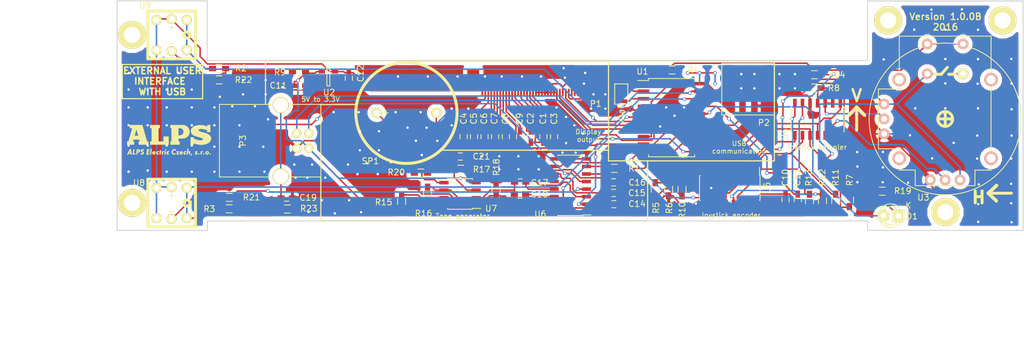
<source format=kicad_pcb>
(kicad_pcb (version 4) (host pcbnew 4.0.2-stable)
  (title_block (title "External user interface with USB") (company "Michal Sládeček"))
  (layers (0 F.Cu signal hide) (31 B.Cu signal hide) (34 B.Paste user) (35 F.Paste user) (36 B.SilkS user) (37 F.SilkS user) (38 B.Mask user) (39 F.Mask user) (44 Edge.Cuts user))
  (net 0 "")
  (net 1 "Net-(C1-Pad1)")
  (net 2 "Net-(C1-Pad2)")
  (net 3 "Net-(C2-Pad1)")
  (net 4 "Net-(C3-Pad1)")
  (net 5 "Net-(C4-Pad1)")
  (net 6 "Net-(C5-Pad1)")
  (net 7 "Net-(C6-Pad1)")
  (net 8 "Net-(C7-Pad1)")
  (net 9 "Net-(C8-Pad1)")
  (net 10 "Net-(C9-Pad1)")
  (net 11 "Net-(C9-Pad2)")
  (net 12 +3V3)
  (net 13 VCC)
  (net 14 "Net-(C13-Pad1)")
  (net 15 //CE)
  (net 16 /SCK)
  (net 17 /MOSI)
  (net 18 "Net-(P2-Pad1)")
  (net 19 /USB_D+)
  (net 20 /USB_D-)
  (net 21 "Net-(R4-Pad1)")
  (net 22 /Left)
  (net 23 /Right)
  (net 24 "Net-(R9-Pad2)")
  (net 25 /GP5)
  (net 26 /GP6)
  (net 27 /GP4)
  (net 28 "Net-(Resonator1-Pad1)")
  (net 29 "Net-(Resonator1-Pad2)")
  (net 30 "Net-(U3-Pad6)")
  (net 31 "Net-(U3-Pad9)")
  (net 32 /JOY_C)
  (net 33 /JOY_LEFT)
  (net 34 /JOY_RIGHT)
  (net 35 /JOY_DOWN)
  (net 36 /JOY_UP)
  (net 37 "Net-(C14-Pad1)")
  (net 38 /REG1)
  (net 39 /REG2)
  (net 40 /REG3)
  (net 41 /REG4)
  (net 42 /REG5)
  (net 43 /REG6)
  (net 44 /REG7)
  (net 45 "Net-(C21-Pad1)")
  (net 46 "Net-(R15-Pad1)")
  (net 47 /REG0)
  (net 48 "Net-(R17-Pad2)")
  (net 49 /REG_LATCH)
  (net 50 /DISP_LATCH)
  (net 51 /BUT1)
  (net 52 /BUT2)
  (net 53 "Net-(D1-Pad1)")
  (net 54 /SIGNAL_LED)
  (net 55 "Net-(P1-Pad36)")
  (net 56 "Net-(P1-Pad35)")
  (net 57 "Net-(P1-Pad34)")
  (net 58 "Net-(P1-Pad33)")
  (net 59 "Net-(P1-Pad32)")
  (net 60 "Net-(P1-Pad31)")
  (net 61 "Net-(P1-Pad13)")
  (net 62 /MISO)
  (net 63 "Net-(U2-Pad4)")
  (net 64 "Net-(U5-Pad14)")
  (net 65 "Net-(U5-Pad15)")
  (net 66 "Net-(U6-Pad9)")
  (net 67 "Net-(R20-Pad2)")
  (net 68 GND)
  (net 69 "Net-(C19-Pad1)")
  (net 70 "Net-(R21-Pad1)")
  (net 71 "Net-(R22-Pad2)")
  (module Capacitors_SMD:C_0603_HandSoldering (layer F.Cu) (at 146.19 105.51 90)
    (fp_text reference C1 (at 3.035 -0.055 90) (layer F.SilkS))
    (fp_text value 2,2uF)
    (pad 1 smd rect (at -0.95 0 90) (size 1.2 0.75) (layers F.Cu F.Paste F.Mask) (net 1 "Net-(C1-Pad1)"))
    (pad 2 smd rect (at 0.95 0 90) (size 1.2 0.75) (layers F.Cu F.Paste F.Mask) (net 2 "Net-(C1-Pad2)"))
  )
  (module Capacitors_SMD:C_0603_HandSoldering (layer F.Cu) (at 144.09 105.51 270)
    (fp_text reference C2 (at -3.035 0.055 270) (layer F.SilkS))
    (fp_text value 2,2uF)
    (pad 1 smd rect (at -0.95 0 270) (size 1.2 0.75) (layers F.Cu F.Paste F.Mask) (net 3 "Net-(C2-Pad1)"))
    (pad 2 smd rect (at 0.95 0 270) (size 1.2 0.75) (layers F.Cu F.Paste F.Mask) (net 1 "Net-(C1-Pad1)"))
  )
  (module Capacitors_SMD:C_0603_HandSoldering (layer F.Cu) (at 147.99 105.51 270)
    (fp_text reference C3 (at -3.01 0 270) (layer F.SilkS))
    (fp_text value 2,2uF)
    (pad 1 smd rect (at -0.95 0 270) (size 1.2 0.75) (layers F.Cu F.Paste F.Mask) (net 4 "Net-(C3-Pad1)"))
    (pad 2 smd rect (at 0.95 0 270) (size 1.2 0.75) (layers F.Cu F.Paste F.Mask) (net 68 GND))
  )
  (module Capacitors_SMD:C_0603_HandSoldering (layer F.Cu) (at 132.82 105.51 270)
    (fp_text reference C4 (at -3.035 0.005 270) (layer F.SilkS))
    (fp_text value 1uF)
    (pad 1 smd rect (at -0.95 0 270) (size 1.2 0.75) (layers F.Cu F.Paste F.Mask) (net 5 "Net-(C4-Pad1)"))
    (pad 2 smd rect (at 0.95 0 270) (size 1.2 0.75) (layers F.Cu F.Paste F.Mask) (net 68 GND))
  )
  (module Capacitors_SMD:C_0603_HandSoldering (layer F.Cu) (at 134.56 105.51 270)
    (fp_text reference C5 (at -3.035 0.055 270) (layer F.SilkS))
    (fp_text value 1uF)
    (pad 1 smd rect (at -0.95 0 270) (size 1.2 0.75) (layers F.Cu F.Paste F.Mask) (net 6 "Net-(C5-Pad1)"))
    (pad 2 smd rect (at 0.95 0 270) (size 1.2 0.75) (layers F.Cu F.Paste F.Mask) (net 68 GND))
  )
  (module Capacitors_SMD:C_0603_HandSoldering (layer F.Cu) (at 136.32 105.51 270)
    (fp_text reference C6 (at -3.035 0.095 270) (layer F.SilkS))
    (fp_text value 1uF)
    (pad 1 smd rect (at -0.95 0 270) (size 1.2 0.75) (layers F.Cu F.Paste F.Mask) (net 7 "Net-(C6-Pad1)"))
    (pad 2 smd rect (at 0.95 0 270) (size 1.2 0.75) (layers F.Cu F.Paste F.Mask) (net 68 GND))
  )
  (module Capacitors_SMD:C_0603_HandSoldering (layer F.Cu) (at 138.09 105.51 270)
    (fp_text reference C7 (at -3.035 0.125 270) (layer F.SilkS))
    (fp_text value 1uF)
    (pad 1 smd rect (at -0.95 0 270) (size 1.2 0.75) (layers F.Cu F.Paste F.Mask) (net 8 "Net-(C7-Pad1)"))
    (pad 2 smd rect (at 0.95 0 270) (size 1.2 0.75) (layers F.Cu F.Paste F.Mask) (net 68 GND))
  )
  (module Capacitors_SMD:C_0603_HandSoldering (layer F.Cu) (at 139.89 105.51 270)
    (fp_text reference C8 (at -3.035 0.075 270) (layer F.SilkS))
    (fp_text value 1uF)
    (pad 1 smd rect (at -0.95 0 270) (size 1.2 0.75) (layers F.Cu F.Paste F.Mask) (net 9 "Net-(C8-Pad1)"))
    (pad 2 smd rect (at 0.95 0 270) (size 1.2 0.75) (layers F.Cu F.Paste F.Mask) (net 68 GND))
  )
  (module Capacitors_SMD:C_0603_HandSoldering (layer F.Cu) (at 142.29 105.51 90)
    (fp_text reference C9 (at 3.035 -0.105 90) (layer F.SilkS))
    (fp_text value 2,2uF)
    (pad 1 smd rect (at -0.95 0 90) (size 1.2 0.75) (layers F.Cu F.Paste F.Mask) (net 10 "Net-(C9-Pad1)"))
    (pad 2 smd rect (at 0.95 0 90) (size 1.2 0.75) (layers F.Cu F.Paste F.Mask) (net 11 "Net-(C9-Pad2)"))
  )
  (module Capacitors_SMD:C_0603_HandSoldering (layer F.Cu) (at 186.82 116.11 270)
    (fp_text reference C10 (at -3.72 0.04 270) (layer F.SilkS))
    (fp_text value 0.1uF)
    (pad 1 smd rect (at -0.95 0 270) (size 1.2 0.75) (layers F.Cu F.Paste F.Mask) (net 12 +3V3))
    (pad 2 smd rect (at 0.95 0 270) (size 1.2 0.75) (layers F.Cu F.Paste F.Mask) (net 68 GND))
  )
  (module Capacitors_SMD:C_0603_HandSoldering (layer F.Cu) (at 105.36 96.95)
    (fp_text reference C11 (at -3.64 -0.03) (layer F.SilkS))
    (fp_text value 1uF)
    (pad 1 smd rect (at -0.95 0) (size 1.2 0.75) (layers F.Cu F.Paste F.Mask) (net 13 VCC))
    (pad 2 smd rect (at 0.95 0) (size 1.2 0.75) (layers F.Cu F.Paste F.Mask) (net 68 GND))
  )
  (module Capacitors_SMD:C_0603_HandSoldering (layer F.Cu) (at 113.55 95.72 270)
    (fp_text reference C12 (at -0.83 -1.97 450) (layer F.SilkS))
    (fp_text value 1uF)
    (pad 1 smd rect (at -0.95 0 270) (size 1.2 0.75) (layers F.Cu F.Paste F.Mask) (net 12 +3V3))
    (pad 2 smd rect (at 0.95 0 270) (size 1.2 0.75) (layers F.Cu F.Paste F.Mask) (net 68 GND))
  )
  (module Capacitors_SMD:C_0603_HandSoldering (layer F.Cu) (at 188.88 116.11 270)
    (fp_text reference C13 (at -3.74 0.1 270) (layer F.SilkS))
    (fp_text value 1uF)
    (pad 1 smd rect (at -0.95 0 270) (size 1.2 0.75) (layers F.Cu F.Paste F.Mask) (net 14 "Net-(C13-Pad1)"))
    (pad 2 smd rect (at 0.95 0 270) (size 1.2 0.75) (layers F.Cu F.Paste F.Mask) (net 68 GND))
  )
  (module pcb:disp_nap (layer F.Cu) (at 180.6 100.35)
    (fp_text reference P2 (at 2.58 2.82) (layer F.SilkS))
    (fp_text value DISPLAY_VCC_CON)
    (pad 1 smd rect (at -1 0) (size 1.1 3) (layers F.Cu F.Paste F.Mask) (net 18 "Net-(P2-Pad1)"))
    (pad 2 smd rect (at 1 0) (size 1.1 3) (layers F.Cu F.Paste F.Mask) (net 68 GND))
    (pad x smd rect (at -3.26 -4.85) (size 1.45 4) (layers F.Cu F.Paste F.Mask))
    (pad x smd rect (at 3.27 -4.83) (size 1.45 4) (layers F.Cu F.Paste F.Mask))
  )
  (module Resistors_SMD:R_0603_HandSoldering (layer F.Cu) (at 158.11 110.85 180)
    (fp_text reference R1 (at -3.32 0.03 180) (layer F.SilkS))
    (fp_text value 24)
    (pad 1 smd rect (at -1.1 0 180) (size 1.2 0.9) (layers F.Cu F.Paste F.Mask) (net 18 "Net-(P2-Pad1)"))
    (pad 2 smd rect (at 1.1 0 180) (size 1.2 0.9) (layers F.Cu F.Paste F.Mask) (net 12 +3V3))
  )
  (module Resistors_SMD:R_0603_HandSoldering (layer F.Cu) (at 91.78 94.07 180)
    (fp_text reference R2 (at -3.69 0.05 180) (layer F.SilkS))
    (fp_text value 390)
    (pad 1 smd rect (at -1.1 0 180) (size 1.2 0.9) (layers F.Cu F.Paste F.Mask) (net 68 GND))
    (pad 2 smd rect (at 1.1 0 180) (size 1.2 0.9) (layers F.Cu F.Paste F.Mask) (net 52 /BUT2))
  )
  (module Resistors_SMD:R_0603_HandSoldering (layer F.Cu) (at 93.5 117.64)
    (fp_text reference R3 (at -3.36 0.02) (layer F.SilkS))
    (fp_text value 390)
    (pad 1 smd rect (at -1.1 0) (size 1.2 0.9) (layers F.Cu F.Paste F.Mask) (net 51 /BUT1))
    (pad 2 smd rect (at 1.1 0) (size 1.2 0.9) (layers F.Cu F.Paste F.Mask) (net 68 GND))
  )
  (module Resistors_SMD:R_0603_HandSoldering (layer F.Cu) (at 167.79 94.3 180)
    (fp_text reference R4 (at -3.55 -0.01 180) (layer F.SilkS))
    (fp_text value 390)
    (pad 1 smd rect (at -1.1 0 180) (size 1.2 0.9) (layers F.Cu F.Paste F.Mask) (net 21 "Net-(R4-Pad1)"))
    (pad 2 smd rect (at 1.1 0 180) (size 1.2 0.9) (layers F.Cu F.Paste F.Mask) (net 12 +3V3))
  )
  (module Resistors_SMD:R_0603_HandSoldering (layer F.Cu) (at 164.96 114.35 270)
    (fp_text reference R5 (at 3.13 -0.14 270) (layer F.SilkS))
    (fp_text value 22K)
    (pad 1 smd rect (at -1.1 0 270) (size 1.2 0.9) (layers F.Cu F.Paste F.Mask) (net 22 /Left))
    (pad 2 smd rect (at 1.1 0 270) (size 1.2 0.9) (layers F.Cu F.Paste F.Mask) (net 12 +3V3))
  )
  (module Resistors_SMD:R_0603_HandSoldering (layer F.Cu) (at 167.21 114.35 90)
    (fp_text reference R6 (at -3.16 0.09 90) (layer F.SilkS))
    (fp_text value 33K)
    (pad 1 smd rect (at -1.1 0 90) (size 1.2 0.9) (layers F.Cu F.Paste F.Mask) (net 68 GND))
    (pad 2 smd rect (at 1.1 0 90) (size 1.2 0.9) (layers F.Cu F.Paste F.Mask) (net 22 /Left))
  )
  (module Resistors_SMD:R_0603_HandSoldering (layer F.Cu) (at 197.54 116.16 270)
    (fp_text reference R7 (at -3.34 -0.05 270) (layer F.SilkS))
    (fp_text value 33K)
    (pad 1 smd rect (at -1.1 0 270) (size 1.2 0.9) (layers F.Cu F.Paste F.Mask) (net 23 /Right))
    (pad 2 smd rect (at 1.1 0 270) (size 1.2 0.9) (layers F.Cu F.Paste F.Mask) (net 12 +3V3))
  )
  (module Resistors_SMD:R_0603_HandSoldering (layer F.Cu) (at 191.67 97.35)
    (fp_text reference R8 (at 3.27 -0.01) (layer F.SilkS))
    (fp_text value 3K)
    (pad 1 smd rect (at -1.1 0) (size 1.2 0.9) (layers F.Cu F.Paste F.Mask) (net 68 GND))
    (pad 2 smd rect (at 1.1 0) (size 1.2 0.9) (layers F.Cu F.Paste F.Mask) (net 23 /Right))
  )
  (module Resistors_SMD:R_0603_HandSoldering (layer F.Cu) (at 105.19 94.58 180)
    (fp_text reference R9 (at 3.2 -0.11 360) (layer F.SilkS))
    (fp_text value 10K)
    (pad 1 smd rect (at -1.1 0 180) (size 1.2 0.9) (layers F.Cu F.Paste F.Mask) (net 13 VCC))
    (pad 2 smd rect (at 1.1 0 180) (size 1.2 0.9) (layers F.Cu F.Paste F.Mask) (net 24 "Net-(R9-Pad2)"))
  )
  (module Resistors_SMD:R_0603_HandSoldering (layer F.Cu) (at 169.45 114.36 270)
    (fp_text reference R10 (at 3.52 -0.03 270) (layer F.SilkS))
    (fp_text value 10K)
    (pad 1 smd rect (at -1.1 0 270) (size 1.2 0.9) (layers F.Cu F.Paste F.Mask) (net 33 /JOY_LEFT))
    (pad 2 smd rect (at 1.1 0 270) (size 1.2 0.9) (layers F.Cu F.Paste F.Mask) (net 12 +3V3))
  )
  (module Resistors_SMD:R_0603_HandSoldering (layer F.Cu) (at 195.25 116.28 270)
    (fp_text reference R11 (at -3.91 0.04 270) (layer F.SilkS))
    (fp_text value 10K)
    (pad 1 smd rect (at -1.1 0 270) (size 1.2 0.9) (layers F.Cu F.Paste F.Mask) (net 34 /JOY_RIGHT))
    (pad 2 smd rect (at 1.1 0 270) (size 1.2 0.9) (layers F.Cu F.Paste F.Mask) (net 12 +3V3))
  )
  (module Resistors_SMD:R_0603_HandSoldering (layer F.Cu) (at 193.02 116.28 270)
    (fp_text reference R12 (at -3.91 0.04 270) (layer F.SilkS))
    (fp_text value 10K)
    (pad 1 smd rect (at -1.1 0 270) (size 1.2 0.9) (layers F.Cu F.Paste F.Mask) (net 36 /JOY_UP))
    (pad 2 smd rect (at 1.1 0 270) (size 1.2 0.9) (layers F.Cu F.Paste F.Mask) (net 12 +3V3))
  )
  (module Resistors_SMD:R_0603_HandSoldering (layer F.Cu) (at 190.84 116.28 270)
    (fp_text reference R13 (at -3.91 0.12 270) (layer F.SilkS))
    (fp_text value 10K)
    (pad 1 smd rect (at -1.1 0 270) (size 1.2 0.9) (layers F.Cu F.Paste F.Mask) (net 35 /JOY_DOWN))
    (pad 2 smd rect (at 1.1 0 270) (size 1.2 0.9) (layers F.Cu F.Paste F.Mask) (net 12 +3V3))
  )
  (module Resistors_SMD:R_0603_HandSoldering (layer F.Cu) (at 191.67 95.1)
    (fp_text reference R14 (at 3.73 0) (layer F.SilkS))
    (fp_text value 10K)
    (pad 1 smd rect (at -1.1 0) (size 1.2 0.9) (layers F.Cu F.Paste F.Mask) (net 68 GND))
    (pad 2 smd rect (at 1.1 0) (size 1.2 0.9) (layers F.Cu F.Paste F.Mask) (net 32 /JOY_C))
  )
  (module Housings_SOIC:SOIC-20_7.5x12.8mm_Pitch1.27mm (layer F.Cu) (at 167.7 102.32)
    (fp_text reference U1 (at -4.88 -7.76) (layer F.SilkS))
    (fp_text value MCP2210)
    (pad 1 smd rect (at -4.7 -5.715) (size 1.95 0.6) (layers F.Cu F.Paste F.Mask) (net 12 +3V3))
    (pad 2 smd rect (at -4.7 -4.445) (size 1.95 0.6) (layers F.Cu F.Paste F.Mask) (net 28 "Net-(Resonator1-Pad1)"))
    (pad 3 smd rect (at -4.7 -3.175) (size 1.95 0.6) (layers F.Cu F.Paste F.Mask) (net 29 "Net-(Resonator1-Pad2)"))
    (pad 4 smd rect (at -4.7 -1.905) (size 1.95 0.6) (layers F.Cu F.Paste F.Mask) (net 21 "Net-(R4-Pad1)"))
    (pad 5 smd rect (at -4.7 -0.635) (size 1.95 0.6) (layers F.Cu F.Paste F.Mask) (net 51 /BUT1))
    (pad 6 smd rect (at -4.7 0.635) (size 1.95 0.6) (layers F.Cu F.Paste F.Mask) (net 52 /BUT2))
    (pad 7 smd rect (at -4.7 1.905) (size 1.95 0.6) (layers F.Cu F.Paste F.Mask) (net 50 /DISP_LATCH))
    (pad 8 smd rect (at -4.7 3.175) (size 1.95 0.6) (layers F.Cu F.Paste F.Mask) (net 15 //CE))
    (pad 9 smd rect (at -4.7 4.445) (size 1.95 0.6) (layers F.Cu F.Paste F.Mask) (net 17 /MOSI))
    (pad 10 smd rect (at -4.7 5.715) (size 1.95 0.6) (layers F.Cu F.Paste F.Mask) (net 27 /GP4))
    (pad 11 smd rect (at 4.7 5.715) (size 1.95 0.6) (layers F.Cu F.Paste F.Mask) (net 16 /SCK))
    (pad 12 smd rect (at 4.7 4.445) (size 1.95 0.6) (layers F.Cu F.Paste F.Mask) (net 25 /GP5))
    (pad 13 smd rect (at 4.7 3.175) (size 1.95 0.6) (layers F.Cu F.Paste F.Mask) (net 62 /MISO))
    (pad 14 smd rect (at 4.7 1.905) (size 1.95 0.6) (layers F.Cu F.Paste F.Mask) (net 26 /GP6))
    (pad 15 smd rect (at 4.7 0.635) (size 1.95 0.6) (layers F.Cu F.Paste F.Mask) (net 49 /REG_LATCH))
    (pad 16 smd rect (at 4.7 -0.635) (size 1.95 0.6) (layers F.Cu F.Paste F.Mask) (net 54 /SIGNAL_LED))
    (pad 17 smd rect (at 4.7 -1.905) (size 1.95 0.6) (layers F.Cu F.Paste F.Mask) (net 14 "Net-(C13-Pad1)"))
    (pad 18 smd rect (at 4.7 -3.175) (size 1.95 0.6) (layers F.Cu F.Paste F.Mask) (net 20 /USB_D-))
    (pad 19 smd rect (at 4.7 -4.445) (size 1.95 0.6) (layers F.Cu F.Paste F.Mask) (net 19 /USB_D+))
    (pad 20 smd rect (at 4.7 -5.715) (size 1.95 0.6) (layers F.Cu F.Paste F.Mask) (net 68 GND))
  )
  (module TO_SOT_Packages_SMD:SOT-23-5 (layer F.Cu) (at 110.11 95.53)
    (fp_text reference U2 (at 0.13 2.55) (layer F.SilkS))
    (fp_text value MIC5504-3.3)
    (pad 1 smd rect (at -1.1 -0.95) (size 1.06 0.65) (layers F.Cu F.Paste F.Mask) (net 13 VCC))
    (pad 2 smd rect (at -1.1 0) (size 1.06 0.65) (layers F.Cu F.Paste F.Mask) (net 68 GND))
    (pad 3 smd rect (at -1.1 0.95) (size 1.06 0.65) (layers F.Cu F.Paste F.Mask) (net 24 "Net-(R9-Pad2)"))
    (pad 4 smd rect (at 1.1 0.95) (size 1.06 0.65) (layers F.Cu F.Paste F.Mask) (net 63 "Net-(U2-Pad4)"))
    (pad 5 smd rect (at 1.1 -0.95) (size 1.06 0.65) (layers F.Cu F.Paste F.Mask) (net 12 +3V3))
  )
  (module Housings_SOIC:SOIC-14_3.9x8.7mm_Pitch1.27mm (layer F.Cu) (at 192.2 102.59 90)
    (fp_text reference U4 (at -2.525 -5.465 90) (layer F.SilkS))
    (fp_text value LM239)
    (pad 1 smd rect (at -2.7 -3.81 90) (size 1.5 0.6) (layers F.Cu F.Paste F.Mask) (net 33 /JOY_LEFT))
    (pad 2 smd rect (at -2.7 -2.54 90) (size 1.5 0.6) (layers F.Cu F.Paste F.Mask) (net 34 /JOY_RIGHT))
    (pad 3 smd rect (at -2.7 -1.27 90) (size 1.5 0.6) (layers F.Cu F.Paste F.Mask) (net 12 +3V3))
    (pad 4 smd rect (at -2.7 0 90) (size 1.5 0.6) (layers F.Cu F.Paste F.Mask) (net 22 /Left))
    (pad 5 smd rect (at -2.7 1.27 90) (size 1.5 0.6) (layers F.Cu F.Paste F.Mask) (net 31 "Net-(U3-Pad9)"))
    (pad 6 smd rect (at -2.7 2.54 90) (size 1.5 0.6) (layers F.Cu F.Paste F.Mask) (net 31 "Net-(U3-Pad9)"))
    (pad 7 smd rect (at -2.7 3.81 90) (size 1.5 0.6) (layers F.Cu F.Paste F.Mask) (net 23 /Right))
    (pad 8 smd rect (at 2.7 3.81 90) (size 1.5 0.6) (layers F.Cu F.Paste F.Mask) (net 22 /Left))
    (pad 9 smd rect (at 2.7 2.54 90) (size 1.5 0.6) (layers F.Cu F.Paste F.Mask) (net 30 "Net-(U3-Pad6)"))
    (pad 10 smd rect (at 2.7 1.27 90) (size 1.5 0.6) (layers F.Cu F.Paste F.Mask) (net 30 "Net-(U3-Pad6)"))
    (pad 11 smd rect (at 2.7 0 90) (size 1.5 0.6) (layers F.Cu F.Paste F.Mask) (net 23 /Right))
    (pad 12 smd rect (at 2.7 -1.27 90) (size 1.5 0.6) (layers F.Cu F.Paste F.Mask) (net 68 GND))
    (pad 13 smd rect (at 2.7 -2.54 90) (size 1.5 0.6) (layers F.Cu F.Paste F.Mask) (net 35 /JOY_DOWN))
    (pad 14 smd rect (at 2.7 -3.81 90) (size 1.5 0.6) (layers F.Cu F.Paste F.Mask) (net 36 /JOY_UP))
  )
  (module Connect:USB_B (layer F.Cu) (at 106.82 107.46 180)
    (fp_text reference P3 (at 11.049 1.27 270) (layer F.SilkS))
    (fp_text value USB_B)
    (pad 2 thru_hole circle (at 0 2.54 90) (size 1.524 1.524) (drill 0.8128) (layers *.Cu *.Mask F.SilkS) (net 20 /USB_D-))
    (pad 1 thru_hole circle (at 0 0 90) (size 1.524 1.524) (drill 0.8128) (layers *.Cu *.Mask F.SilkS) (net 13 VCC))
    (pad 4 thru_hole circle (at 1.99898 0 90) (size 1.524 1.524) (drill 0.8128) (layers *.Cu *.Mask F.SilkS) (net 68 GND))
    (pad 3 thru_hole circle (at 1.99898 2.54 90) (size 1.524 1.524) (drill 0.8128) (layers *.Cu *.Mask F.SilkS) (net 19 /USB_D+))
    (pad 5 thru_hole circle (at 4.699 7.26948 90) (size 2.70002 2.70002) (drill 2.30124) (layers *.Cu *.Mask F.SilkS) (net 69 "Net-(C19-Pad1)"))
    (pad 5 thru_hole circle (at 4.699 -4.72948 90) (size 2.70002 2.70002) (drill 2.30124) (layers *.Cu *.Mask F.SilkS) (net 69 "Net-(C19-Pad1)"))
  )
  (module pcb:Joystick (layer F.Cu) (at 213.6 102.54)
    (fp_text reference U3 (at -3.66 13.19) (layer F.SilkS))
    (fp_text value Joystick)
    (fp_text user H (at 5.62 13.19) (layer F.SilkS) (effects (font (size 2 2) (thickness 0.5))))
    (fp_text user V (at -14.84 -3.91) (layer F.SilkS) (effects (font (size 2 2) (thickness 0.4))))
    (pad 1 thru_hole circle (at -3 -12.6) (size 1.8 1.8) (drill 1) (layers *.Cu *.SilkS *.Mask) (net 32 /JOY_C))
    (pad 2 thru_hole circle (at 3 -12.6) (size 1.8 1.8) (drill 1) (layers *.Cu *.SilkS *.Mask) (net 32 /JOY_C))
    (pad 3 thru_hole circle (at -3 -7.6) (size 1.8 1.8) (drill 1) (layers *.Cu *.SilkS *.Mask) (net 12 +3V3))
    (pad 4 thru_hole circle (at 3 -7.6) (size 1.8 1.8) (drill 1) (layers *.Cu *.Mask F.SilkS) (net 12 +3V3))
    (pad "" thru_hole circle (at 7.7 -6.61) (size 2.3 2.3) (drill 1.5) (layers *.Cu *.SilkS *.Mask))
    (pad "" thru_hole circle (at -7.7 -6.61) (size 2.3 2.3) (drill 1.5) (layers *.Cu *.SilkS *.Mask))
    (pad "" thru_hole circle (at 7.7 6.6) (size 2.3 2.3) (drill 1.5) (layers *.Cu *.SilkS *.Mask))
    (pad "" thru_hole circle (at -7.7 6.6) (size 2.3 2.3) (drill 1.5) (layers *.Cu *.SilkS *.Mask))
    (pad 6 thru_hole circle (at -10.23 0) (size 1.8 1.8) (drill 1) (layers *.Cu *.SilkS *.Mask) (net 30 "Net-(U3-Pad6)"))
    (pad 5 thru_hole circle (at -10.23 -2.5) (size 1.8 1.8) (drill 1) (layers *.Cu *.SilkS *.Mask) (net 12 +3V3))
    (pad 7 thru_hole circle (at -10.23 2.5) (size 1.8 1.8) (drill 1) (layers *.Cu *.SilkS *.Mask) (net 68 GND))
    (pad 9 thru_hole circle (at 0 10.23) (size 1.8 1.8) (drill 1) (layers *.Cu *.SilkS *.Mask) (net 31 "Net-(U3-Pad9)"))
    (pad 8 thru_hole circle (at -2.5 10.23) (size 1.8 1.8) (drill 1) (layers *.Cu *.SilkS *.Mask) (net 68 GND))
    (pad 10 thru_hole circle (at 2.5 10.23) (size 1.8 1.8) (drill 1) (layers *.Cu *.SilkS *.Mask) (net 12 +3V3))
  )
  (module Capacitors_SMD:C_0603_HandSoldering (layer F.Cu) (at 158.02 116.86 180)
    (fp_text reference C14 (at -3.89 0.06 180) (layer F.SilkS))
    (fp_text value 0)
    (pad 1 smd rect (at -0.95 0 180) (size 1.2 0.75) (layers F.Cu F.Paste F.Mask) (net 37 "Net-(C14-Pad1)"))
    (pad 2 smd rect (at 0.95 0 180) (size 1.2 0.75) (layers F.Cu F.Paste F.Mask) (net 40 /REG3))
  )
  (module Capacitors_SMD:C_0603_HandSoldering (layer F.Cu) (at 157.99 114.97 180)
    (fp_text reference C15 (at -3.89 0 180) (layer F.SilkS))
    (fp_text value 0)
    (pad 1 smd rect (at -0.95 0 180) (size 1.2 0.75) (layers F.Cu F.Paste F.Mask) (net 37 "Net-(C14-Pad1)"))
    (pad 2 smd rect (at 0.95 0 180) (size 1.2 0.75) (layers F.Cu F.Paste F.Mask) (net 41 /REG4))
  )
  (module Capacitors_SMD:C_0603_HandSoldering (layer F.Cu) (at 157.98 113.19 180)
    (fp_text reference C16 (at -3.95 -0.02 180) (layer F.SilkS))
    (fp_text value 0)
    (pad 1 smd rect (at -0.95 0 180) (size 1.2 0.75) (layers F.Cu F.Paste F.Mask) (net 37 "Net-(C14-Pad1)"))
    (pad 2 smd rect (at 0.95 0 180) (size 1.2 0.75) (layers F.Cu F.Paste F.Mask) (net 42 /REG5))
  )
  (module Capacitors_SMD:C_0603_HandSoldering (layer F.Cu) (at 142.3 113.2)
    (fp_text reference C17 (at 3.26 0.05) (layer F.SilkS))
    (fp_text value 0)
    (pad 1 smd rect (at -0.95 0) (size 1.2 0.75) (layers F.Cu F.Paste F.Mask) (net 37 "Net-(C14-Pad1)"))
    (pad 2 smd rect (at 0.95 0) (size 1.2 0.75) (layers F.Cu F.Paste F.Mask) (net 43 /REG6))
  )
  (module Capacitors_SMD:C_0603_HandSoldering (layer F.Cu) (at 142.27 115.25)
    (fp_text reference C18 (at 3.26 -0.05) (layer F.SilkS))
    (fp_text value 0)
    (pad 1 smd rect (at -0.95 0) (size 1.2 0.75) (layers F.Cu F.Paste F.Mask) (net 37 "Net-(C14-Pad1)"))
    (pad 2 smd rect (at 0.95 0) (size 1.2 0.75) (layers F.Cu F.Paste F.Mask) (net 44 /REG7))
  )
  (module Capacitors_SMD:C_0603_HandSoldering (layer F.Cu) (at 103.12 115.75)
    (fp_text reference C19 (at 3.6 0.01 180) (layer F.SilkS))
    (fp_text value 4,7nF)
    (pad 1 smd rect (at -0.95 0) (size 1.2 0.75) (layers F.Cu F.Paste F.Mask) (net 69 "Net-(C19-Pad1)"))
    (pad 2 smd rect (at 0.95 0) (size 1.2 0.75) (layers F.Cu F.Paste F.Mask) (net 68 GND))
  )
  (module Capacitors_SMD:C_0603_HandSoldering (layer F.Cu) (at 132.26 108.85)
    (fp_text reference C21 (at 3.53 -0.01) (layer F.SilkS))
    (fp_text value 10nF)
    (pad 1 smd rect (at -0.95 0) (size 1.2 0.75) (layers F.Cu F.Paste F.Mask) (net 45 "Net-(C21-Pad1)"))
    (pad 2 smd rect (at 0.95 0) (size 1.2 0.75) (layers F.Cu F.Paste F.Mask) (net 68 GND))
  )
  (module Resistors_SMD:R_0603_HandSoldering (layer F.Cu) (at 122.41 116.41 270)
    (fp_text reference R15 (at 0.12 3.01 360) (layer F.SilkS))
    (fp_text value 3k9)
    (pad 1 smd rect (at -1.1 0 270) (size 1.2 0.9) (layers F.Cu F.Paste F.Mask) (net 46 "Net-(R15-Pad1)"))
    (pad 2 smd rect (at 1.1 0 270) (size 1.2 0.9) (layers F.Cu F.Paste F.Mask) (net 13 VCC))
  )
  (module Resistors_SMD:R_0603_HandSoldering (layer F.Cu) (at 126.76 115.1 270)
    (fp_text reference R16 (at 3.31 0.67 360) (layer F.SilkS))
    (fp_text value 68k)
    (pad 1 smd rect (at -1.1 0 270) (size 1.2 0.9) (layers F.Cu F.Paste F.Mask) (net 37 "Net-(C14-Pad1)"))
    (pad 2 smd rect (at 1.1 0 270) (size 1.2 0.9) (layers F.Cu F.Paste F.Mask) (net 46 "Net-(R15-Pad1)"))
  )
  (module Resistors_SMD:R_0603_HandSoldering (layer F.Cu) (at 132.34 110.99 180)
    (fp_text reference R17 (at -3.48 -0.02 180) (layer F.SilkS))
    (fp_text value 10K)
    (pad 1 smd rect (at -1.1 0 180) (size 1.2 0.9) (layers F.Cu F.Paste F.Mask) (net 47 /REG0))
    (pad 2 smd rect (at 1.1 0 180) (size 1.2 0.9) (layers F.Cu F.Paste F.Mask) (net 48 "Net-(R17-Pad2)"))
  )
  (module Resistors_SMD:R_0603_HandSoldering (layer F.Cu) (at 138.26 114.34 90)
    (fp_text reference R18 (at 3.69 0.05 90) (layer F.SilkS))
    (fp_text value 10K)
    (pad 1 smd rect (at -1.1 0 90) (size 1.2 0.9) (layers F.Cu F.Paste F.Mask) (net 68 GND))
    (pad 2 smd rect (at 1.1 0 90) (size 1.2 0.9) (layers F.Cu F.Paste F.Mask) (net 47 /REG0))
  )
  (module Housings_SOIC:SOIC-16_3.9x9.9mm_Pitch1.27mm (layer F.Cu) (at 177.47 114.13 270)
    (fp_text reference U5 (at -0.01 -6.28 270) (layer F.SilkS))
    (fp_text value CD4532)
    (pad 1 smd rect (at -2.7 -4.445 270) (size 1.5 0.6) (layers F.Cu F.Paste F.Mask) (net 35 /JOY_DOWN))
    (pad 2 smd rect (at -2.7 -3.175 270) (size 1.5 0.6) (layers F.Cu F.Paste F.Mask) (net 32 /JOY_C))
    (pad 3 smd rect (at -2.7 -1.905 270) (size 1.5 0.6) (layers F.Cu F.Paste F.Mask) (net 68 GND))
    (pad 4 smd rect (at -2.7 -0.635 270) (size 1.5 0.6) (layers F.Cu F.Paste F.Mask) (net 68 GND))
    (pad 5 smd rect (at -2.7 0.635 270) (size 1.5 0.6) (layers F.Cu F.Paste F.Mask) (net 12 +3V3))
    (pad 6 smd rect (at -2.7 1.905 270) (size 1.5 0.6) (layers F.Cu F.Paste F.Mask) (net 26 /GP6))
    (pad 7 smd rect (at -2.7 3.175 270) (size 1.5 0.6) (layers F.Cu F.Paste F.Mask) (net 25 /GP5))
    (pad 8 smd rect (at -2.7 4.445 270) (size 1.5 0.6) (layers F.Cu F.Paste F.Mask) (net 68 GND))
    (pad 9 smd rect (at 2.7 4.445 270) (size 1.5 0.6) (layers F.Cu F.Paste F.Mask) (net 27 /GP4))
    (pad 10 smd rect (at 2.7 3.175 270) (size 1.5 0.6) (layers F.Cu F.Paste F.Mask) (net 68 GND))
    (pad 11 smd rect (at 2.7 1.905 270) (size 1.5 0.6) (layers F.Cu F.Paste F.Mask) (net 34 /JOY_RIGHT))
    (pad 12 smd rect (at 2.7 0.635 270) (size 1.5 0.6) (layers F.Cu F.Paste F.Mask) (net 33 /JOY_LEFT))
    (pad 13 smd rect (at 2.7 -0.635 270) (size 1.5 0.6) (layers F.Cu F.Paste F.Mask) (net 36 /JOY_UP))
    (pad 14 smd rect (at 2.7 -1.905 270) (size 1.5 0.6) (layers F.Cu F.Paste F.Mask) (net 64 "Net-(U5-Pad14)"))
    (pad 15 smd rect (at 2.7 -3.175 270) (size 1.5 0.6) (layers F.Cu F.Paste F.Mask) (net 65 "Net-(U5-Pad15)"))
    (pad 16 smd rect (at 2.7 -4.445 270) (size 1.5 0.6) (layers F.Cu F.Paste F.Mask) (net 12 +3V3))
  )
  (module Housings_SOIC:SOIC-8_3.9x4.9mm_Pitch1.27mm (layer F.Cu) (at 132.21 115.14 180)
    (fp_text reference U7 (at -5.22 -2.44 180) (layer F.SilkS))
    (fp_text value NE555)
    (pad 1 smd rect (at -2.7 -1.905 180) (size 1.55 0.6) (layers F.Cu F.Paste F.Mask) (net 68 GND))
    (pad 2 smd rect (at -2.7 -0.635 180) (size 1.55 0.6) (layers F.Cu F.Paste F.Mask) (net 37 "Net-(C14-Pad1)"))
    (pad 3 smd rect (at -2.7 0.635 180) (size 1.55 0.6) (layers F.Cu F.Paste F.Mask) (net 48 "Net-(R17-Pad2)"))
    (pad 4 smd rect (at -2.7 1.905 180) (size 1.55 0.6) (layers F.Cu F.Paste F.Mask) (net 13 VCC))
    (pad 5 smd rect (at 2.7 1.905 180) (size 1.55 0.6) (layers F.Cu F.Paste F.Mask) (net 45 "Net-(C21-Pad1)"))
    (pad 6 smd rect (at 2.7 0.635 180) (size 1.55 0.6) (layers F.Cu F.Paste F.Mask) (net 37 "Net-(C14-Pad1)"))
    (pad 7 smd rect (at 2.7 -0.635 180) (size 1.55 0.6) (layers F.Cu F.Paste F.Mask) (net 46 "Net-(R15-Pad1)"))
    (pad 8 smd rect (at 2.7 -1.905 180) (size 1.55 0.6) (layers F.Cu F.Paste F.Mask) (net 13 VCC))
  )
  (module pcb:ZIF36 (layer F.Cu) (at 144.45 97.98 180)
    (fp_text reference P1 (at -10.53 -2.01 180) (layer F.SilkS))
    (fp_text value DISPLAY_CONN)
    (pad 36 smd rect (at -9 -0.1 180) (size 0.3 1.25) (layers F.Cu F.Paste F.Mask) (net 55 "Net-(P1-Pad36)"))
    (pad 35 smd rect (at -8.5 -0.1 180) (size 0.3 1.25) (layers F.Cu F.Paste F.Mask) (net 56 "Net-(P1-Pad35)"))
    (pad 34 smd rect (at -8 -0.1 180) (size 0.3 1.25) (layers F.Cu F.Paste F.Mask) (net 57 "Net-(P1-Pad34)"))
    (pad 33 smd rect (at -7.5 -0.1 180) (size 0.3 1.25) (layers F.Cu F.Paste F.Mask) (net 58 "Net-(P1-Pad33)"))
    (pad 32 smd rect (at -7 -0.1 180) (size 0.3 1.25) (layers F.Cu F.Paste F.Mask) (net 59 "Net-(P1-Pad32)"))
    (pad 31 smd rect (at -6.5 -0.1 180) (size 0.3 1.25) (layers F.Cu F.Paste F.Mask) (net 60 "Net-(P1-Pad31)"))
    (pad 30 smd rect (at -6 -0.1 180) (size 0.3 1.25) (layers F.Cu F.Paste F.Mask) (net 68 GND))
    (pad 29 smd rect (at -5.5 -0.1 180) (size 0.3 1.25) (layers F.Cu F.Paste F.Mask) (net 15 //CE))
    (pad 28 smd rect (at -5 -0.1 180) (size 0.3 1.25) (layers F.Cu F.Paste F.Mask) (net 12 +3V3))
    (pad 27 smd rect (at -4.5 -0.1 180) (size 0.3 1.25) (layers F.Cu F.Paste F.Mask) (net 50 /DISP_LATCH))
    (pad 26 smd rect (at -4 -0.1 180) (size 0.3 1.25) (layers F.Cu F.Paste F.Mask) (net 68 GND))
    (pad 25 smd rect (at -3.5 -0.1 180) (size 0.3 1.25) (layers F.Cu F.Paste F.Mask) (net 68 GND))
    (pad 24 smd rect (at -3 -0.1 180) (size 0.3 1.25) (layers F.Cu F.Paste F.Mask) (net 68 GND))
    (pad 23 smd rect (at -2.5 -0.1 180) (size 0.3 1.25) (layers F.Cu F.Paste F.Mask) (net 68 GND))
    (pad 22 smd rect (at -2 -0.1 180) (size 0.3 1.25) (layers F.Cu F.Paste F.Mask) (net 68 GND))
    (pad 21 smd rect (at -1.5 -0.1 180) (size 0.3 1.25) (layers F.Cu F.Paste F.Mask) (net 68 GND))
    (pad 20 smd rect (at -1 -0.1 180) (size 0.3 1.25) (layers F.Cu F.Paste F.Mask) (net 68 GND))
    (pad 19 smd rect (at -0.5 -0.1 180) (size 0.3 1.25) (layers F.Cu F.Paste F.Mask) (net 68 GND))
    (pad 18 smd rect (at 0 -0.1 180) (size 0.3 1.25) (layers F.Cu F.Paste F.Mask) (net 16 /SCK))
    (pad 17 smd rect (at 0.5 -0.1 180) (size 0.3 1.25) (layers F.Cu F.Paste F.Mask) (net 17 /MOSI))
    (pad 16 smd rect (at 1 -0.1 180) (size 0.3 1.25) (layers F.Cu F.Paste F.Mask) (net 68 GND))
    (pad 15 smd rect (at 1.5 -0.1 180) (size 0.3 1.25) (layers F.Cu F.Paste F.Mask) (net 12 +3V3))
    (pad 14 smd rect (at 2 -0.1 180) (size 0.3 1.25) (layers F.Cu F.Paste F.Mask) (net 4 "Net-(C3-Pad1)"))
    (pad 13 smd rect (at 2.5 -0.1 180) (size 0.3 1.25) (layers F.Cu F.Paste F.Mask) (net 61 "Net-(P1-Pad13)"))
    (pad 12 smd rect (at 3 -0.1 180) (size 0.3 1.25) (layers F.Cu F.Paste F.Mask) (net 2 "Net-(C1-Pad2)"))
    (pad 11 smd rect (at 3.5 -0.1 180) (size 0.3 1.25) (layers F.Cu F.Paste F.Mask) (net 1 "Net-(C1-Pad1)"))
    (pad 10 smd rect (at 4 -0.1 180) (size 0.3 1.25) (layers F.Cu F.Paste F.Mask) (net 3 "Net-(C2-Pad1)"))
    (pad 9 smd rect (at 4.5 -0.1 180) (size 0.3 1.25) (layers F.Cu F.Paste F.Mask) (net 11 "Net-(C9-Pad2)"))
    (pad 8 smd rect (at 5 -0.1 180) (size 0.3 1.25) (layers F.Cu F.Paste F.Mask) (net 10 "Net-(C9-Pad1)"))
    (pad 7 smd rect (at 5.5 -0.1 180) (size 0.3 1.25) (layers F.Cu F.Paste F.Mask) (net 9 "Net-(C8-Pad1)"))
    (pad 6 smd rect (at 6 -0.1 180) (size 0.3 1.25) (layers F.Cu F.Paste F.Mask) (net 8 "Net-(C7-Pad1)"))
    (pad 5 smd rect (at 6.5 -0.1 180) (size 0.3 1.25) (layers F.Cu F.Paste F.Mask) (net 7 "Net-(C6-Pad1)"))
    (pad 4 smd rect (at 7 -0.1 180) (size 0.3 1.25) (layers F.Cu F.Paste F.Mask) (net 6 "Net-(C5-Pad1)"))
    (pad 3 smd rect (at 7.5 -0.1 180) (size 0.3 1.25) (layers F.Cu F.Paste F.Mask) (net 5 "Net-(C4-Pad1)"))
    (pad 2 smd rect (at 8 -0.1 180) (size 0.3 1.25) (layers F.Cu F.Paste F.Mask) (net 68 GND))
    (pad 1 smd rect (at 8.5 -0.1 180) (size 0.3 1.25) (layers F.Cu F.Paste F.Mask) (net 12 +3V3))
    (pad x smd rect (at -10.55 2.22 180) (size 2 3) (layers F.Cu F.Paste F.Mask))
    (pad x smd rect (at 10.03 2.22 180) (size 2 3) (layers F.Cu F.Paste F.Mask))
  )
  (module LEDs:LED-3MM (layer F.Cu) (at 205.78 118.81 180)
    (fp_text reference D1 (at -2.25 -0.08 180) (layer F.SilkS))
    (fp_text value L-1334SRT)
    (fp_text user K (at -1.66 1.73 180) (layer F.SilkS))
    (pad 1 thru_hole rect (at 0 0 270) (size 2 2) (drill 1.00076) (layers *.Cu *.Mask F.SilkS) (net 53 "Net-(D1-Pad1)"))
    (pad 2 thru_hole circle (at 2.54 0 180) (size 2 2) (drill 1.00076) (layers *.Cu *.Mask F.SilkS) (net 54 /SIGNAL_LED))
  )
  (module Resistors_SMD:R_0603_HandSoldering (layer F.Cu) (at 203.04 114.67 180)
    (fp_text reference R19 (at -3.45 0.04 180) (layer F.SilkS))
    (fp_text value 390R)
    (pad 1 smd rect (at -1.1 0 180) (size 1.2 0.9) (layers F.Cu F.Paste F.Mask) (net 68 GND))
    (pad 2 smd rect (at 1.1 0 180) (size 1.2 0.9) (layers F.Cu F.Paste F.Mask) (net 53 "Net-(D1-Pad1)"))
  )
  (module Housings_SOIC:SOIC-16_3.9x9.9mm_Pitch1.27mm (layer F.Cu) (at 150.72 113.69 180)
    (fp_text reference U6 (at 5.04 -4.83 180) (layer F.SilkS))
    (fp_text value NPIC6C596)
    (pad 1 smd rect (at -2.7 -4.445 180) (size 1.5 0.6) (layers F.Cu F.Paste F.Mask) (net 12 +3V3))
    (pad 2 smd rect (at -2.7 -3.175 180) (size 1.5 0.6) (layers F.Cu F.Paste F.Mask) (net 17 /MOSI))
    (pad 3 smd rect (at -2.7 -1.905 180) (size 1.5 0.6) (layers F.Cu F.Paste F.Mask) (net 47 /REG0))
    (pad 4 smd rect (at -2.7 -0.635 180) (size 1.5 0.6) (layers F.Cu F.Paste F.Mask) (net 38 /REG1))
    (pad 5 smd rect (at -2.7 0.635 180) (size 1.5 0.6) (layers F.Cu F.Paste F.Mask) (net 39 /REG2))
    (pad 6 smd rect (at -2.7 1.905 180) (size 1.5 0.6) (layers F.Cu F.Paste F.Mask) (net 40 /REG3))
    (pad 7 smd rect (at -2.7 3.175 180) (size 1.5 0.6) (layers F.Cu F.Paste F.Mask) (net 12 +3V3))
    (pad 8 smd rect (at -2.7 4.445 180) (size 1.5 0.6) (layers F.Cu F.Paste F.Mask) (net 68 GND))
    (pad 9 smd rect (at 2.7 4.445 180) (size 1.5 0.6) (layers F.Cu F.Paste F.Mask) (net 66 "Net-(U6-Pad9)"))
    (pad 10 smd rect (at 2.7 3.175 180) (size 1.5 0.6) (layers F.Cu F.Paste F.Mask) (net 49 /REG_LATCH))
    (pad 11 smd rect (at 2.7 1.905 180) (size 1.5 0.6) (layers F.Cu F.Paste F.Mask) (net 41 /REG4))
    (pad 12 smd rect (at 2.7 0.635 180) (size 1.5 0.6) (layers F.Cu F.Paste F.Mask) (net 42 /REG5))
    (pad 13 smd rect (at 2.7 -0.635 180) (size 1.5 0.6) (layers F.Cu F.Paste F.Mask) (net 43 /REG6))
    (pad 14 smd rect (at 2.7 -1.905 180) (size 1.5 0.6) (layers F.Cu F.Paste F.Mask) (net 44 /REG7))
    (pad 15 smd rect (at 2.7 -3.175 180) (size 1.5 0.6) (layers F.Cu F.Paste F.Mask) (net 16 /SCK))
    (pad 16 smd rect (at 2.7 -4.445 180) (size 1.5 0.6) (layers F.Cu F.Paste F.Mask) (net 68 GND))
  )
  (module Resistors_SMD:R_0603_HandSoldering (layer F.Cu) (at 125.64 111.62 180)
    (fp_text reference R20 (at 4.13 0.12 180) (layer F.SilkS))
    (fp_text value 0R)
    (pad 1 smd rect (at -1.1 0 180) (size 1.2 0.9) (layers F.Cu F.Paste F.Mask) (net 48 "Net-(R17-Pad2)"))
    (pad 2 smd rect (at 1.1 0 180) (size 1.2 0.9) (layers F.Cu F.Paste F.Mask) (net 67 "Net-(R20-Pad2)"))
  )
  (module Resistors_SMD:R_0603_HandSoldering (layer F.Cu) (at 93.5 115.71)
    (fp_text reference R21 (at 3.73 -0.01) (layer F.SilkS))
    (fp_text value 68)
    (pad 1 smd rect (at -1.1 0) (size 1.2 0.9) (layers F.Cu F.Paste F.Mask) (net 70 "Net-(R21-Pad1)"))
    (pad 2 smd rect (at 1.1 0) (size 1.2 0.9) (layers F.Cu F.Paste F.Mask) (net 38 /REG1))
  )
  (module Resistors_SMD:R_0603_HandSoldering (layer F.Cu) (at 91.78 95.97 180)
    (fp_text reference R22 (at -4.11 0 180) (layer F.SilkS))
    (fp_text value 68)
    (pad 1 smd rect (at -1.1 0 180) (size 1.2 0.9) (layers F.Cu F.Paste F.Mask) (net 39 /REG2))
    (pad 2 smd rect (at 1.1 0 180) (size 1.2 0.9) (layers F.Cu F.Paste F.Mask) (net 71 "Net-(R22-Pad2)"))
  )
  (module Resistors_SMD:R_0603_HandSoldering (layer F.Cu) (at 103.23 117.67 180)
    (fp_text reference R23 (at -3.61 0.08 180) (layer F.SilkS))
    (fp_text value 1M)
    (pad 1 smd rect (at -1.1 0 180) (size 1.2 0.9) (layers F.Cu F.Paste F.Mask) (net 68 GND))
    (pad 2 smd rect (at 1.1 0 180) (size 1.2 0.9) (layers F.Cu F.Paste F.Mask) (net 69 "Net-(C19-Pad1)"))
  )
  (module pcb:PB6149L (layer F.Cu) (at 83.82 116.66)
    (fp_text reference U8 (at -5.48 -3.39) (layer F.SilkS))
    (fp_text value PB6149L)
    (fp_text user - (at 0 1.37) (layer F.SilkS))
    (fp_text user + (at -0.02 -1.35) (layer F.SilkS))
    (pad 1 thru_hole circle (at -2.54 -2.54) (size 1.7 1.7) (drill 1) (layers *.Cu *.Mask F.SilkS) (net 12 +3V3))
    (pad 3 thru_hole circle (at 0 -2.7) (size 1.7 1.7) (drill 1) (layers *.Cu *.Mask F.SilkS) (net 12 +3V3))
    (pad 2 thru_hole circle (at 2.54 -2.54) (size 1.7 1.7) (drill 1) (layers *.Cu *.Mask F.SilkS) (net 51 /BUT1))
    (pad 1 thru_hole circle (at -2.54 2.54) (size 1.7 1.7) (drill 1) (layers *.Cu *.Mask F.SilkS) (net 12 +3V3))
    (pad 4 thru_hole circle (at 0 2.7) (size 1.7 1.7) (drill 1) (layers *.Cu *.Mask F.SilkS) (net 70 "Net-(R21-Pad1)"))
    (pad 2 thru_hole circle (at 2.54 2.54) (size 1.7 1.7) (drill 1) (layers *.Cu *.Mask F.SilkS) (net 51 /BUT1))
  )
  (module pcb:PB6149L (layer F.Cu) (at 83.82 88.43)
    (fp_text reference U9 (at -4.45 -4.94) (layer F.SilkS))
    (fp_text value PB6149L)
    (fp_text user - (at 0 1.37) (layer F.SilkS))
    (fp_text user + (at -0.02 -1.35) (layer F.SilkS))
    (pad 1 thru_hole circle (at -2.54 -2.54) (size 1.7 1.7) (drill 1) (layers *.Cu *.Mask F.SilkS) (net 12 +3V3))
    (pad 3 thru_hole circle (at 0 -2.7) (size 1.7 1.7) (drill 1) (layers *.Cu *.Mask F.SilkS) (net 12 +3V3))
    (pad 2 thru_hole circle (at 2.54 -2.54) (size 1.7 1.7) (drill 1) (layers *.Cu *.Mask F.SilkS) (net 52 /BUT2))
    (pad 1 thru_hole circle (at -2.54 2.54) (size 1.7 1.7) (drill 1) (layers *.Cu *.Mask F.SilkS) (net 12 +3V3))
    (pad 4 thru_hole circle (at 0 2.7) (size 1.7 1.7) (drill 1) (layers *.Cu *.Mask F.SilkS) (net 71 "Net-(R22-Pad2)"))
    (pad 2 thru_hole circle (at 2.54 2.54) (size 1.7 1.7) (drill 1) (layers *.Cu *.Mask F.SilkS) (net 52 /BUT2))
  )
  (module pcb:resonator12MHz (layer F.Cu) (at 159.26 98.35 270)
    (fp_text reference Xtal (at 3.45 -0.01 270) (layer F.SilkS))
    (fp_text value 12MHz)
    (pad 3 smd rect (at 0 0 270) (size 0.6 2) (layers F.Cu F.Paste F.Mask) (net 68 GND))
    (pad 1 smd rect (at -1.2 0 270) (size 0.6 2) (layers F.Cu F.Paste F.Mask) (net 28 "Net-(Resonator1-Pad1)"))
    (pad 2 smd rect (at 1.2 0 270) (size 0.6 2) (layers F.Cu F.Paste F.Mask) (net 29 "Net-(Resonator1-Pad2)"))
  )
  (module pcb:Buzzer (layer F.Cu) (at 123.22 101.52 90)
    (fp_text reference SP1 (at -8.09 -6.05 180) (layer F.SilkS))
    (fp_text value SPEAKER)
    (fp_text user + (at 0.01 -3.5 90) (layer F.SilkS))
    (pad 1 thru_hole circle (at 0 -5 90) (size 1.7 1.7) (drill 1) (layers *.Cu *.Mask F.SilkS) (net 67 "Net-(R20-Pad2)"))
    (pad 2 thru_hole circle (at 0 5 90) (size 1.7 1.7) (drill 1) (layers *.Cu *.Mask F.SilkS) (net 47 /REG0))
  )
  (module Mounting_Holes:MountingHole_2.7mm_M2.5_DIN965_Pad (layer F.Cu) (at 223.23 85.97)
    (fp_text reference REF**)
    (fp_text value MountingHole_2.7mm_M2.5_DIN965_Pad)
    (pad 1 thru_hole circle (at 0 0) (size 4.7 4.7) (drill 2.7) (layers *.Cu *.Mask F.SilkS))
  )
  (module Mounting_Holes:MountingHole_2.7mm_M2.5_DIN965_Pad (layer F.Cu) (at 204.04 85.97)
    (fp_text reference REF**)
    (fp_text value MountingHole_2.7mm_M2.5_DIN965_Pad)
    (pad 1 thru_hole circle (at 0 0) (size 4.7 4.7) (drill 2.7) (layers *.Cu *.Mask F.SilkS))
  )
  (module Mounting_Holes:MountingHole_2.7mm_M2.5_DIN965_Pad (layer F.Cu) (at 77.18 116.65)
    (fp_text reference REF**)
    (fp_text value MountingHole_2.7mm_M2.5_DIN965_Pad)
    (pad 1 thru_hole circle (at 0 0) (size 4.7 4.7) (drill 2.7) (layers *.Cu *.Mask F.SilkS))
  )
  (module Mounting_Holes:MountingHole_2.7mm_M2.5_DIN965_Pad (layer F.Cu) (at 77.18 88.42)
    (fp_text reference REF**)
    (fp_text value MountingHole_2.7mm_M2.5_DIN965_Pad)
    (pad 1 thru_hole circle (at 0 0) (size 4.7 4.7) (drill 2.7) (layers *.Cu *.Mask F.SilkS))
  )
  (module Mounting_Holes:MountingHole_2.7mm_M2.5_DIN965_Pad (layer F.Cu) (at 213.65 118.19)
    (fp_text reference REF**)
    (fp_text value MountingHole_2.7mm_M2.5_DIN965_Pad)
    (pad 1 thru_hole circle (at 0 0) (size 4.7 4.7) (drill 2.7) (layers *.Cu *.Mask F.SilkS))
  )
  (module pcb:LOGO (layer F.Cu) (at 83.39 106.14)
    (fp_text reference G*** hide)
    (fp_text value LOGO hide)
  )
  (gr_line (start 226.68 121.26) (end 226.68 82.72) (angle 90) (layer Edge.Cuts) (width 0.15))
  (gr_line (start 200.59 121.26) (end 200.59 119.67) (angle 90) (layer Edge.Cuts) (width 0.15))
  (gr_line (start 74.68 121.26) (end 74.68 82.7) (angle 90) (layer Edge.Cuts) (width 0.15))
  (gr_line (start 89.83 121.26) (end 89.83 119.67) (angle 90) (layer Edge.Cuts) (width 0.15))
  (gr_line (start 74.68 121.26) (end 89.83 121.26) (angle 90) (layer Edge.Cuts) (width 0.15))
  (gr_line (start 200.59 121.26) (end 226.68 121.26) (angle 90) (layer Edge.Cuts) (width 0.15))
  (gr_line (start 75.52 93.38) (end 75.52 93.51) (angle 90) (layer F.SilkS) (width 0.2))
  (gr_line (start 89.02 93.38) (end 75.52 93.38) (angle 90) (layer F.SilkS) (width 0.2))
  (gr_line (start 89.02 99.13) (end 89.02 93.38) (angle 90) (layer F.SilkS) (width 0.2))
  (gr_line (start 75.52 99.13) (end 89.02 99.13) (angle 90) (layer F.SilkS) (width 0.2))
  (gr_line (start 75.52 93.43) (end 75.52 99.13) (angle 90) (layer F.SilkS) (width 0.2))
  (gr_line (start 99.57 92.75) (end 99.57 93.13) (angle 90) (layer F.SilkS) (width 0.2))
  (gr_line (start 184.94 92.75) (end 99.57 92.75) (angle 90) (layer F.SilkS) (width 0.2))
  (gr_line (start 184.94 101.92) (end 184.94 92.75) (angle 90) (layer F.SilkS) (width 0.2))
  (gr_line (start 184.71 109.58) (end 184.71 109.57) (angle 90) (layer F.SilkS) (width 0.2))
  (gr_line (start 184.94 109.58) (end 184.71 109.58) (angle 90) (layer F.SilkS) (width 0.2))
  (gr_line (start 184.94 101.88) (end 184.94 109.58) (angle 90) (layer F.SilkS) (width 0.2))
  (gr_line (start 180.56 109.58) (end 184.91 109.58) (angle 90) (layer F.SilkS) (width 0.2))
  (gr_text "Joystick sampler" (at 192.03 107.29) (layer F.SilkS) (effects (font (size 0.8 0.8) (thickness 0.125))))
  (gr_text "USB\ncommunication" (at 179.04 107.3) (layer F.SilkS) (effects (font (size 0.8 0.8) (thickness 0.125))))
  (gr_line (start 180.6 109.58) (end 180.37 109.58) (angle 90) (layer F.SilkS) (width 0.2))
  (gr_line (start 163.68 109.58) (end 180.4 109.58) (angle 90) (layer F.SilkS) (width 0.2))
  (gr_line (start 157.12 109.58) (end 157.12 107.66) (angle 90) (layer F.SilkS) (width 0.2))
  (gr_line (start 163.68 109.58) (end 157.12 109.58) (angle 90) (layer F.SilkS) (width 0.2))
  (gr_line (start 163.68 119.64) (end 163.68 109.58) (angle 90) (layer F.SilkS) (width 0.2))
  (gr_line (start 152.65 119.64) (end 163.68 119.64) (angle 90) (layer F.SilkS) (width 0.2))
  (gr_line (start 128.93 107.79) (end 128.93 107.7) (angle 90) (layer F.SilkS) (width 0.2))
  (gr_line (start 157.12 107.79) (end 128.93 107.79) (angle 90) (layer F.SilkS) (width 0.2))
  (gr_line (start 157.12 92.84) (end 157.12 107.79) (angle 90) (layer F.SilkS) (width 0.2))
  (gr_line (start 123.19 92.84) (end 157.12 92.84) (angle 90) (layer F.SilkS) (width 0.2))
  (gr_line (start 99.57 100.07) (end 99.55 100.07) (angle 90) (layer F.SilkS) (width 0.2))
  (gr_line (start 99.57 92.84) (end 99.57 100.07) (angle 90) (layer F.SilkS) (width 0.2))
  (gr_line (start 114.77 100.12) (end 114.77 100.04) (angle 90) (layer F.SilkS) (width 0.2))
  (gr_line (start 108.86 100.12) (end 114.77 100.12) (angle 90) (layer F.SilkS) (width 0.2))
  (gr_line (start 200.59 119.67) (end 89.83 119.67) (angle 90) (layer Edge.Cuts) (width 0.15))
  (gr_line (start 200.59 82.72) (end 226.68 82.72) (angle 90) (layer Edge.Cuts) (width 0.15))
  (gr_line (start 89.79 92.72) (end 200.59 92.72) (angle 90) (layer Edge.Cuts) (width 0.15))
  (gr_line (start 89.79 82.7) (end 89.79 92.72) (angle 90) (layer Edge.Cuts) (width 0.15))
  (gr_line (start 74.68 82.7) (end 89.79 82.7) (angle 90) (layer Edge.Cuts) (width 0.15))
  (gr_line (start 226.68 82.72) (end 226.68 82.74) (angle 90) (layer Edge.Cuts) (width 0.15))
  (gr_line (start 200.59 92.72) (end 200.59 82.72) (angle 90) (layer Edge.Cuts) (width 0.15))
  (gr_line (start 108.85 112.35) (end 108.83 112.35) (angle 90) (layer F.SilkS) (width 0.2))
  (gr_line (start 108.85 112.83) (end 108.85 112.35) (angle 90) (layer F.SilkS) (width 0.2))
  (gr_line (start 108.85 119.64) (end 108.85 112.82) (angle 90) (layer F.SilkS) (width 0.2))
  (gr_line (start 113.11 119.64) (end 108.85 119.64) (angle 90) (layer F.SilkS) (width 0.2))
  (gr_line (start 112.96 119.64) (end 152.67 119.64) (angle 90) (layer F.SilkS) (width 0.2))
  (gr_text "Display\noutput" (at 153.74 105.34) (layer F.SilkS) (effects (font (size 0.8 0.8) (thickness 0.125))))
  (gr_text "Joystick encoder" (at 177.59 118.72) (layer F.SilkS) (effects (font (size 0.8 0.8) (thickness 0.125))))
  (gr_text "Tone generator" (at 132.65 118.85) (layer F.SilkS) (effects (font (size 0.8 0.8) (thickness 0.125))))
  (gr_text "Version 1.0.0B\n2016" (at 213.66 86.22) (layer F.SilkS) (effects (font (size 1.1 1.1) (thickness 0.2))))
  (gr_text "EXTERNAL USER\nINTERFACE \nWITH USB" (at 82.26 96.2) (layer F.SilkS) (effects (font (size 1.1 1.1) (thickness 0.25))))
  (gr_text "5V to 3,3V" (at 108.8 99.24) (layer F.SilkS) (effects (font (size 0.8 0.8) (thickness 0.125))))
  (gr_line (start 74.68 92.73) (end 74.68 92.72) (angle 90) (layer Edge.Cuts) (width 0.15))
  (gr_line (start 132.04 92.73) (end 132.04 92.72) (angle 90) (layer Edge.Cuts) (width 0.15))
  (segment (start 172.4 94.8) (end 170.4 94.8) (width 0.25) (layer F.Cu) (net 0))
  (via (at 170.4 94.8) (size 0.6) (drill 0.4) (layers F.Cu B.Cu) (net 0))
  (segment (start 172.4 96.6) (end 172.4 94.8) (width 0.25) (layer B.Cu) (net 0))
  (via (at 175 96.6) (size 0.6) (drill 0.4) (layers F.Cu B.Cu) (net 0))
  (segment (start 175 94.8) (end 175 96.6) (width 0.25) (layer B.Cu) (net 0))
  (via (at 175 94.8) (size 0.6) (drill 0.4) (layers F.Cu B.Cu) (net 0))
  (segment (start 172.4 94.8) (end 175 94.8) (width 0.25) (layer F.Cu) (net 0))
  (via (at 172.4 94.8) (size 0.6) (drill 0.4) (layers F.Cu B.Cu) (net 0))
  (segment (start 140.95 99.212) (end 140.95 98.08) (width 0.25) (layer F.Cu) (net 1))
  (segment (start 144.8119 103.0739) (end 140.95 99.212) (width 0.25) (layer F.Cu) (net 1))
  (segment (start 144.8119 106.46) (end 144.8119 103.0739) (width 0.25) (layer F.Cu) (net 1))
  (segment (start 146.19 106.46) (end 144.8119 106.46) (width 0.25) (layer F.Cu) (net 1))
  (segment (start 144.8119 106.46) (end 144.09 106.46) (width 0.25) (layer F.Cu) (net 1))
  (segment (start 146.0544 103.6347) (end 146.19 103.6347) (width 0.25) (layer F.Cu) (net 2))
  (segment (start 141.45 99.0303) (end 146.0544 103.6347) (width 0.25) (layer F.Cu) (net 2))
  (segment (start 141.45 98.08) (end 141.45 99.0303) (width 0.25) (layer F.Cu) (net 2))
  (segment (start 146.19 104.56) (end 146.19 103.6347) (width 0.25) (layer F.Cu) (net 2))
  (segment (start 140.45 98.08) (end 140.45 99.0303) (width 0.25) (layer F.Cu) (net 3))
  (segment (start 143.3897 103.8597) (end 143.3897 104.56) (width 0.25) (layer F.Cu) (net 3))
  (segment (start 140.45 100.92) (end 143.3897 103.8597) (width 0.25) (layer F.Cu) (net 3))
  (segment (start 140.45 99.0303) (end 140.45 100.92) (width 0.25) (layer F.Cu) (net 3))
  (segment (start 144.09 104.56) (end 143.3897 104.56) (width 0.25) (layer F.Cu) (net 3))
  (segment (start 142.45 98.08) (end 142.45 99.0303) (width 0.25) (layer F.Cu) (net 4))
  (segment (start 147.99 104.56) (end 147.2897 104.56) (width 0.25) (layer F.Cu) (net 4))
  (segment (start 147.2897 103.87) (end 147.2897 104.56) (width 0.25) (layer F.Cu) (net 4))
  (segment (start 142.45 99.0303) (end 147.2897 103.87) (width 0.25) (layer F.Cu) (net 4))
  (segment (start 132.82 104.56) (end 132.82 103.8463) (width 0.25) (layer F.Cu) (net 5))
  (segment (start 132.82 103.8463) (end 133.5203 103.146) (width 0.25) (layer F.Cu) (net 5))
  (segment (start 136.95 99.7163) (end 133.5203 103.146) (width 0.25) (layer F.Cu) (net 5))
  (segment (start 136.95 98.08) (end 136.95 99.7163) (width 0.25) (layer F.Cu) (net 5))
  (segment (start 134.56 104.56) (end 134.56 103.979992) (width 0.25) (layer F.Cu) (net 6))
  (segment (start 134.56 103.979992) (end 137.45 101.089992) (width 0.25) (layer F.Cu) (net 6))
  (segment (start 137.45 98.08) (end 137.45 101.089992) (width 0.25) (layer F.Cu) (net 6))
  (segment (start 136.32 104.56) (end 136.32 103.39) (width 0.25) (layer F.Cu) (net 7))
  (segment (start 136.32 103.39) (end 137.95 101.76) (width 0.25) (layer F.Cu) (net 7))
  (segment (start 137.95 98.08) (end 137.95 101.76) (width 0.25) (layer F.Cu) (net 7))
  (segment (start 138.09 104.56) (end 138.09 102.769994) (width 0.25) (layer F.Cu) (net 8))
  (segment (start 138.09 102.769994) (end 138.45 102.409994) (width 0.25) (layer F.Cu) (net 8))
  (segment (start 138.45 98.08) (end 138.45 102.409994) (width 0.25) (layer F.Cu) (net 8))
  (segment (start 139.89 104.56) (end 139.89 103.36) (width 0.25) (layer F.Cu) (net 9))
  (segment (start 139.89 103.36) (end 138.95 102.42) (width 0.25) (layer F.Cu) (net 9))
  (segment (start 138.95 98.08) (end 138.95 102.42) (width 0.25) (layer F.Cu) (net 9))
  (segment (start 142.29 106.46) (end 141.5897 106.46) (width 0.25) (layer F.Cu) (net 10))
  (segment (start 141.5897 103.736) (end 141.5897 106.46) (width 0.25) (layer F.Cu) (net 10))
  (segment (start 139.45 101.5963) (end 141.5897 103.736) (width 0.25) (layer F.Cu) (net 10))
  (segment (start 139.45 98.08) (end 139.45 101.5963) (width 0.25) (layer F.Cu) (net 10))
  (segment (start 139.95 101.2947) (end 142.29 103.6347) (width 0.25) (layer F.Cu) (net 11))
  (segment (start 139.95 98.08) (end 139.95 101.2947) (width 0.25) (layer F.Cu) (net 11))
  (segment (start 142.29 104.56) (end 142.29 103.6347) (width 0.25) (layer F.Cu) (net 11))
  (segment (start 203.37 100.04) (end 192.64 100.04) (width 0.25) (layer B.Cu) (net 12))
  (segment (start 193.428 109.542) (end 193.428 109.562) (width 0.25) (layer F.Cu) (net 12))
  (segment (start 194.61 108.36) (end 193.428 109.542) (width 0.25) (layer F.Cu) (net 12))
  (via (at 194.61 108.36) (size 0.6) (drill 0.4) (layers F.Cu B.Cu) (net 12))
  (segment (start 192.55 106.3) (end 194.61 108.36) (width 0.25) (layer B.Cu) (net 12))
  (segment (start 192.55 100.13) (end 192.55 106.3) (width 0.25) (layer B.Cu) (net 12))
  (segment (start 192.64 100.04) (end 192.55 100.13) (width 0.25) (layer B.Cu) (net 12))
  (segment (start 190.1804 93.1746) (end 190.3846 93.1746) (width 0.25) (layer F.Cu) (net 12))
  (segment (start 191.4 94.19) (end 191.4 94.2) (width 0.25) (layer F.Cu) (net 12))
  (segment (start 190.3846 93.1746) (end 191.4 94.19) (width 0.25) (layer F.Cu) (net 12))
  (segment (start 191.67 95.5304) (end 192.015 95.8754) (width 0.25) (layer F.Cu) (net 12))
  (segment (start 191.67 94.47) (end 191.67 95.5304) (width 0.25) (layer F.Cu) (net 12))
  (segment (start 191.4 94.2) (end 191.67 94.47) (width 0.25) (layer F.Cu) (net 12))
  (segment (start 153.42 110.515) (end 156.675 110.515) (width 0.25) (layer F.Cu) (net 12))
  (segment (start 156.675 110.515) (end 157.01 110.85) (width 0.25) (layer F.Cu) (net 12))
  (segment (start 158.91 118.135) (end 159.9447 118.135) (width 0.25) (layer F.Cu) (net 12))
  (segment (start 159.9447 118.135) (end 162.6297 115.45) (width 0.25) (layer F.Cu) (net 12))
  (segment (start 169.45 115.46) (end 169.2948 115.46) (width 0.25) (layer F.Cu) (net 12))
  (segment (start 169.2948 115.46) (end 168.1048 114.27) (width 0.25) (layer F.Cu) (net 12))
  (segment (start 164.96 115.45) (end 165.34 115.45) (width 0.25) (layer F.Cu) (net 12))
  (segment (start 165.34 115.45) (end 166.52 114.27) (width 0.25) (layer F.Cu) (net 12))
  (segment (start 166.52 114.27) (end 168.1048 114.27) (width 0.25) (layer F.Cu) (net 12))
  (segment (start 142.95 98.08) (end 142.95 96.91) (width 0.25) (layer F.Cu) (net 12))
  (segment (start 142.95 96.91) (end 143.2304 96.6296) (width 0.25) (layer F.Cu) (net 12))
  (segment (start 143.36 96.6296) (end 143.2304 96.6296) (width 0.25) (layer F.Cu) (net 12))
  (segment (start 143.2304 96.6296) (end 136.4501 96.6296) (width 0.25) (layer F.Cu) (net 12))
  (segment (start 135.95 97.79) (end 135.95 97.1297) (width 0.25) (layer F.Cu) (net 12))
  (segment (start 136.4501 96.6296) (end 135.95 97.1297) (width 0.25) (layer F.Cu) (net 12))
  (segment (start 195.25 117.38) (end 197.42 117.38) (width 0.25) (layer F.Cu) (net 12))
  (segment (start 197.42 117.38) (end 197.54 117.26) (width 0.25) (layer F.Cu) (net 12))
  (segment (start 89.4446 92.9109) (end 89.4446 92.8746) (width 0.25) (layer F.Cu) (net 12))
  (segment (start 88.6 90.61) (end 83.82 85.83) (width 0.25) (layer F.Cu) (net 12))
  (segment (start 88.6 92.03) (end 88.6 90.61) (width 0.25) (layer F.Cu) (net 12))
  (segment (start 89.4446 92.8746) (end 88.6 92.03) (width 0.25) (layer F.Cu) (net 12))
  (segment (start 83.82 85.83) (end 83.82 85.73) (width 0.25) (layer F.Cu) (net 12))
  (segment (start 81.28 119.2) (end 81.28 114.12) (width 0.25) (layer B.Cu) (net 12))
  (segment (start 164.96 115.45) (end 164.1847 115.45) (width 0.25) (layer F.Cu) (net 12))
  (segment (start 164.1847 115.45) (end 162.6297 115.45) (width 0.25) (layer F.Cu) (net 12))
  (segment (start 216.6 94.94) (end 210.6 94.94) (width 0.25) (layer F.Cu) (net 12))
  (segment (start 181.915 116.83) (end 181.915 115.8673) (width 0.25) (layer F.Cu) (net 12))
  (segment (start 83.82 113.96) (end 81.44 113.96) (width 0.25) (layer B.Cu) (net 12))
  (segment (start 81.44 113.96) (end 81.28 114.12) (width 0.25) (layer B.Cu) (net 12))
  (segment (start 111.21 94.58) (end 111.6377 94.58) (width 0.25) (layer F.Cu) (net 12))
  (segment (start 112.6597 94.58) (end 112.8497 94.77) (width 0.25) (layer F.Cu) (net 12))
  (segment (start 111.6377 94.58) (end 112.6597 94.58) (width 0.25) (layer F.Cu) (net 12))
  (segment (start 113.1999 94.77) (end 112.8497 94.77) (width 0.25) (layer F.Cu) (net 12))
  (segment (start 186.82 115.16) (end 186.1197 115.16) (width 0.25) (layer F.Cu) (net 12))
  (segment (start 111.21 94.58) (end 110.3547 94.58) (width 0.25) (layer F.Cu) (net 12))
  (segment (start 81.44 85.73) (end 83.82 85.73) (width 0.25) (layer F.Cu) (net 12))
  (segment (start 81.28 85.89) (end 81.44 85.73) (width 0.25) (layer F.Cu) (net 12))
  (segment (start 109.0693 93.2946) (end 110.3547 94.58) (width 0.25) (layer F.Cu) (net 12))
  (segment (start 89.8283 93.2946) (end 109.0693 93.2946) (width 0.25) (layer F.Cu) (net 12))
  (segment (start 89.4446 92.9109) (end 89.8283 93.2946) (width 0.25) (layer F.Cu) (net 12))
  (segment (start 153.42 118.135) (end 158.91 118.135) (width 0.25) (layer F.Cu) (net 12))
  (segment (start 162.6297 115.45) (end 162.2242 115.0445) (width 0.25) (layer F.Cu) (net 12))
  (segment (start 216.1 110.64) (end 205.5 100.04) (width 0.25) (layer B.Cu) (net 12))
  (segment (start 216.1 112.77) (end 216.1 110.64) (width 0.25) (layer B.Cu) (net 12))
  (segment (start 203.37 100.04) (end 205.5 100.04) (width 0.25) (layer B.Cu) (net 12))
  (segment (start 205.5 100.04) (end 210.6 94.94) (width 0.25) (layer B.Cu) (net 12))
  (segment (start 158.6019 112.4419) (end 157.01 110.85) (width 0.25) (layer F.Cu) (net 12))
  (segment (start 159.6216 112.4419) (end 158.6019 112.4419) (width 0.25) (layer F.Cu) (net 12))
  (segment (start 162.2242 115.0445) (end 159.6216 112.4419) (width 0.25) (layer F.Cu) (net 12))
  (segment (start 195.25 117.38) (end 193.02 117.38) (width 0.25) (layer F.Cu) (net 12))
  (segment (start 165.1603 96.605) (end 166.69 95.0753) (width 0.25) (layer F.Cu) (net 12))
  (segment (start 163 96.605) (end 165.1603 96.605) (width 0.25) (layer F.Cu) (net 12))
  (segment (start 166.69 94.3) (end 166.69 94.6876) (width 0.25) (layer F.Cu) (net 12))
  (segment (start 166.69 94.6876) (end 166.69 95.0753) (width 0.25) (layer F.Cu) (net 12))
  (segment (start 199.2054 95.8754) (end 203.37 100.04) (width 0.25) (layer F.Cu) (net 12))
  (segment (start 192.015 95.8754) (end 199.2054 95.8754) (width 0.25) (layer F.Cu) (net 12))
  (segment (start 168.203 93.1746) (end 190.1804 93.1746) (width 0.25) (layer F.Cu) (net 12))
  (segment (start 166.69 94.6876) (end 168.203 93.1746) (width 0.25) (layer F.Cu) (net 12))
  (segment (start 182.6223 115.16) (end 181.915 115.8673) (width 0.25) (layer F.Cu) (net 12))
  (segment (start 186.1197 115.16) (end 182.6223 115.16) (width 0.25) (layer F.Cu) (net 12))
  (segment (start 193.02 117.38) (end 190.84 117.38) (width 0.25) (layer F.Cu) (net 12))
  (segment (start 190.84 117.38) (end 190.0647 117.38) (width 0.25) (layer F.Cu) (net 12))
  (segment (start 187.5203 115.2475) (end 187.5203 115.16) (width 0.25) (layer F.Cu) (net 12))
  (segment (start 188.3956 116.1228) (end 187.5203 115.2475) (width 0.25) (layer F.Cu) (net 12))
  (segment (start 189.389 116.1228) (end 188.3956 116.1228) (width 0.25) (layer F.Cu) (net 12))
  (segment (start 190.0647 116.7985) (end 189.389 116.1228) (width 0.25) (layer F.Cu) (net 12))
  (segment (start 190.0647 117.38) (end 190.0647 116.7985) (width 0.25) (layer F.Cu) (net 12))
  (segment (start 195.25 117.38) (end 196.0253 117.38) (width 0.25) (layer F.Cu) (net 12))
  (segment (start 196.0253 117.38) (end 196.0253 112.1593) (width 0.25) (layer F.Cu) (net 12))
  (segment (start 196.0253 112.1593) (end 193.428 109.562) (width 0.25) (layer F.Cu) (net 12))
  (segment (start 176.835 111.43) (end 176.835 112.5053) (width 0.25) (layer F.Cu) (net 12))
  (segment (start 149.45 98.08) (end 149.45 97.1297) (width 0.25) (layer F.Cu) (net 12))
  (segment (start 163 96.605) (end 161.6997 96.605) (width 0.25) (layer F.Cu) (net 12))
  (segment (start 159.0281 93.9334) (end 161.6997 96.605) (width 0.25) (layer F.Cu) (net 12))
  (segment (start 152.6463 93.9334) (end 159.0281 93.9334) (width 0.25) (layer F.Cu) (net 12))
  (segment (start 149.45 97.1297) (end 152.6463 93.9334) (width 0.25) (layer F.Cu) (net 12))
  (segment (start 176.3847 112.9556) (end 176.835 112.5053) (width 0.25) (layer F.Cu) (net 12))
  (segment (start 174.3105 112.9556) (end 176.3847 112.9556) (width 0.25) (layer F.Cu) (net 12))
  (segment (start 173.6696 112.3147) (end 174.3105 112.9556) (width 0.25) (layer F.Cu) (net 12))
  (segment (start 173.6696 110.5564) (end 173.6696 112.3147) (width 0.25) (layer F.Cu) (net 12))
  (segment (start 173.4644 110.3512) (end 173.6696 110.5564) (width 0.25) (layer F.Cu) (net 12))
  (segment (start 170.1813 110.3512) (end 173.4644 110.3512) (width 0.25) (layer F.Cu) (net 12))
  (segment (start 168.1048 112.4277) (end 170.1813 110.3512) (width 0.25) (layer F.Cu) (net 12))
  (segment (start 168.1048 114.27) (end 168.1048 112.4277) (width 0.25) (layer F.Cu) (net 12))
  (segment (start 186.82 115.16) (end 187.5203 115.16) (width 0.25) (layer F.Cu) (net 12))
  (segment (start 190.93 107.064) (end 190.93 105.29) (width 0.25) (layer F.Cu) (net 12))
  (segment (start 193.428 109.562) (end 190.93 107.064) (width 0.25) (layer F.Cu) (net 12))
  (segment (start 176.835 111.1607) (end 176.835 111.43) (width 0.25) (layer F.Cu) (net 12))
  (segment (start 183.781 104.2147) (end 176.835 111.1607) (width 0.25) (layer F.Cu) (net 12))
  (segment (start 190.93 104.2147) (end 183.781 104.2147) (width 0.25) (layer F.Cu) (net 12))
  (segment (start 190.93 105.29) (end 190.93 104.2147) (width 0.25) (layer F.Cu) (net 12))
  (segment (start 148.9499 96.6296) (end 149.45 97.1297) (width 0.25) (layer F.Cu) (net 12))
  (segment (start 143.36 96.6296) (end 148.9499 96.6296) (width 0.25) (layer F.Cu) (net 12))
  (segment (start 135.95 98.08) (end 135.95 97.79) (width 0.25) (layer F.Cu) (net 12))
  (segment (start 113.1999 94.77) (end 113.55 94.77) (width 0.25) (layer F.Cu) (net 12))
  (segment (start 117.2703 97.79) (end 135.95 97.79) (width 0.25) (layer F.Cu) (net 12))
  (segment (start 114.2503 94.77) (end 117.2703 97.79) (width 0.25) (layer F.Cu) (net 12))
  (segment (start 113.55 94.77) (end 114.2503 94.77) (width 0.25) (layer F.Cu) (net 12))
  (segment (start 81.28 113.8) (end 81.28 90.97) (width 0.25) (layer B.Cu) (net 12))
  (segment (start 81.44 113.96) (end 81.28 113.8) (width 0.25) (layer B.Cu) (net 12))
  (segment (start 81.28 90.97) (end 81.28 85.89) (width 0.25) (layer B.Cu) (net 12))
  (segment (start 122.41 117.51) (end 116.87 117.51) (width 0.25) (layer F.Cu) (net 13))
  (segment (start 116.87 117.51) (end 106.82 107.46) (width 0.25) (layer F.Cu) (net 13))
  (segment (start 122.41 117.51) (end 129.045 117.51) (width 0.25) (layer F.Cu) (net 13))
  (segment (start 129.045 117.51) (end 129.51 117.045) (width 0.25) (layer F.Cu) (net 13))
  (segment (start 105.0216 101.15) (end 104.42 101.15) (width 0.25) (layer B.Cu) (net 13))
  (segment (start 105.0216 96.0482) (end 105.0216 101.15) (width 0.25) (layer B.Cu) (net 13))
  (segment (start 104.4826 106.19) (end 105.55 106.19) (width 0.25) (layer B.Cu) (net 13))
  (segment (start 105.55 106.19) (end 106.82 107.46) (width 0.25) (layer B.Cu) (net 13))
  (via (at 105.0216 96.0482) (size 0.6) (layers F.Cu B.Cu) (net 13))
  (segment (start 104.42 101.15) (end 103.07 102.5) (width 0.25) (layer B.Cu) (net 13))
  (segment (start 103.07 102.5) (end 103.07 105.75) (width 0.25) (layer B.Cu) (net 13))
  (segment (start 103.07 105.75) (end 103.51 106.19) (width 0.25) (layer B.Cu) (net 13))
  (segment (start 103.51 106.19) (end 104.4826 106.19) (width 0.25) (layer B.Cu) (net 13))
  (via (at 132.2654 112.4887) (size 0.6) (layers F.Cu B.Cu) (net 13))
  (segment (start 106.82 107.46) (end 111.8487 112.4887) (width 0.25) (layer B.Cu) (net 13))
  (segment (start 111.8487 112.4887) (end 132.2654 112.4887) (width 0.25) (layer B.Cu) (net 13))
  (segment (start 133.8097 113.235) (end 133.0634 112.4887) (width 0.25) (layer F.Cu) (net 13))
  (segment (start 133.0634 112.4887) (end 132.2654 112.4887) (width 0.25) (layer F.Cu) (net 13))
  (segment (start 134.91 113.235) (end 133.8097 113.235) (width 0.25) (layer F.Cu) (net 13))
  (segment (start 106.29 94.58) (end 106.29 94.8424) (width 0.25) (layer F.Cu) (net 13))
  (segment (start 109.01 94.58) (end 108.1547 94.58) (width 0.25) (layer F.Cu) (net 13))
  (segment (start 104.41 96.95) (end 104.41 96.2497) (width 0.25) (layer F.Cu) (net 13))
  (segment (start 104.8201 96.2497) (end 104.41 96.2497) (width 0.25) (layer F.Cu) (net 13))
  (segment (start 105.0216 96.0482) (end 104.8201 96.2497) (width 0.25) (layer F.Cu) (net 13))
  (segment (start 107.8923 94.8424) (end 106.29 94.8424) (width 0.25) (layer F.Cu) (net 13))
  (segment (start 108.1547 94.58) (end 107.8923 94.8424) (width 0.25) (layer F.Cu) (net 13))
  (segment (start 106.2274 94.8424) (end 105.0216 96.0482) (width 0.25) (layer F.Cu) (net 13))
  (segment (start 106.29 94.8424) (end 106.2274 94.8424) (width 0.25) (layer F.Cu) (net 13))
  (segment (start 172.4 100.415) (end 175.245 100.415) (width 0.25) (layer F.Cu) (net 14))
  (segment (start 183.7121 108.8821) (end 183.7121 111.597) (width 0.25) (layer B.Cu) (net 14))
  (segment (start 177.32 102.49) (end 183.7121 108.8821) (width 0.25) (layer B.Cu) (net 14))
  (via (at 177.32 102.49) (size 0.6) (drill 0.4) (layers F.Cu B.Cu) (net 14))
  (segment (start 175.245 100.415) (end 177.32 102.49) (width 0.25) (layer F.Cu) (net 14))
  (via (at 183.7121 111.597) (size 0.6) (layers F.Cu B.Cu) (net 14))
  (segment (start 188.88 115.16) (end 188.1797 115.16) (width 0.25) (layer F.Cu) (net 14))
  (segment (start 183.7121 111.597) (end 184.7042 111.597) (width 0.25) (layer F.Cu) (net 14))
  (segment (start 184.7042 111.597) (end 188.1797 115.0725) (width 0.25) (layer F.Cu) (net 14))
  (segment (start 188.1797 115.0725) (end 188.1797 115.16) (width 0.25) (layer F.Cu) (net 14))
  (segment (start 164.3003 103.7902) (end 164.3003 105.495) (width 0.25) (layer F.Cu) (net 15))
  (segment (start 164.1097 103.5996) (end 164.3003 103.7902) (width 0.25) (layer F.Cu) (net 15))
  (segment (start 154.4846 103.5996) (end 164.1097 103.5996) (width 0.25) (layer F.Cu) (net 15))
  (segment (start 149.95 99.065) (end 154.4846 103.5996) (width 0.25) (layer F.Cu) (net 15))
  (segment (start 149.95 98.08) (end 149.95 99.065) (width 0.25) (layer F.Cu) (net 15))
  (segment (start 163 105.495) (end 164.3003 105.495) (width 0.25) (layer F.Cu) (net 15))
  (via (at 157.8125 105.864) (size 0.6) (layers F.Cu B.Cu) (net 16))
  (via (at 169.6377 108.035) (size 0.6) (layers F.Cu B.Cu) (net 16))
  (via (at 149.5195 114.1843) (size 0.6) (layers F.Cu B.Cu) (net 16))
  (segment (start 172.4 108.035) (end 171.0997 108.035) (width 0.25) (layer F.Cu) (net 16))
  (segment (start 171.0997 108.035) (end 169.6377 108.035) (width 0.25) (layer F.Cu) (net 16))
  (segment (start 144.45 98.8151) (end 144.45 98.08) (width 0.25) (layer F.Cu) (net 16))
  (segment (start 147.6986 102.0637) (end 144.45 98.8151) (width 0.25) (layer F.Cu) (net 16))
  (segment (start 148.2572 102.0637) (end 147.6986 102.0637) (width 0.25) (layer F.Cu) (net 16))
  (segment (start 152.0575 105.864) (end 148.2572 102.0637) (width 0.25) (layer F.Cu) (net 16))
  (segment (start 157.8125 105.864) (end 152.0575 105.864) (width 0.25) (layer F.Cu) (net 16))
  (segment (start 149.5195 116.4408) (end 149.0953 116.865) (width 0.25) (layer F.Cu) (net 16))
  (segment (start 149.5195 114.1843) (end 149.5195 116.4408) (width 0.25) (layer F.Cu) (net 16))
  (segment (start 148.02 116.865) (end 149.0953 116.865) (width 0.25) (layer F.Cu) (net 16))
  (segment (start 167.4667 105.864) (end 169.6377 108.035) (width 0.25) (layer B.Cu) (net 16))
  (segment (start 157.8125 105.864) (end 167.4667 105.864) (width 0.25) (layer B.Cu) (net 16))
  (segment (start 154.0898 109.614) (end 149.5195 114.1843) (width 0.25) (layer B.Cu) (net 16))
  (segment (start 154.0898 108.8443) (end 154.0898 109.614) (width 0.25) (layer B.Cu) (net 16))
  (segment (start 157.0701 105.864) (end 154.0898 108.8443) (width 0.25) (layer B.Cu) (net 16))
  (segment (start 157.8125 105.864) (end 157.0701 105.864) (width 0.25) (layer B.Cu) (net 16))
  (via (at 154.9403 108.9257) (size 0.6) (layers F.Cu B.Cu) (net 17))
  (via (at 152.1446 116.865) (size 0.6) (layers F.Cu B.Cu) (net 17))
  (segment (start 143.95 98.08) (end 143.95 99.0303) (width 0.25) (layer F.Cu) (net 17))
  (segment (start 153.42 116.865) (end 152.3447 116.865) (width 0.25) (layer F.Cu) (net 17))
  (segment (start 154.9403 114.0693) (end 152.1446 116.865) (width 0.25) (layer B.Cu) (net 17))
  (segment (start 154.9403 108.9257) (end 154.9403 114.0693) (width 0.25) (layer B.Cu) (net 17))
  (segment (start 152.3447 116.865) (end 152.1446 116.865) (width 0.25) (layer F.Cu) (net 17))
  (segment (start 154.9403 106.9651) (end 154.9403 108.9257) (width 0.25) (layer F.Cu) (net 17))
  (segment (start 155.1404 106.765) (end 154.9403 106.9651) (width 0.25) (layer F.Cu) (net 17))
  (segment (start 163 106.765) (end 155.1404 106.765) (width 0.25) (layer F.Cu) (net 17))
  (segment (start 147.4337 102.514) (end 143.95 99.0303) (width 0.25) (layer F.Cu) (net 17))
  (segment (start 148.0706 102.514) (end 147.4337 102.514) (width 0.25) (layer F.Cu) (net 17))
  (segment (start 152.5217 106.9651) (end 148.0706 102.514) (width 0.25) (layer F.Cu) (net 17))
  (segment (start 154.9403 106.9651) (end 152.5217 106.9651) (width 0.25) (layer F.Cu) (net 17))
  (segment (start 178.1853 103.59) (end 179.6 102.1753) (width 0.25) (layer F.Cu) (net 18))
  (segment (start 170.3627 103.59) (end 178.1853 103.59) (width 0.25) (layer F.Cu) (net 18))
  (segment (start 163.1027 110.85) (end 170.3627 103.59) (width 0.25) (layer F.Cu) (net 18))
  (segment (start 159.21 110.85) (end 163.1027 110.85) (width 0.25) (layer F.Cu) (net 18))
  (segment (start 179.6 100.35) (end 179.6 102.1753) (width 0.25) (layer F.Cu) (net 18))
  (segment (start 111.59 98.68) (end 108.43 98.68) (width 0.25) (layer B.Cu) (net 19))
  (segment (start 104.82102 104.92) (end 104.82102 102.28898) (width 0.25) (layer B.Cu) (net 19))
  (segment (start 104.82102 102.28898) (end 108.13 98.98) (width 0.25) (layer B.Cu) (net 19))
  (segment (start 108.13 98.98) (end 108.43 98.68) (width 0.25) (layer B.Cu) (net 19))
  (segment (start 149.124702 98.68) (end 153.403802 102.9591) (width 0.25) (layer B.Cu) (net 19))
  (segment (start 111.59 98.68) (end 149.124702 98.68) (width 0.25) (layer B.Cu) (net 19))
  (segment (start 153.403802 102.9591) (end 153.403802 102.964398) (width 0.25) (layer B.Cu) (net 19))
  (segment (start 153.403802 102.964398) (end 153.403802 102.9591) (width 0.25) (layer B.Cu) (net 19))
  (segment (start 172.4 97.875) (end 171.0612 97.875) (width 0.25) (layer F.Cu) (net 19))
  (segment (start 171.0612 97.875) (end 170.7529 98.1833) (width 0.25) (layer F.Cu) (net 19))
  (via (at 170.7529 98.1833) (size 0.6) (layers F.Cu B.Cu) (net 19))
  (segment (start 153.403802 102.9591) (end 157.0876 102.9591) (width 0.25) (layer B.Cu) (net 19))
  (segment (start 157.0876 102.9591) (end 161.8634 98.1833) (width 0.25) (layer B.Cu) (net 19))
  (segment (start 161.8634 98.1833) (end 170.7529 98.1833) (width 0.25) (layer B.Cu) (net 19))
  (segment (start 106.82 104.92) (end 106.82 102.07) (width 0.25) (layer B.Cu) (net 20))
  (segment (start 109.45 99.44) (end 112.29 99.44) (width 0.25) (layer B.Cu) (net 20))
  (segment (start 106.82 102.07) (end 109.45 99.44) (width 0.25) (layer B.Cu) (net 20))
  (segment (start 149 99.44) (end 152.9744 103.4144) (width 0.25) (layer B.Cu) (net 20))
  (segment (start 152.9744 103.4144) (end 158.1142 103.4144) (width 0.25) (layer B.Cu) (net 20))
  (segment (start 158.1142 103.4144) (end 162.3288 99.1998) (width 0.25) (layer B.Cu) (net 20))
  (segment (start 162.3288 99.1998) (end 169.8229 99.1998) (width 0.25) (layer B.Cu) (net 20))
  (via (at 169.8229 99.1998) (size 0.6) (layers F.Cu B.Cu) (net 20))
  (segment (start 169.8777 99.145) (end 169.8229 99.1998) (width 0.25) (layer F.Cu) (net 20))
  (segment (start 172.4 99.145) (end 169.8777 99.145) (width 0.25) (layer F.Cu) (net 20))
  (segment (start 112.29 99.44) (end 149 99.44) (width 0.25) (layer B.Cu) (net 20))
  (segment (start 163 100.415) (end 164.3003 100.415) (width 0.25) (layer F.Cu) (net 21))
  (segment (start 168.89 94.3) (end 168.89 95.0753) (width 0.25) (layer F.Cu) (net 21))
  (segment (start 164.3003 99.665) (end 164.3003 100.415) (width 0.25) (layer F.Cu) (net 21))
  (segment (start 168.89 95.0753) (end 164.3003 99.665) (width 0.25) (layer F.Cu) (net 21))
  (segment (start 191.83 103.3234) (end 192.3666 103.3234) (width 0.25) (layer F.Cu) (net 22))
  (segment (start 192.65 103.04) (end 192.65 103.05) (width 0.25) (layer F.Cu) (net 22))
  (segment (start 192.3666 103.3234) (end 192.65 103.04) (width 0.25) (layer F.Cu) (net 22))
  (segment (start 183.4034 103.3234) (end 191.83 103.3234) (width 0.25) (layer F.Cu) (net 22))
  (segment (start 192.2 105.29) (end 192.2 103.5) (width 0.25) (layer F.Cu) (net 22))
  (segment (start 192.2 103.5) (end 192.65 103.05) (width 0.25) (layer F.Cu) (net 22))
  (segment (start 192.65 103.05) (end 193.28735 102.41265) (width 0.25) (layer F.Cu) (net 22))
  (segment (start 194.56265 102.41265) (end 196.01 100.9653) (width 0.25) (layer F.Cu) (net 22))
  (segment (start 196.01 99.89) (end 196.01 100.9653) (width 0.25) (layer F.Cu) (net 22))
  (segment (start 194.56265 102.41265) (end 193.28735 102.41265) (width 0.25) (layer F.Cu) (net 22))
  (segment (start 171.2799 104.8696) (end 167.21 108.9395) (width 0.25) (layer F.Cu) (net 22))
  (segment (start 173.5591 104.8696) (end 171.2799 104.8696) (width 0.25) (layer F.Cu) (net 22))
  (segment (start 174.9396 106.2501) (end 173.5591 104.8696) (width 0.25) (layer F.Cu) (net 22))
  (segment (start 174.9396 112.3147) (end 174.9396 106.2501) (width 0.25) (layer F.Cu) (net 22))
  (segment (start 175.1302 112.5053) (end 174.9396 112.3147) (width 0.25) (layer F.Cu) (net 22))
  (segment (start 176.0706 112.5053) (end 175.1302 112.5053) (width 0.25) (layer F.Cu) (net 22))
  (segment (start 176.2 112.3759) (end 176.0706 112.5053) (width 0.25) (layer F.Cu) (net 22))
  (segment (start 176.2 110.5268) (end 176.2 112.3759) (width 0.25) (layer F.Cu) (net 22))
  (segment (start 182.9789 103.7479) (end 176.2 110.5268) (width 0.25) (layer F.Cu) (net 22))
  (segment (start 167.21 108.9395) (end 167.21 113.25) (width 0.25) (layer F.Cu) (net 22))
  (segment (start 183.4034 103.3234) (end 182.9789 103.7479) (width 0.25) (layer F.Cu) (net 22))
  (segment (start 164.96 113.25) (end 165.7353 113.25) (width 0.25) (layer F.Cu) (net 22))
  (segment (start 167.21 113.25) (end 165.7353 113.25) (width 0.25) (layer F.Cu) (net 22))
  (segment (start 192.77 97.35) (end 194.9801 97.35) (width 0.25) (layer F.Cu) (net 23))
  (segment (start 194.9801 97.35) (end 196.6353 99.0052) (width 0.25) (layer F.Cu) (net 23))
  (segment (start 192.2 99.89) (end 192.2 98.3) (width 0.25) (layer F.Cu) (net 23))
  (segment (start 192.2 98.3) (end 192.2 97.92) (width 0.25) (layer F.Cu) (net 23))
  (segment (start 192.2 97.92) (end 192.77 97.35) (width 0.25) (layer F.Cu) (net 23))
  (segment (start 197.54 107.8953) (end 196.01 106.3653) (width 0.25) (layer F.Cu) (net 23))
  (segment (start 197.54 115.06) (end 197.54 107.8953) (width 0.25) (layer F.Cu) (net 23))
  (segment (start 196.01 105.29) (end 196.01 106.3653) (width 0.25) (layer F.Cu) (net 23))
  (segment (start 196.01 105.29) (end 196.01 104.2147) (width 0.25) (layer F.Cu) (net 23))
  (segment (start 196.6353 99.0052) (end 196.6353 103.5894) (width 0.25) (layer F.Cu) (net 23))
  (segment (start 196.6353 103.5894) (end 196.01 104.2147) (width 0.25) (layer F.Cu) (net 23))
  (segment (start 103.4846 95.9607) (end 104.09 95.3553) (width 0.25) (layer F.Cu) (net 24))
  (segment (start 103.4846 97.4597) (end 103.4846 95.9607) (width 0.25) (layer F.Cu) (net 24))
  (segment (start 103.6753 97.6504) (end 103.4846 97.4597) (width 0.25) (layer F.Cu) (net 24))
  (segment (start 107.0656 97.6504) (end 103.6753 97.6504) (width 0.25) (layer F.Cu) (net 24))
  (segment (start 108.1547 96.5613) (end 107.0656 97.6504) (width 0.25) (layer F.Cu) (net 24))
  (segment (start 108.1547 96.48) (end 108.1547 96.5613) (width 0.25) (layer F.Cu) (net 24))
  (segment (start 109.01 96.48) (end 108.1547 96.48) (width 0.25) (layer F.Cu) (net 24))
  (segment (start 104.09 94.58) (end 104.09 95.3553) (width 0.25) (layer F.Cu) (net 24))
  (segment (start 174.295 107.3597) (end 173.7003 106.765) (width 0.25) (layer F.Cu) (net 25))
  (segment (start 174.295 111.43) (end 174.295 107.3597) (width 0.25) (layer F.Cu) (net 25))
  (segment (start 172.4 106.765) (end 173.7003 106.765) (width 0.25) (layer F.Cu) (net 25))
  (segment (start 175.565 106.0897) (end 173.7003 104.225) (width 0.25) (layer F.Cu) (net 26))
  (segment (start 175.565 111.43) (end 175.565 106.0897) (width 0.25) (layer F.Cu) (net 26))
  (segment (start 172.4 104.225) (end 173.7003 104.225) (width 0.25) (layer F.Cu) (net 26))
  (segment (start 163 108.035) (end 162.285 108.035) (width 0.25) (layer F.Cu) (net 27))
  (segment (start 162.285 108.035) (end 160.96 109.36) (width 0.25) (layer F.Cu) (net 27))
  (segment (start 167.3547 115.7547) (end 171.3307 115.7547) (width 0.25) (layer B.Cu) (net 27))
  (segment (start 160.96 109.36) (end 167.3547 115.7547) (width 0.25) (layer B.Cu) (net 27))
  (via (at 160.96 109.36) (size 0.6) (drill 0.4) (layers F.Cu B.Cu) (net 27))
  (via (at 171.3307 115.7547) (size 0.6) (layers F.Cu B.Cu) (net 27))
  (segment (start 173.025 116.83) (end 173.025 115.7547) (width 0.25) (layer F.Cu) (net 27))
  (segment (start 173.025 115.7547) (end 171.3307 115.7547) (width 0.25) (layer F.Cu) (net 27))
  (segment (start 161.3103 97.875) (end 163 97.875) (width 0.25) (layer F.Cu) (net 28))
  (segment (start 160.5853 97.15) (end 161.3103 97.875) (width 0.25) (layer F.Cu) (net 28))
  (segment (start 159.26 97.15) (end 160.5853 97.15) (width 0.25) (layer F.Cu) (net 28))
  (segment (start 160.9903 99.145) (end 163 99.145) (width 0.25) (layer F.Cu) (net 29))
  (segment (start 160.5853 99.55) (end 160.9903 99.145) (width 0.25) (layer F.Cu) (net 29))
  (segment (start 159.26 99.55) (end 160.5853 99.55) (width 0.25) (layer F.Cu) (net 29))
  (segment (start 193.74 101.65) (end 202.48 101.65) (width 0.25) (layer B.Cu) (net 30))
  (segment (start 202.48 101.65) (end 203.37 102.54) (width 0.25) (layer B.Cu) (net 30))
  (segment (start 193.47 99.89) (end 193.47 101.38) (width 0.25) (layer F.Cu) (net 30))
  (via (at 193.74 101.65) (size 0.6) (drill 0.4) (layers F.Cu B.Cu) (net 30))
  (segment (start 193.47 101.38) (end 193.74 101.65) (width 0.25) (layer F.Cu) (net 30))
  (segment (start 193.47 99.89) (end 194.74 99.89) (width 0.25) (layer F.Cu) (net 30))
  (segment (start 194.74 99.89) (end 194.74 100.4276) (width 0.25) (layer F.Cu) (net 30))
  (segment (start 195.54 102.86) (end 197 102.86) (width 0.25) (layer B.Cu) (net 31))
  (segment (start 211.7 110.87) (end 213.6 112.77) (width 0.25) (layer B.Cu) (net 31))
  (segment (start 210.5 110.87) (end 211.7 110.87) (width 0.25) (layer B.Cu) (net 31))
  (segment (start 206.47 106.84) (end 210.5 110.87) (width 0.25) (layer B.Cu) (net 31))
  (segment (start 200.98 106.84) (end 206.47 106.84) (width 0.25) (layer B.Cu) (net 31))
  (segment (start 197 102.86) (end 200.98 106.84) (width 0.25) (layer B.Cu) (net 31))
  (segment (start 194.74 105.29) (end 194.74 103.66) (width 0.25) (layer F.Cu) (net 31))
  (via (at 195.54 102.86) (size 0.6) (drill 0.4) (layers F.Cu B.Cu) (net 31))
  (segment (start 194.74 103.66) (end 195.54 102.86) (width 0.25) (layer F.Cu) (net 31))
  (segment (start 193.47 105.29) (end 194.74 105.29) (width 0.25) (layer F.Cu) (net 31))
  (segment (start 180.645 111.43) (end 180.645 110.536298) (width 0.25) (layer F.Cu) (net 32))
  (segment (start 194.81 95.1) (end 192.77 95.1) (width 0.25) (layer F.Cu) (net 32))
  (segment (start 194.91 95) (end 194.81 95.1) (width 0.25) (layer F.Cu) (net 32))
  (via (at 194.91 95) (size 0.6) (drill 0.4) (layers F.Cu B.Cu) (net 32))
  (segment (start 191.2 98.71) (end 194.91 95) (width 0.25) (layer B.Cu) (net 32))
  (segment (start 187.26 98.71) (end 191.2 98.71) (width 0.25) (layer B.Cu) (net 32))
  (segment (start 186.39 99.58) (end 187.26 98.71) (width 0.25) (layer B.Cu) (net 32))
  (via (at 186.39 99.58) (size 0.6) (drill 0.4) (layers F.Cu B.Cu) (net 32))
  (segment (start 186.39 102.2) (end 186.39 99.58) (width 0.25) (layer F.Cu) (net 32))
  (segment (start 186.3 102.29) (end 186.39 102.2) (width 0.25) (layer F.Cu) (net 32))
  (via (at 186.3 102.29) (size 0.6) (drill 0.4) (layers F.Cu B.Cu) (net 32))
  (segment (start 186.3 107.19) (end 186.3 102.29) (width 0.25) (layer B.Cu) (net 32))
  (segment (start 185.85 107.64) (end 186.3 107.19) (width 0.25) (layer B.Cu) (net 32))
  (via (at 185.85 107.64) (size 0.6) (drill 0.4) (layers F.Cu B.Cu) (net 32))
  (segment (start 183.541298 107.64) (end 185.85 107.64) (width 0.25) (layer F.Cu) (net 32))
  (segment (start 180.645 110.536298) (end 183.541298 107.64) (width 0.25) (layer F.Cu) (net 32))
  (segment (start 192.77 95.1) (end 192.77 94.3247) (width 0.25) (layer F.Cu) (net 32))
  (segment (start 216.6 89.94) (end 210.6 89.94) (width 0.25) (layer F.Cu) (net 32))
  (segment (start 206.2153 94.3247) (end 192.77 94.3247) (width 0.25) (layer F.Cu) (net 32))
  (segment (start 210.6 89.94) (end 206.2153 94.3247) (width 0.25) (layer F.Cu) (net 32))
  (segment (start 176.835 116.83) (end 176.835 115.7547) (width 0.25) (layer F.Cu) (net 33))
  (segment (start 169.45 113.26) (end 170.2253 113.26) (width 0.25) (layer F.Cu) (net 33))
  (segment (start 176.835 115.7547) (end 176.835 114.9691) (width 0.25) (layer F.Cu) (net 33))
  (segment (start 177.4044 114.9691) (end 176.835 114.9691) (width 0.25) (layer F.Cu) (net 33))
  (segment (start 180.0196 112.3539) (end 177.4044 114.9691) (width 0.25) (layer F.Cu) (net 33))
  (segment (start 180.0196 110.5253) (end 180.0196 112.3539) (width 0.25) (layer F.Cu) (net 33))
  (segment (start 184.1796 106.3653) (end 180.0196 110.5253) (width 0.25) (layer F.Cu) (net 33))
  (segment (start 188.39 106.3653) (end 184.1796 106.3653) (width 0.25) (layer F.Cu) (net 33))
  (segment (start 171.9344 114.9691) (end 170.2253 113.26) (width 0.25) (layer F.Cu) (net 33))
  (segment (start 176.835 114.9691) (end 171.9344 114.9691) (width 0.25) (layer F.Cu) (net 33))
  (segment (start 188.39 105.29) (end 188.39 106.3653) (width 0.25) (layer F.Cu) (net 33))
  (segment (start 195.25 115.18) (end 194.5811 115.18) (width 0.25) (layer F.Cu) (net 34))
  (segment (start 194.5811 115.18) (end 187.761 108.3599) (width 0.25) (layer F.Cu) (net 34))
  (segment (start 189.66 105.29) (end 189.66 106.3653) (width 0.25) (layer F.Cu) (net 34))
  (segment (start 187.761 108.3599) (end 187.761 108.2643) (width 0.25) (layer F.Cu) (net 34))
  (segment (start 187.761 108.2643) (end 189.66 106.3653) (width 0.25) (layer F.Cu) (net 34))
  (segment (start 175.565 116.83) (end 175.565 117.9053) (width 0.25) (layer F.Cu) (net 34))
  (segment (start 183.4669 108.3599) (end 187.761 108.3599) (width 0.25) (layer F.Cu) (net 34))
  (segment (start 181.2704 110.5564) (end 183.4669 108.3599) (width 0.25) (layer F.Cu) (net 34))
  (segment (start 181.2704 113.0311) (end 181.2704 110.5564) (width 0.25) (layer F.Cu) (net 34))
  (segment (start 178.74 115.5615) (end 181.2704 113.0311) (width 0.25) (layer F.Cu) (net 34))
  (segment (start 178.74 117.7051) (end 178.74 115.5615) (width 0.25) (layer F.Cu) (net 34))
  (segment (start 178.5398 117.9053) (end 178.74 117.7051) (width 0.25) (layer F.Cu) (net 34))
  (segment (start 175.565 117.9053) (end 178.5398 117.9053) (width 0.25) (layer F.Cu) (net 34))
  (segment (start 189.66 99.89) (end 189.66 102.32) (width 0.25) (layer F.Cu) (net 35))
  (segment (start 189.1152 102.8648) (end 189.1152 103.2248) (width 0.25) (layer B.Cu) (net 35))
  (segment (start 189.66 102.32) (end 189.1152 102.8648) (width 0.25) (layer B.Cu) (net 35))
  (via (at 189.66 102.32) (size 0.6) (drill 0.4) (layers F.Cu B.Cu) (net 35))
  (segment (start 189.1152 103.2248) (end 189.1152 110.9831) (width 0.25) (layer B.Cu) (net 35))
  (via (at 189.1152 110.9831) (size 0.6) (layers F.Cu B.Cu) (net 35))
  (segment (start 190.84 115.18) (end 190.0647 115.18) (width 0.25) (layer F.Cu) (net 35))
  (segment (start 190.0647 111.9326) (end 190.0647 115.18) (width 0.25) (layer F.Cu) (net 35))
  (segment (start 189.1152 110.9831) (end 190.0647 111.9326) (width 0.25) (layer F.Cu) (net 35))
  (segment (start 182.3733 110.9717) (end 181.915 111.43) (width 0.25) (layer F.Cu) (net 35))
  (segment (start 189.1038 110.9717) (end 182.3733 110.9717) (width 0.25) (layer F.Cu) (net 35))
  (segment (start 189.1152 110.9831) (end 189.1038 110.9717) (width 0.25) (layer F.Cu) (net 35))
  (segment (start 188.39 99.89) (end 188.39 102.05) (width 0.25) (layer F.Cu) (net 36))
  (segment (start 187.98 102.6) (end 187.98 114.5516) (width 0.25) (layer B.Cu) (net 36))
  (segment (start 187.91 102.53) (end 187.98 102.6) (width 0.25) (layer B.Cu) (net 36))
  (via (at 187.91 102.53) (size 0.6) (drill 0.4) (layers F.Cu B.Cu) (net 36))
  (segment (start 188.39 102.05) (end 187.91 102.53) (width 0.25) (layer F.Cu) (net 36))
  (via (at 191.8317 115.18) (size 0.6) (layers F.Cu B.Cu) (net 36))
  (via (at 177.7875 115.5607) (size 0.6) (layers F.Cu B.Cu) (net 36))
  (segment (start 178.105 116.83) (end 178.105 115.7547) (width 0.25) (layer F.Cu) (net 36))
  (segment (start 178.105 115.7547) (end 177.9815 115.7547) (width 0.25) (layer F.Cu) (net 36))
  (segment (start 177.9815 115.7547) (end 177.7875 115.5607) (width 0.25) (layer F.Cu) (net 36))
  (segment (start 187.98 114.5516) (end 178.7966 114.5516) (width 0.25) (layer B.Cu) (net 36))
  (segment (start 178.7966 114.5516) (end 177.7875 115.5607) (width 0.25) (layer B.Cu) (net 36))
  (segment (start 193.02 115.18) (end 192.2447 115.18) (width 0.25) (layer F.Cu) (net 36))
  (segment (start 192.2447 115.18) (end 191.8317 115.18) (width 0.25) (layer F.Cu) (net 36))
  (segment (start 188.8171 115.18) (end 188.1887 114.5516) (width 0.25) (layer B.Cu) (net 36))
  (segment (start 191.8317 115.18) (end 188.8171 115.18) (width 0.25) (layer B.Cu) (net 36))
  (segment (start 188.1887 114.5516) (end 187.98 114.5516) (width 0.25) (layer B.Cu) (net 36))
  (segment (start 141.35 113.2) (end 141.35 115.22) (width 0.25) (layer F.Cu) (net 37))
  (segment (start 141.35 115.22) (end 141.32 115.25) (width 0.25) (layer F.Cu) (net 37))
  (segment (start 126.76 114) (end 127.5353 114) (width 0.25) (layer F.Cu) (net 37))
  (segment (start 141.32 114.8998) (end 141.32 114.5497) (width 0.25) (layer F.Cu) (net 37))
  (segment (start 141.2849 114.5146) (end 141.32 114.5497) (width 0.25) (layer F.Cu) (net 37))
  (segment (start 158.93 114.2597) (end 158.94 114.2697) (width 0.25) (layer F.Cu) (net 37))
  (segment (start 158.93 113.19) (end 158.93 114.2597) (width 0.25) (layer F.Cu) (net 37))
  (segment (start 158.94 114.97) (end 158.94 114.9203) (width 0.25) (layer F.Cu) (net 37))
  (segment (start 158.94 114.9203) (end 158.94 114.2697) (width 0.25) (layer F.Cu) (net 37))
  (segment (start 158.97 114.9503) (end 158.97 116.86) (width 0.25) (layer F.Cu) (net 37))
  (segment (start 158.94 114.9203) (end 158.97 114.9503) (width 0.25) (layer F.Cu) (net 37))
  (segment (start 128.0403 114.505) (end 129.51 114.505) (width 0.25) (layer F.Cu) (net 37))
  (segment (start 127.5353 114) (end 128.0403 114.505) (width 0.25) (layer F.Cu) (net 37))
  (segment (start 129.51 114.505) (end 130.6103 114.505) (width 0.25) (layer F.Cu) (net 37))
  (segment (start 158.97 116.86) (end 158.97 117.5603) (width 0.25) (layer F.Cu) (net 37))
  (segment (start 141.32 114.8998) (end 141.32 115.25) (width 0.25) (layer F.Cu) (net 37))
  (segment (start 155.2699 117.5603) (end 158.97 117.5603) (width 0.25) (layer F.Cu) (net 37))
  (segment (start 155.205 117.4954) (end 155.2699 117.5603) (width 0.25) (layer F.Cu) (net 37))
  (segment (start 142.8651 117.4954) (end 155.205 117.4954) (width 0.25) (layer F.Cu) (net 37))
  (segment (start 141.32 115.9503) (end 142.8651 117.4954) (width 0.25) (layer F.Cu) (net 37))
  (segment (start 141.32 115.25) (end 141.32 115.9503) (width 0.25) (layer F.Cu) (net 37))
  (segment (start 131.8803 115.775) (end 134.91 115.775) (width 0.25) (layer F.Cu) (net 37))
  (segment (start 130.6103 114.505) (end 131.8803 115.775) (width 0.25) (layer F.Cu) (net 37))
  (segment (start 137.2707 114.5146) (end 141.2849 114.5146) (width 0.25) (layer F.Cu) (net 37))
  (segment (start 136.0103 115.775) (end 137.2707 114.5146) (width 0.25) (layer F.Cu) (net 37))
  (segment (start 134.91 115.775) (end 136.0103 115.775) (width 0.25) (layer F.Cu) (net 37))
  (via (at 151.934 114.325) (size 0.6) (layers F.Cu B.Cu) (net 38))
  (via (at 99.9474 114.644) (size 0.6) (layers F.Cu B.Cu) (net 38))
  (segment (start 94.8907 114.644) (end 94.6 114.9347) (width 0.25) (layer F.Cu) (net 38))
  (segment (start 99.9474 114.644) (end 94.8907 114.644) (width 0.25) (layer F.Cu) (net 38))
  (segment (start 94.6 115.71) (end 94.6 114.9347) (width 0.25) (layer F.Cu) (net 38))
  (segment (start 151.4494 114.8096) (end 151.934 114.325) (width 0.25) (layer B.Cu) (net 38))
  (segment (start 100.113 114.8096) (end 151.4494 114.8096) (width 0.25) (layer B.Cu) (net 38))
  (segment (start 99.9474 114.644) (end 100.113 114.8096) (width 0.25) (layer B.Cu) (net 38))
  (segment (start 153.42 114.325) (end 151.934 114.325) (width 0.25) (layer F.Cu) (net 38))
  (segment (start 113.28 99.97) (end 110.79 99.97) (width 0.25) (layer B.Cu) (net 39))
  (segment (start 107.23 103.53) (end 107.23 103.4595) (width 0.25) (layer F.Cu) (net 39))
  (segment (start 107.3005 103.4595) (end 107.23 103.53) (width 0.25) (layer F.Cu) (net 39))
  (segment (start 108.18 102.58) (end 107.3005 103.4595) (width 0.25) (layer F.Cu) (net 39))
  (via (at 108.18 102.58) (size 0.6) (drill 0.4) (layers F.Cu B.Cu) (net 39))
  (segment (start 110.79 99.97) (end 108.18 102.58) (width 0.25) (layer B.Cu) (net 39))
  (segment (start 142.45615 104.36385) (end 142.45615 104.34615) (width 0.25) (layer B.Cu) (net 39))
  (segment (start 138.08 99.97) (end 113.28 99.97) (width 0.25) (layer B.Cu) (net 39))
  (segment (start 142.45615 104.34615) (end 138.08 99.97) (width 0.25) (layer B.Cu) (net 39))
  (via (at 149.7814 111.6891) (size 0.6) (layers F.Cu B.Cu) (net 39))
  (segment (start 92.88 96.7453) (end 99.5942 103.4595) (width 0.25) (layer F.Cu) (net 39))
  (segment (start 92.88 95.97) (end 92.88 96.7453) (width 0.25) (layer F.Cu) (net 39))
  (segment (start 99.5942 103.4595) (end 107.23 103.4595) (width 0.25) (layer F.Cu) (net 39))
  (segment (start 150.9788 111.6891) (end 149.7814 111.6891) (width 0.25) (layer F.Cu) (net 39))
  (segment (start 152.3447 113.055) (end 150.9788 111.6891) (width 0.25) (layer F.Cu) (net 39))
  (segment (start 153.42 113.055) (end 152.3447 113.055) (width 0.25) (layer F.Cu) (net 39))
  (segment (start 142.45615 104.36385) (end 149.7814 111.6891) (width 0.25) (layer B.Cu) (net 39))
  (segment (start 157.9654 115.5269) (end 157.9654 115.9646) (width 0.25) (layer F.Cu) (net 40))
  (segment (start 157.9654 115.9646) (end 157.07 116.86) (width 0.25) (layer F.Cu) (net 40))
  (segment (start 157.9654 112.6462) (end 157.9654 115.5269) (width 0.25) (layer F.Cu) (net 40))
  (segment (start 157.1042 111.785) (end 157.9654 112.6462) (width 0.25) (layer F.Cu) (net 40))
  (segment (start 153.42 111.785) (end 157.1042 111.785) (width 0.25) (layer F.Cu) (net 40))
  (segment (start 151.15735 114.43265) (end 151.15735 113.02735) (width 0.25) (layer F.Cu) (net 41))
  (segment (start 149.3665 112.51) (end 149.0953 112.2388) (width 0.25) (layer F.Cu) (net 41))
  (segment (start 150.64 112.51) (end 149.3665 112.51) (width 0.25) (layer F.Cu) (net 41))
  (segment (start 151.15735 113.02735) (end 150.64 112.51) (width 0.25) (layer F.Cu) (net 41))
  (segment (start 148.02 111.785) (end 149.0953 111.785) (width 0.25) (layer F.Cu) (net 41))
  (segment (start 149.0953 112.2388) (end 149.0953 111.785) (width 0.25) (layer F.Cu) (net 41))
  (segment (start 157.04 114.97) (end 156.1147 114.97) (width 0.25) (layer F.Cu) (net 41))
  (segment (start 151.6751 114.9504) (end 151.15735 114.43265) (width 0.25) (layer F.Cu) (net 41))
  (segment (start 156.0951 114.9504) (end 151.6751 114.9504) (width 0.25) (layer F.Cu) (net 41))
  (segment (start 156.1147 114.97) (end 156.0951 114.9504) (width 0.25) (layer F.Cu) (net 41))
  (segment (start 147.0844 111.1596) (end 146.7104 111.1596) (width 0.25) (layer F.Cu) (net 42))
  (segment (start 146.36 112.4703) (end 146.9447 113.055) (width 0.25) (layer F.Cu) (net 42))
  (segment (start 146.36 111.51) (end 146.36 112.4703) (width 0.25) (layer F.Cu) (net 42))
  (segment (start 146.7104 111.1596) (end 146.36 111.51) (width 0.25) (layer F.Cu) (net 42))
  (segment (start 148.02 113.055) (end 146.9447 113.055) (width 0.25) (layer F.Cu) (net 42))
  (segment (start 157.03 113.19) (end 157.03 112.4897) (width 0.25) (layer F.Cu) (net 42))
  (segment (start 149.4266 111.1596) (end 147.0844 111.1596) (width 0.25) (layer F.Cu) (net 42))
  (segment (start 149.5224 111.0638) (end 149.4266 111.1596) (width 0.25) (layer F.Cu) (net 42))
  (segment (start 151.0293 111.0638) (end 149.5224 111.0638) (width 0.25) (layer F.Cu) (net 42))
  (segment (start 152.3911 112.4256) (end 151.0293 111.0638) (width 0.25) (layer F.Cu) (net 42))
  (segment (start 156.9659 112.4256) (end 152.3911 112.4256) (width 0.25) (layer F.Cu) (net 42))
  (segment (start 157.03 112.4897) (end 156.9659 112.4256) (width 0.25) (layer F.Cu) (net 42))
  (segment (start 143.6747 114.325) (end 143.25 113.9003) (width 0.25) (layer F.Cu) (net 43))
  (segment (start 148.02 114.325) (end 143.6747 114.325) (width 0.25) (layer F.Cu) (net 43))
  (segment (start 143.25 113.2) (end 143.25 113.9003) (width 0.25) (layer F.Cu) (net 43))
  (segment (start 144.4903 115.595) (end 144.1453 115.25) (width 0.25) (layer F.Cu) (net 44))
  (segment (start 148.02 115.595) (end 144.4903 115.595) (width 0.25) (layer F.Cu) (net 44))
  (segment (start 143.22 115.25) (end 144.1453 115.25) (width 0.25) (layer F.Cu) (net 44))
  (segment (start 127.9456 108.85) (end 131.31 108.85) (width 0.25) (layer F.Cu) (net 45))
  (segment (start 125.8146 110.981) (end 127.9456 108.85) (width 0.25) (layer F.Cu) (net 45))
  (segment (start 125.8146 112.2147) (end 125.8146 110.981) (width 0.25) (layer F.Cu) (net 45))
  (segment (start 126.3349 112.735) (end 125.8146 112.2147) (width 0.25) (layer F.Cu) (net 45))
  (segment (start 127.9097 112.735) (end 126.3349 112.735) (width 0.25) (layer F.Cu) (net 45))
  (segment (start 128.4097 113.235) (end 127.9097 112.735) (width 0.25) (layer F.Cu) (net 45))
  (segment (start 129.51 113.235) (end 128.4097 113.235) (width 0.25) (layer F.Cu) (net 45))
  (segment (start 126.76 116.2) (end 126.04 116.2) (width 0.25) (layer F.Cu) (net 46))
  (segment (start 126.04 116.2) (end 125.15 115.31) (width 0.25) (layer F.Cu) (net 46))
  (segment (start 125.15 115.31) (end 122.41 115.31) (width 0.25) (layer F.Cu) (net 46))
  (segment (start 122.41 115.31) (end 125.15 115.31) (width 0.25) (layer F.Cu) (net 46))
  (segment (start 129.51 115.775) (end 128.4097 115.775) (width 0.25) (layer F.Cu) (net 46))
  (segment (start 127.9847 116.2) (end 126.76 116.2) (width 0.25) (layer F.Cu) (net 46))
  (segment (start 128.4097 115.775) (end 127.9847 116.2) (width 0.25) (layer F.Cu) (net 46))
  (segment (start 133.44 110.99) (end 133.44 110.92) (width 0.25) (layer F.Cu) (net 47))
  (segment (start 133.44 110.92) (end 132.27 109.75) (width 0.25) (layer F.Cu) (net 47))
  (segment (start 128.22 103.77) (end 128.22 101.52) (width 0.25) (layer F.Cu) (net 47))
  (segment (start 132.27 107.82) (end 128.22 103.77) (width 0.25) (layer F.Cu) (net 47))
  (segment (start 132.27 109.75) (end 132.27 107.82) (width 0.25) (layer F.Cu) (net 47))
  (segment (start 133.44 110.99) (end 133.44 110.6023) (width 0.25) (layer F.Cu) (net 47))
  (segment (start 133.44 110.99) (end 133.44 110.61) (width 0.25) (layer F.Cu) (net 47))
  (segment (start 148.84 113.6804) (end 149.0096 113.6804) (width 0.25) (layer F.Cu) (net 47))
  (segment (start 150.7 113.73) (end 150.7 114.6122) (width 0.25) (layer F.Cu) (net 47))
  (segment (start 150.13 113.16) (end 150.7 113.73) (width 0.25) (layer F.Cu) (net 47))
  (segment (start 149.53 113.16) (end 150.13 113.16) (width 0.25) (layer F.Cu) (net 47))
  (segment (start 149.0096 113.6804) (end 149.53 113.16) (width 0.25) (layer F.Cu) (net 47))
  (segment (start 153.42 115.595) (end 152.3447 115.595) (width 0.25) (layer F.Cu) (net 47))
  (segment (start 152.3447 115.595) (end 151.6828 115.595) (width 0.25) (layer F.Cu) (net 47))
  (segment (start 151.6828 115.595) (end 150.7 114.6122) (width 0.25) (layer F.Cu) (net 47))
  (segment (start 139.7757 112.4996) (end 139.0353 113.24) (width 0.25) (layer F.Cu) (net 47))
  (segment (start 144.3792 112.4996) (end 139.7757 112.4996) (width 0.25) (layer F.Cu) (net 47))
  (segment (start 145.56 113.6804) (end 144.3792 112.4996) (width 0.25) (layer F.Cu) (net 47))
  (segment (start 148.84 113.6804) (end 145.56 113.6804) (width 0.25) (layer F.Cu) (net 47))
  (segment (start 138.6477 113.24) (end 139.0353 113.24) (width 0.25) (layer F.Cu) (net 47))
  (segment (start 138.6477 113.24) (end 138.26 113.24) (width 0.25) (layer F.Cu) (net 47))
  (segment (start 135.2347 110.99) (end 133.44 110.99) (width 0.25) (layer F.Cu) (net 47))
  (segment (start 137.4847 113.24) (end 135.2347 110.99) (width 0.25) (layer F.Cu) (net 47))
  (segment (start 138.26 113.24) (end 137.4847 113.24) (width 0.25) (layer F.Cu) (net 47))
  (segment (start 131.24 110.99) (end 127.37 110.99) (width 0.25) (layer F.Cu) (net 48))
  (segment (start 127.37 110.99) (end 126.74 111.62) (width 0.25) (layer F.Cu) (net 48))
  (segment (start 131.24 111.62) (end 131.24 110.99) (width 0.25) (layer F.Cu) (net 48))
  (segment (start 131.24 112.3601) (end 131.24 111.62) (width 0.25) (layer F.Cu) (net 48))
  (segment (start 133.3849 114.505) (end 131.24 112.3601) (width 0.25) (layer F.Cu) (net 48))
  (segment (start 134.91 114.505) (end 133.3849 114.505) (width 0.25) (layer F.Cu) (net 48))
  (segment (start 168.5476 102.955) (end 172.4 102.955) (width 0.25) (layer F.Cu) (net 49))
  (segment (start 164.093 107.4096) (end 168.5476 102.955) (width 0.25) (layer F.Cu) (net 49))
  (segment (start 160.3068 107.4096) (end 164.093 107.4096) (width 0.25) (layer F.Cu) (net 49))
  (segment (start 157.8267 109.8897) (end 160.3068 107.4096) (width 0.25) (layer F.Cu) (net 49))
  (segment (start 149.7206 109.8897) (end 157.8267 109.8897) (width 0.25) (layer F.Cu) (net 49))
  (segment (start 149.0953 110.515) (end 149.7206 109.8897) (width 0.25) (layer F.Cu) (net 49))
  (segment (start 148.02 110.515) (end 149.0953 110.515) (width 0.25) (layer F.Cu) (net 49))
  (segment (start 148.95 98.08) (end 148.95 99.0303) (width 0.25) (layer F.Cu) (net 50))
  (segment (start 154.1447 104.225) (end 163 104.225) (width 0.25) (layer F.Cu) (net 50))
  (segment (start 148.95 99.0303) (end 154.1447 104.225) (width 0.25) (layer F.Cu) (net 50))
  (segment (start 86.36 119.2) (end 87.93 119.2) (width 0.25) (layer F.Cu) (net 51))
  (segment (start 89.49 117.64) (end 92.4 117.64) (width 0.25) (layer F.Cu) (net 51))
  (segment (start 87.93 119.2) (end 89.49 117.64) (width 0.25) (layer F.Cu) (net 51))
  (via (at 160.1875 102.2324) (size 0.6) (layers F.Cu B.Cu) (net 51))
  (segment (start 86.36 119.2) (end 86.36 114.12) (width 0.25) (layer B.Cu) (net 51))
  (segment (start 163 101.685) (end 161.6997 101.685) (width 0.25) (layer F.Cu) (net 51))
  (segment (start 160.0304 102.2324) (end 160.1875 102.2324) (width 0.25) (layer B.Cu) (net 51))
  (segment (start 150.8779 111.3849) (end 160.0304 102.2324) (width 0.25) (layer B.Cu) (net 51))
  (segment (start 150.8779 111.4823) (end 150.8779 111.3849) (width 0.25) (layer B.Cu) (net 51))
  (segment (start 148.3814 113.9788) (end 150.8779 111.4823) (width 0.25) (layer B.Cu) (net 51))
  (segment (start 86.5012 113.9788) (end 148.3814 113.9788) (width 0.25) (layer B.Cu) (net 51))
  (segment (start 86.36 114.12) (end 86.5012 113.9788) (width 0.25) (layer B.Cu) (net 51))
  (segment (start 161.1523 102.2324) (end 160.1875 102.2324) (width 0.25) (layer F.Cu) (net 51))
  (segment (start 161.6997 101.685) (end 161.1523 102.2324) (width 0.25) (layer F.Cu) (net 51))
  (via (at 154.5131 102.3337) (size 0.6) (layers F.Cu B.Cu) (net 52))
  (segment (start 89.46 94.07) (end 90.68 94.07) (width 0.25) (layer F.Cu) (net 52))
  (segment (start 86.36 90.97) (end 89.46 94.07) (width 0.25) (layer F.Cu) (net 52))
  (segment (start 163 102.955) (end 161.6997 102.955) (width 0.25) (layer F.Cu) (net 52))
  (segment (start 89.5624 94.1724) (end 86.36 90.97) (width 0.25) (layer B.Cu) (net 52))
  (segment (start 146.3518 94.1724) (end 89.5624 94.1724) (width 0.25) (layer B.Cu) (net 52))
  (segment (start 154.5131 102.3337) (end 146.3518 94.1724) (width 0.25) (layer B.Cu) (net 52))
  (segment (start 86.36 90.97) (end 86.36 85.89) (width 0.25) (layer B.Cu) (net 52))
  (segment (start 155.1344 102.955) (end 161.6997 102.955) (width 0.25) (layer F.Cu) (net 52))
  (segment (start 154.5131 102.3337) (end 155.1344 102.955) (width 0.25) (layer F.Cu) (net 52))
  (segment (start 201.94 114.67) (end 201.94 114.97) (width 0.25) (layer F.Cu) (net 53))
  (segment (start 201.94 114.97) (end 205.78 118.81) (width 0.25) (layer F.Cu) (net 53))
  (segment (start 205.38 118.41) (end 205.78 118.81) (width 0.25) (layer F.Cu) (net 53))
  (segment (start 191.39995 107.3) (end 191.39995 101.62995) (width 0.25) (layer B.Cu) (net 54))
  (segment (start 191.39995 101.62995) (end 190.2723 100.5023) (width 0.25) (layer B.Cu) (net 54))
  (segment (start 203.24 118.81) (end 198.78 118.81) (width 0.25) (layer B.Cu) (net 54))
  (segment (start 191.39995 111.42995) (end 191.39995 107.3) (width 0.25) (layer B.Cu) (net 54))
  (segment (start 198.78 118.81) (end 191.39995 111.42995) (width 0.25) (layer B.Cu) (net 54))
  (via (at 174.0486 101.4451) (size 0.6) (layers F.Cu B.Cu) (net 54))
  (segment (start 172.4 101.685) (end 173.7003 101.685) (width 0.25) (layer F.Cu) (net 54))
  (segment (start 174.0486 101.4451) (end 173.9402 101.4451) (width 0.25) (layer F.Cu) (net 54))
  (segment (start 173.9402 101.4451) (end 173.7003 101.685) (width 0.25) (layer F.Cu) (net 54))
  (segment (start 190.2723 100.5023) (end 174.9914 100.5023) (width 0.25) (layer B.Cu) (net 54))
  (segment (start 174.9914 100.5023) (end 174.0486 101.4451) (width 0.25) (layer B.Cu) (net 54))
  (segment (start 124.54 107.84) (end 124.54 111.62) (width 0.25) (layer F.Cu) (net 67))
  (segment (start 118.22 101.52) (end 124.54 107.84) (width 0.25) (layer F.Cu) (net 67))
  (segment (start 203.37 105.04) (end 207.67 105.04) (width 0.25) (layer B.Cu) (net 68))
  (via (at 211.42 109.16) (size 0.6) (drill 0.4) (layers F.Cu B.Cu) (net 68))
  (segment (start 211.42 108.99) (end 211.42 109.16) (width 0.25) (layer F.Cu) (net 68))
  (segment (start 207.71 105.28) (end 211.42 108.99) (width 0.25) (layer F.Cu) (net 68))
  (via (at 207.71 105.28) (size 0.6) (drill 0.4) (layers F.Cu B.Cu) (net 68))
  (segment (start 207.71 105.08) (end 207.71 105.28) (width 0.25) (layer B.Cu) (net 68))
  (segment (start 207.67 105.04) (end 207.71 105.08) (width 0.25) (layer B.Cu) (net 68))
  (segment (start 208.41 87.52) (end 208.31 87.52) (width 0.25) (layer F.Cu) (net 68))
  (via (at 203.29 92.54) (size 0.6) (drill 0.4) (layers F.Cu B.Cu) (net 68))
  (segment (start 208.31 87.52) (end 203.29 92.54) (width 0.25) (layer F.Cu) (net 68))
  (segment (start 224.69 92.45) (end 224.01 92.45) (width 0.25) (layer B.Cu) (net 68))
  (via (at 216.41 84.12) (size 0.6) (drill 0.4) (layers F.Cu B.Cu) (net 68))
  (segment (start 211.34 84.12) (end 216.41 84.12) (width 0.25) (layer B.Cu) (net 68))
  (segment (start 211.3 84.16) (end 211.34 84.12) (width 0.25) (layer B.Cu) (net 68))
  (via (at 211.3 84.16) (size 0.6) (drill 0.4) (layers F.Cu B.Cu) (net 68))
  (segment (start 211.3 84.63) (end 211.3 84.16) (width 0.25) (layer F.Cu) (net 68))
  (segment (start 208.41 87.52) (end 211.3 84.63) (width 0.25) (layer F.Cu) (net 68))
  (via (at 208.41 87.52) (size 0.6) (drill 0.4) (layers F.Cu B.Cu) (net 68))
  (segment (start 213.63 87.52) (end 208.41 87.52) (width 0.25) (layer B.Cu) (net 68))
  (via (at 213.63 87.52) (size 0.6) (drill 0.4) (layers F.Cu B.Cu) (net 68))
  (segment (start 219.08 87.52) (end 213.63 87.52) (width 0.25) (layer F.Cu) (net 68))
  (segment (start 219.11 87.55) (end 219.08 87.52) (width 0.25) (layer F.Cu) (net 68))
  (via (at 219.11 87.55) (size 0.6) (drill 0.4) (layers F.Cu B.Cu) (net 68))
  (segment (start 224.01 92.45) (end 219.11 87.55) (width 0.25) (layer B.Cu) (net 68))
  (via (at 224.73 96.58) (size 0.6) (drill 0.4) (layers F.Cu B.Cu) (net 68))
  (via (at 213.63 92.47) (size 0.6) (drill 0.4) (layers F.Cu B.Cu) (net 68))
  (segment (start 213.63 92.47) (end 219.1 92.47) (width 0.25) (layer F.Cu) (net 68))
  (segment (start 219.11 92.48) (end 219.1 92.47) (width 0.25) (layer F.Cu) (net 68))
  (via (at 219.11 92.48) (size 0.6) (drill 0.4) (layers F.Cu B.Cu) (net 68))
  (segment (start 224.66 92.48) (end 219.11 92.48) (width 0.25) (layer B.Cu) (net 68))
  (segment (start 224.69 92.45) (end 224.66 92.48) (width 0.25) (layer B.Cu) (net 68))
  (via (at 224.69 92.45) (size 0.6) (drill 0.4) (layers F.Cu B.Cu) (net 68))
  (segment (start 224.69 96.54) (end 224.69 92.45) (width 0.25) (layer F.Cu) (net 68))
  (segment (start 224.69 96.54) (end 224.73 96.58) (width 0.25) (layer F.Cu) (net 68))
  (segment (start 211.1 112.77) (end 211.1 113.6) (width 0.25) (layer F.Cu) (net 68))
  (segment (start 211.1 113.6) (end 212.56 115.06) (width 0.25) (layer F.Cu) (net 68))
  (segment (start 223.35 97.96) (end 224.73 96.58) (width 0.25) (layer B.Cu) (net 68))
  (segment (start 224.73 96.58) (end 224.75 96.56) (width 0.25) (layer B.Cu) (net 68))
  (segment (start 220.39 97.96) (end 223.35 97.96) (width 0.25) (layer B.Cu) (net 68))
  (segment (start 219.05 96.62) (end 220.39 97.96) (width 0.25) (layer B.Cu) (net 68))
  (via (at 219.05 96.62) (size 0.6) (drill 0.4) (layers F.Cu B.Cu) (net 68))
  (segment (start 213.69 96.62) (end 219.05 96.62) (width 0.25) (layer F.Cu) (net 68))
  (segment (start 213.63 96.56) (end 213.69 96.62) (width 0.25) (layer F.Cu) (net 68))
  (via (at 213.63 96.56) (size 0.6) (drill 0.4) (layers F.Cu B.Cu) (net 68))
  (segment (start 212.79 96.56) (end 213.63 96.56) (width 0.25) (layer B.Cu) (net 68))
  (segment (start 208.6 100.75) (end 212.79 96.56) (width 0.25) (layer B.Cu) (net 68))
  (via (at 208.6 100.75) (size 0.6) (drill 0.4) (layers F.Cu B.Cu) (net 68))
  (segment (start 213.63 100.75) (end 208.6 100.75) (width 0.25) (layer F.Cu) (net 68))
  (via (at 213.63 100.75) (size 0.6) (drill 0.4) (layers F.Cu B.Cu) (net 68))
  (segment (start 219.11 100.75) (end 213.63 100.75) (width 0.25) (layer B.Cu) (net 68))
  (via (at 219.11 100.75) (size 0.6) (drill 0.4) (layers F.Cu B.Cu) (net 68))
  (segment (start 224.58 100.75) (end 219.11 100.75) (width 0.25) (layer F.Cu) (net 68))
  (segment (start 224.75 100.92) (end 224.58 100.75) (width 0.25) (layer F.Cu) (net 68))
  (via (at 224.75 100.92) (size 0.6) (drill 0.4) (layers F.Cu B.Cu) (net 68))
  (segment (start 224.75 105.33) (end 224.75 100.92) (width 0.25) (layer B.Cu) (net 68))
  (via (at 224.75 105.33) (size 0.6) (drill 0.4) (layers F.Cu B.Cu) (net 68))
  (segment (start 218.99 105.33) (end 224.75 105.33) (width 0.25) (layer F.Cu) (net 68))
  (via (at 218.99 105.33) (size 0.6) (drill 0.4) (layers F.Cu B.Cu) (net 68))
  (segment (start 216.26 105.33) (end 218.99 105.33) (width 0.25) (layer B.Cu) (net 68))
  (segment (start 215.03 106.56) (end 216.26 105.33) (width 0.25) (layer B.Cu) (net 68))
  (via (at 215.03 106.56) (size 0.6) (drill 0.4) (layers F.Cu B.Cu) (net 68))
  (segment (start 216.33 106.56) (end 215.03 106.56) (width 0.25) (layer F.Cu) (net 68))
  (segment (start 218.96 109.19) (end 216.33 106.56) (width 0.25) (layer F.Cu) (net 68))
  (via (at 218.96 109.19) (size 0.6) (drill 0.4) (layers F.Cu B.Cu) (net 68))
  (segment (start 218.96 111.02) (end 218.96 109.19) (width 0.25) (layer B.Cu) (net 68))
  (segment (start 219.88 111.94) (end 218.96 111.02) (width 0.25) (layer B.Cu) (net 68))
  (segment (start 221.93 111.94) (end 219.88 111.94) (width 0.25) (layer B.Cu) (net 68))
  (segment (start 224.68 109.19) (end 221.93 111.94) (width 0.25) (layer B.Cu) (net 68))
  (via (at 224.68 109.19) (size 0.6) (drill 0.4) (layers F.Cu B.Cu) (net 68))
  (segment (start 224.68 113.42) (end 224.68 109.19) (width 0.25) (layer F.Cu) (net 68))
  (via (at 224.68 113.42) (size 0.6) (drill 0.4) (layers F.Cu B.Cu) (net 68))
  (segment (start 219.35 113.42) (end 224.68 113.42) (width 0.25) (layer B.Cu) (net 68))
  (segment (start 219.23 113.54) (end 219.35 113.42) (width 0.25) (layer B.Cu) (net 68))
  (via (at 219.23 113.54) (size 0.6) (drill 0.4) (layers F.Cu B.Cu) (net 68))
  (segment (start 219.23 116.77) (end 219.23 113.54) (width 0.25) (layer F.Cu) (net 68))
  (segment (start 219.15 116.85) (end 219.23 116.77) (width 0.25) (layer F.Cu) (net 68))
  (via (at 219.15 116.85) (size 0.6) (drill 0.4) (layers F.Cu B.Cu) (net 68))
  (segment (start 224.53 116.85) (end 219.15 116.85) (width 0.25) (layer B.Cu) (net 68))
  (segment (start 224.68 116.7) (end 224.53 116.85) (width 0.25) (layer B.Cu) (net 68))
  (via (at 224.68 116.7) (size 0.6) (drill 0.4) (layers F.Cu B.Cu) (net 68))
  (segment (start 224.68 119.83) (end 224.68 116.7) (width 0.25) (layer F.Cu) (net 68))
  (segment (start 224.75 119.9) (end 224.68 119.83) (width 0.25) (layer F.Cu) (net 68))
  (via (at 224.75 119.9) (size 0.6) (drill 0.4) (layers F.Cu B.Cu) (net 68))
  (segment (start 219.23 119.9) (end 224.75 119.9) (width 0.25) (layer B.Cu) (net 68))
  (segment (start 219.15 119.82) (end 219.23 119.9) (width 0.25) (layer B.Cu) (net 68))
  (via (at 219.15 119.82) (size 0.6) (drill 0.4) (layers F.Cu B.Cu) (net 68))
  (segment (start 219.15 118.64) (end 219.15 119.82) (width 0.25) (layer F.Cu) (net 68))
  (segment (start 215.57 115.06) (end 219.15 118.64) (width 0.25) (layer F.Cu) (net 68))
  (segment (start 212.56 115.06) (end 215.57 115.06) (width 0.25) (layer F.Cu) (net 68))
  (segment (start 203.37 105.04) (end 201.91 105.04) (width 0.25) (layer F.Cu) (net 68))
  (via (at 207.4 113.24) (size 0.6) (drill 0.4) (layers F.Cu B.Cu) (net 68))
  (segment (start 203.2 113.24) (end 207.4 113.24) (width 0.25) (layer F.Cu) (net 68))
  (segment (start 203.12 113.16) (end 203.2 113.24) (width 0.25) (layer F.Cu) (net 68))
  (via (at 203.12 113.16) (size 0.6) (drill 0.4) (layers F.Cu B.Cu) (net 68))
  (segment (start 198.88 113.16) (end 203.12 113.16) (width 0.25) (layer B.Cu) (net 68))
  (via (at 198.88 113.16) (size 0.6) (drill 0.4) (layers F.Cu B.Cu) (net 68))
  (segment (start 198.88 110.53) (end 198.88 113.16) (width 0.25) (layer F.Cu) (net 68))
  (via (at 198.88 110.53) (size 0.6) (drill 0.4) (layers F.Cu B.Cu) (net 68))
  (segment (start 203.01 110.53) (end 198.88 110.53) (width 0.25) (layer B.Cu) (net 68))
  (segment (start 203.15 110.67) (end 203.01 110.53) (width 0.25) (layer B.Cu) (net 68))
  (via (at 203.15 110.67) (size 0.6) (drill 0.4) (layers F.Cu B.Cu) (net 68))
  (segment (start 203.15 108.07) (end 203.15 110.67) (width 0.25) (layer F.Cu) (net 68))
  (via (at 203.15 108.07) (size 0.6) (drill 0.4) (layers F.Cu B.Cu) (net 68))
  (segment (start 198.88 108.07) (end 203.15 108.07) (width 0.25) (layer B.Cu) (net 68))
  (segment (start 198.85 108.1) (end 198.88 108.07) (width 0.25) (layer B.Cu) (net 68))
  (via (at 198.85 108.1) (size 0.6) (drill 0.4) (layers F.Cu B.Cu) (net 68))
  (segment (start 201.91 105.04) (end 198.85 108.1) (width 0.25) (layer F.Cu) (net 68))
  (segment (start 204.14 114.67) (end 209.2 114.67) (width 0.25) (layer F.Cu) (net 68))
  (segment (start 209.2 114.67) (end 211.1 112.77) (width 0.25) (layer F.Cu) (net 68))
  (segment (start 94.6 117.64) (end 98.58 117.64) (width 0.25) (layer F.Cu) (net 68))
  (segment (start 103.28 118.72) (end 104.33 117.67) (width 0.25) (layer F.Cu) (net 68))
  (segment (start 99.66 118.72) (end 103.28 118.72) (width 0.25) (layer F.Cu) (net 68))
  (segment (start 98.58 117.64) (end 99.66 118.72) (width 0.25) (layer F.Cu) (net 68))
  (via (at 87.2 111.4) (size 0.6) (drill 0.4) (layers F.Cu B.Cu) (net 68))
  (via (at 87.2 107) (size 0.6) (drill 0.4) (layers F.Cu B.Cu) (net 68))
  (segment (start 87.2 107) (end 83 107) (width 0.25) (layer B.Cu) (net 68))
  (via (at 83 107) (size 0.6) (drill 0.4) (layers F.Cu B.Cu) (net 68))
  (segment (start 83 107) (end 83 111.4) (width 0.25) (layer F.Cu) (net 68))
  (via (at 83 111.4) (size 0.6) (drill 0.4) (layers F.Cu B.Cu) (net 68))
  (segment (start 83 111.4) (end 87.2 111.4) (width 0.25) (layer B.Cu) (net 68))
  (segment (start 104.82102 107.46) (end 104.82102 107.57898) (width 0.25) (layer F.Cu) (net 68))
  (segment (start 104.82102 107.57898) (end 103.6 108.8) (width 0.25) (layer F.Cu) (net 68))
  (segment (start 103.6 108.8) (end 103.6 109.4) (width 0.25) (layer F.Cu) (net 68))
  (segment (start 103.6 109.4) (end 104.4 110.2) (width 0.25) (layer F.Cu) (net 68))
  (via (at 104.4 110.2) (size 0.6) (drill 0.4) (layers F.Cu B.Cu) (net 68))
  (segment (start 104.4 110.2) (end 107.4 110.2) (width 0.25) (layer B.Cu) (net 68))
  (via (at 107.4 110.2) (size 0.6) (drill 0.4) (layers F.Cu B.Cu) (net 68))
  (segment (start 107.4 110.2) (end 109.6 112.4) (width 0.25) (layer F.Cu) (net 68))
  (via (at 109.6 112.4) (size 0.6) (drill 0.4) (layers F.Cu B.Cu) (net 68))
  (segment (start 109.6 112.4) (end 106.6 112.4) (width 0.25) (layer B.Cu) (net 68))
  (via (at 106.6 112.4) (size 0.6) (drill 0.4) (layers F.Cu B.Cu) (net 68))
  (segment (start 106.6 112.4) (end 104.6 112.4) (width 0.25) (layer F.Cu) (net 68))
  (via (at 104.6 112.4) (size 0.6) (drill 0.4) (layers F.Cu B.Cu) (net 68))
  (segment (start 104.33 117.67) (end 106.27 117.67) (width 0.25) (layer F.Cu) (net 68))
  (via (at 115.6 118.2) (size 0.6) (drill 0.4) (layers F.Cu B.Cu) (net 68))
  (segment (start 113.6 116.2) (end 115.6 118.2) (width 0.25) (layer F.Cu) (net 68))
  (via (at 113.6 116.2) (size 0.6) (drill 0.4) (layers F.Cu B.Cu) (net 68))
  (segment (start 113.4 116.2) (end 113.6 116.2) (width 0.25) (layer B.Cu) (net 68))
  (segment (start 111.2 118.4) (end 113.4 116.2) (width 0.25) (layer B.Cu) (net 68))
  (via (at 111.2 118.4) (size 0.6) (drill 0.4) (layers F.Cu B.Cu) (net 68))
  (segment (start 109 116.2) (end 111.2 118.4) (width 0.25) (layer F.Cu) (net 68))
  (via (at 109 116.2) (size 0.6) (drill 0.4) (layers F.Cu B.Cu) (net 68))
  (segment (start 108.8 116.2) (end 109 116.2) (width 0.25) (layer B.Cu) (net 68))
  (segment (start 106.8 118.2) (end 108.8 116.2) (width 0.25) (layer B.Cu) (net 68))
  (via (at 106.8 118.2) (size 0.6) (drill 0.4) (layers F.Cu B.Cu) (net 68))
  (segment (start 106.27 117.67) (end 106.8 118.2) (width 0.25) (layer F.Cu) (net 68))
  (segment (start 85 94.8) (end 76.6 94.8) (width 0.25) (layer F.Cu) (net 68))
  (via (at 76.6 111.4) (size 0.6) (drill 0.4) (layers F.Cu B.Cu) (net 68))
  (segment (start 76.54 111.41) (end 76.6 111.4) (width 0.25) (layer B.Cu) (net 68))
  (segment (start 79.8 111.2) (end 76.54 111.41) (width 0.25) (layer B.Cu) (net 68))
  (via (at 79.8 111.2) (size 0.6) (drill 0.4) (layers F.Cu B.Cu) (net 68))
  (segment (start 76.8 111.2) (end 79.8 111.2) (width 0.25) (layer F.Cu) (net 68))
  (segment (start 76.6 111.4) (end 76.8 111.2) (width 0.25) (layer F.Cu) (net 68))
  (via (at 76.6 111.4) (size 0.6) (drill 0.4) (layers F.Cu B.Cu) (net 68))
  (segment (start 76.6 107) (end 76.6 111.4) (width 0.25) (layer B.Cu) (net 68))
  (via (at 76.6 107) (size 0.6) (drill 0.4) (layers F.Cu B.Cu) (net 68))
  (segment (start 79.8 107) (end 76.6 107) (width 0.25) (layer F.Cu) (net 68))
  (via (at 79.8 107) (size 0.6) (drill 0.4) (layers F.Cu B.Cu) (net 68))
  (segment (start 79.8 103.6) (end 79.8 107) (width 0.25) (layer B.Cu) (net 68))
  (via (at 79.8 103.6) (size 0.6) (drill 0.4) (layers F.Cu B.Cu) (net 68))
  (segment (start 76.6 103.6) (end 79.8 103.6) (width 0.25) (layer F.Cu) (net 68))
  (via (at 76.6 103.6) (size 0.6) (drill 0.4) (layers F.Cu B.Cu) (net 68))
  (segment (start 76.6 100.6) (end 76.6 103.6) (width 0.25) (layer B.Cu) (net 68))
  (via (at 76.6 100.6) (size 0.6) (drill 0.4) (layers F.Cu B.Cu) (net 68))
  (segment (start 79.8 100.6) (end 76.6 100.6) (width 0.25) (layer F.Cu) (net 68))
  (via (at 79.8 100.6) (size 0.6) (drill 0.4) (layers F.Cu B.Cu) (net 68))
  (segment (start 79.8 97.6) (end 79.8 100.6) (width 0.25) (layer B.Cu) (net 68))
  (via (at 79.8 97.6) (size 0.6) (drill 0.4) (layers F.Cu B.Cu) (net 68))
  (segment (start 76.6 97.6) (end 79.8 97.6) (width 0.25) (layer F.Cu) (net 68))
  (via (at 76.6 97.6) (size 0.6) (drill 0.4) (layers F.Cu B.Cu) (net 68))
  (segment (start 76.6 94.8) (end 76.6 97.6) (width 0.25) (layer B.Cu) (net 68))
  (via (at 76.6 94.8) (size 0.6) (drill 0.4) (layers F.Cu B.Cu) (net 68))
  (segment (start 91.9099 98.8121) (end 89.0121 98.8121) (width 0.25) (layer F.Cu) (net 68))
  (via (at 99.2 107.2) (size 0.6) (drill 0.4) (layers F.Cu B.Cu) (net 68))
  (segment (start 99.2 111.2) (end 99.2 107.2) (width 0.25) (layer B.Cu) (net 68))
  (segment (start 99.4 111.4) (end 99.2 111.2) (width 0.25) (layer B.Cu) (net 68))
  (via (at 99.4 111.4) (size 0.6) (drill 0.4) (layers F.Cu B.Cu) (net 68))
  (segment (start 95.2 111.4) (end 99.4 111.4) (width 0.25) (layer F.Cu) (net 68))
  (via (at 95.2 111.4) (size 0.6) (drill 0.4) (layers F.Cu B.Cu) (net 68))
  (segment (start 91 111.4) (end 95.2 111.4) (width 0.25) (layer B.Cu) (net 68))
  (via (at 91 111.4) (size 0.6) (drill 0.4) (layers F.Cu B.Cu) (net 68))
  (segment (start 87.2 111.4) (end 91 111.4) (width 0.25) (layer F.Cu) (net 68))
  (segment (start 90.8 107) (end 87.2 107) (width 0.25) (layer F.Cu) (net 68))
  (segment (start 91 107.2) (end 90.8 107) (width 0.25) (layer F.Cu) (net 68))
  (via (at 91 107.2) (size 0.6) (drill 0.4) (layers F.Cu B.Cu) (net 68))
  (segment (start 95.2 107.2) (end 91 107.2) (width 0.25) (layer B.Cu) (net 68))
  (via (at 95.2 107.2) (size 0.6) (drill 0.4) (layers F.Cu B.Cu) (net 68))
  (segment (start 95.2 103.6) (end 95.2 107.2) (width 0.25) (layer F.Cu) (net 68))
  (via (at 95.2 103.6) (size 0.6) (drill 0.4) (layers F.Cu B.Cu) (net 68))
  (segment (start 91 103.6) (end 95.2 103.6) (width 0.25) (layer B.Cu) (net 68))
  (via (at 91 103.6) (size 0.6) (drill 0.4) (layers F.Cu B.Cu) (net 68))
  (segment (start 87.2 103.6) (end 91 103.6) (width 0.25) (layer F.Cu) (net 68))
  (via (at 87.2 103.6) (size 0.6) (drill 0.4) (layers F.Cu B.Cu) (net 68))
  (segment (start 83 103.6) (end 87.2 103.6) (width 0.25) (layer B.Cu) (net 68))
  (via (at 83 103.6) (size 0.6) (drill 0.4) (layers F.Cu B.Cu) (net 68))
  (segment (start 88 103.6) (end 83 103.6) (width 0.25) (layer F.Cu) (net 68))
  (segment (start 91 100.6) (end 88 103.6) (width 0.25) (layer F.Cu) (net 68))
  (via (at 91 100.6) (size 0.6) (drill 0.4) (layers F.Cu B.Cu) (net 68))
  (segment (start 87.2 100.6) (end 91 100.6) (width 0.25) (layer B.Cu) (net 68))
  (via (at 87.2 100.6) (size 0.6) (drill 0.4) (layers F.Cu B.Cu) (net 68))
  (segment (start 83 100.6) (end 87.2 100.6) (width 0.25) (layer F.Cu) (net 68))
  (via (at 83 100.6) (size 0.6) (drill 0.4) (layers F.Cu B.Cu) (net 68))
  (segment (start 84.2 100.6) (end 83 100.6) (width 0.25) (layer B.Cu) (net 68))
  (segment (start 87.2 97.6) (end 84.2 100.6) (width 0.25) (layer B.Cu) (net 68))
  (via (at 87.2 97.6) (size 0.6) (drill 0.4) (layers F.Cu B.Cu) (net 68))
  (segment (start 83 97.6) (end 87.2 97.6) (width 0.25) (layer F.Cu) (net 68))
  (via (at 83 97.6) (size 0.6) (drill 0.4) (layers F.Cu B.Cu) (net 68))
  (segment (start 83 96.8) (end 83 97.6) (width 0.25) (layer B.Cu) (net 68))
  (segment (start 85 94.8) (end 83 96.8) (width 0.25) (layer B.Cu) (net 68))
  (via (at 85 94.8) (size 0.6) (drill 0.4) (layers F.Cu B.Cu) (net 68))
  (segment (start 89.0121 98.8121) (end 85 94.8) (width 0.25) (layer F.Cu) (net 68))
  (segment (start 97.04895 103.95105) (end 98.75105 103.95105) (width 0.25) (layer F.Cu) (net 68))
  (segment (start 103.2 108.6) (end 103.2 108.5605) (width 0.25) (layer F.Cu) (net 68))
  (segment (start 103.2395 108.5605) (end 103.2 108.6) (width 0.25) (layer F.Cu) (net 68))
  (segment (start 103.3605 108.5605) (end 103.2395 108.5605) (width 0.25) (layer F.Cu) (net 68))
  (segment (start 98.75105 103.95105) (end 103.3605 108.5605) (width 0.25) (layer F.Cu) (net 68))
  (segment (start 164.916 101.516) (end 165.884 101.516) (width 0.25) (layer F.Cu) (net 68))
  (segment (start 165.8 103.8) (end 165.6 103.8) (width 0.25) (layer F.Cu) (net 68))
  (via (at 165.8 103.8) (size 0.6) (drill 0.4) (layers F.Cu B.Cu) (net 68))
  (segment (start 166.4 103.8) (end 165.8 103.8) (width 0.25) (layer B.Cu) (net 68))
  (segment (start 168.2 102) (end 166.4 103.8) (width 0.25) (layer B.Cu) (net 68))
  (via (at 168.2 102) (size 0.6) (drill 0.4) (layers F.Cu B.Cu) (net 68))
  (segment (start 168.4 102) (end 168.2 102) (width 0.25) (layer F.Cu) (net 68))
  (segment (start 169.8 100.6) (end 168.4 102) (width 0.25) (layer F.Cu) (net 68))
  (via (at 169.8 100.6) (size 0.6) (drill 0.4) (layers F.Cu B.Cu) (net 68))
  (segment (start 166.8 100.6) (end 169.8 100.6) (width 0.25) (layer B.Cu) (net 68))
  (via (at 166.8 100.6) (size 0.6) (drill 0.4) (layers F.Cu B.Cu) (net 68))
  (segment (start 165.884 101.516) (end 166.8 100.6) (width 0.25) (layer F.Cu) (net 68))
  (segment (start 185.8 97.4) (end 181.6 97.4) (width 0.25) (layer B.Cu) (net 68))
  (via (at 179.4 97.4) (size 0.6) (drill 0.4) (layers F.Cu B.Cu) (net 68))
  (segment (start 179.4 95) (end 179.4 97.4) (width 0.25) (layer F.Cu) (net 68))
  (via (at 179.4 95) (size 0.6) (drill 0.4) (layers F.Cu B.Cu) (net 68))
  (segment (start 181.6 95) (end 179.4 95) (width 0.25) (layer B.Cu) (net 68))
  (via (at 181.6 95) (size 0.6) (drill 0.4) (layers F.Cu B.Cu) (net 68))
  (segment (start 181.6 94.8) (end 181.6 95) (width 0.25) (layer F.Cu) (net 68))
  (segment (start 181.6 97.4) (end 181.6 94.8) (width 0.25) (layer F.Cu) (net 68))
  (via (at 181.6 97.4) (size 0.6) (drill 0.4) (layers F.Cu B.Cu) (net 68))
  (segment (start 190.57 95.1) (end 188.5 95.1) (width 0.25) (layer F.Cu) (net 68))
  (via (at 185.8 95) (size 0.6) (drill 0.4) (layers F.Cu B.Cu) (net 68))
  (segment (start 185.8 97.4) (end 185.8 95) (width 0.25) (layer B.Cu) (net 68))
  (via (at 185.8 97.4) (size 0.6) (drill 0.4) (layers F.Cu B.Cu) (net 68))
  (segment (start 188.4 97.4) (end 185.8 97.4) (width 0.25) (layer F.Cu) (net 68))
  (via (at 188.4 97.4) (size 0.6) (drill 0.4) (layers F.Cu B.Cu) (net 68))
  (segment (start 188.4 95) (end 188.4 97.4) (width 0.25) (layer B.Cu) (net 68))
  (via (at 188.4 95) (size 0.6) (drill 0.4) (layers F.Cu B.Cu) (net 68))
  (segment (start 188.5 95.1) (end 188.4 95) (width 0.25) (layer F.Cu) (net 68))
  (via (at 117.4 95.4) (size 0.6) (drill 0.4) (layers F.Cu B.Cu) (net 68))
  (segment (start 121.8 95.4) (end 117.4 95.4) (width 0.25) (layer F.Cu) (net 68))
  (via (at 121.8 95.4) (size 0.6) (drill 0.4) (layers F.Cu B.Cu) (net 68))
  (segment (start 126.8 95.4) (end 121.8 95.4) (width 0.25) (layer B.Cu) (net 68))
  (via (at 126.8 95.4) (size 0.6) (drill 0.4) (layers F.Cu B.Cu) (net 68))
  (segment (start 131.8 95.4) (end 126.8 95.4) (width 0.25) (layer F.Cu) (net 68))
  (via (at 131.8 95.4) (size 0.6) (drill 0.4) (layers F.Cu B.Cu) (net 68))
  (segment (start 136.4 95.4) (end 131.8 95.4) (width 0.25) (layer B.Cu) (net 68))
  (segment (start 94 100.4) (end 93.4978 100.4) (width 0.25) (layer F.Cu) (net 68))
  (via (at 94 100.4) (size 0.6) (drill 0.4) (layers F.Cu B.Cu) (net 68))
  (segment (start 94 100.4) (end 96.2 102.6) (width 0.25) (layer B.Cu) (net 68))
  (segment (start 96.2 102.6) (end 100 102.6) (width 0.25) (layer B.Cu) (net 68))
  (via (at 100 102.6) (size 0.6) (drill 0.4) (layers F.Cu B.Cu) (net 68))
  (segment (start 100 102.6) (end 97.8 100.4) (width 0.25) (layer F.Cu) (net 68))
  (via (at 97.8 100.4) (size 0.6) (drill 0.4) (layers F.Cu B.Cu) (net 68))
  (segment (start 97.8 100.4) (end 95.8 98.4) (width 0.25) (layer B.Cu) (net 68))
  (via (at 95.8 98.4) (size 0.6) (drill 0.4) (layers F.Cu B.Cu) (net 68))
  (segment (start 95.8 98.4) (end 99.6 98.4) (width 0.25) (layer F.Cu) (net 68))
  (via (at 99.6 98.4) (size 0.6) (drill 0.4) (layers F.Cu B.Cu) (net 68))
  (segment (start 99.6 98.4) (end 97.2 96) (width 0.25) (layer B.Cu) (net 68))
  (segment (start 97.2 96) (end 95.8 96) (width 0.25) (layer B.Cu) (net 68))
  (via (at 95.8 96) (size 0.6) (drill 0.4) (layers F.Cu B.Cu) (net 68))
  (segment (start 95.8 96) (end 99.6 96) (width 0.25) (layer F.Cu) (net 68))
  (via (at 99.6 96) (size 0.6) (drill 0.4) (layers F.Cu B.Cu) (net 68))
  (segment (start 99.6 96) (end 100.8 97.2) (width 0.25) (layer B.Cu) (net 68))
  (segment (start 100.8 97.2) (end 102.4 97.2) (width 0.25) (layer B.Cu) (net 68))
  (via (at 102.4 97.2) (size 0.6) (drill 0.4) (layers F.Cu B.Cu) (net 68))
  (segment (start 93.4978 100.4) (end 91.9099 98.8121) (width 0.25) (layer F.Cu) (net 68))
  (segment (start 91.922 98.8) (end 92 98.8) (width 0.25) (layer B.Cu) (net 68))
  (segment (start 91.9099 98.8121) (end 91.922 98.8) (width 0.25) (layer B.Cu) (net 68))
  (via (at 91.9099 98.8121) (size 0.6) (drill 0.4) (layers F.Cu B.Cu) (net 68))
  (segment (start 92.88 94.07) (end 92.88 94.8453) (width 0.25) (layer F.Cu) (net 68))
  (segment (start 93.4113 100.3134) (end 91.9099 98.8121) (width 0.25) (layer F.Cu) (net 68))
  (segment (start 91.9099 98.8121) (end 91.9099 95.3527) (width 0.25) (layer F.Cu) (net 68))
  (segment (start 91.9099 95.3527) (end 92.4173 94.8453) (width 0.25) (layer F.Cu) (net 68))
  (segment (start 92.4173 94.8453) (end 92.88 94.8453) (width 0.25) (layer F.Cu) (net 68))
  (segment (start 148 94) (end 146.6 95.4) (width 0.25) (layer F.Cu) (net 68))
  (segment (start 146.6 95.4) (end 145.8 95.4) (width 0.25) (layer F.Cu) (net 68))
  (via (at 145.8 95.4) (size 0.6) (drill 0.4) (layers F.Cu B.Cu) (net 68))
  (segment (start 145.8 95.4) (end 142.6 95.4) (width 0.25) (layer B.Cu) (net 68))
  (via (at 142.6 95.4) (size 0.6) (drill 0.4) (layers F.Cu B.Cu) (net 68))
  (segment (start 142.6 95.4) (end 139.2 95.4) (width 0.25) (layer F.Cu) (net 68))
  (via (at 139.2 95.4) (size 0.6) (drill 0.4) (layers F.Cu B.Cu) (net 68))
  (segment (start 139.2 95.4) (end 136.4 95.4) (width 0.25) (layer B.Cu) (net 68))
  (via (at 136.4 95.4) (size 0.6) (drill 0.4) (layers F.Cu B.Cu) (net 68))
  (segment (start 154.6 98.4) (end 154.6 96.2) (width 0.25) (layer B.Cu) (net 68))
  (segment (start 156.65 98.35) (end 156.6 98.4) (width 0.25) (layer F.Cu) (net 68))
  (via (at 156.6 98.4) (size 0.6) (drill 0.4) (layers F.Cu B.Cu) (net 68))
  (segment (start 156.6 98.4) (end 156.6 100.8) (width 0.25) (layer B.Cu) (net 68))
  (via (at 156.6 100.8) (size 0.6) (drill 0.4) (layers F.Cu B.Cu) (net 68))
  (segment (start 156.6 100.8) (end 154.2 100.8) (width 0.25) (layer F.Cu) (net 68))
  (via (at 154.2 100.8) (size 0.6) (drill 0.4) (layers F.Cu B.Cu) (net 68))
  (segment (start 154.2 100.8) (end 154.6 100.4) (width 0.25) (layer B.Cu) (net 68))
  (segment (start 154.6 100.4) (end 154.6 98.4) (width 0.25) (layer B.Cu) (net 68))
  (via (at 154.6 98.4) (size 0.6) (drill 0.4) (layers F.Cu B.Cu) (net 68))
  (segment (start 159.26 98.35) (end 156.65 98.35) (width 0.25) (layer F.Cu) (net 68))
  (via (at 149.6 94) (size 0.6) (drill 0.4) (layers F.Cu B.Cu) (net 68))
  (segment (start 149.6 95.4) (end 149.6 94) (width 0.25) (layer F.Cu) (net 68))
  (segment (start 149.8 95.6) (end 149.6 95.4) (width 0.25) (layer F.Cu) (net 68))
  (via (at 149.8 95.6) (size 0.6) (drill 0.4) (layers F.Cu B.Cu) (net 68))
  (segment (start 152 95.6) (end 149.8 95.6) (width 0.25) (layer B.Cu) (net 68))
  (segment (start 153 96.6) (end 152 95.6) (width 0.25) (layer B.Cu) (net 68))
  (via (at 153 96.6) (size 0.6) (drill 0.4) (layers F.Cu B.Cu) (net 68))
  (segment (start 153 95) (end 153 96.6) (width 0.25) (layer F.Cu) (net 68))
  (segment (start 153.2 94.8) (end 153 95) (width 0.25) (layer F.Cu) (net 68))
  (via (at 153.2 94.8) (size 0.6) (drill 0.4) (layers F.Cu B.Cu) (net 68))
  (segment (start 154.6 96.2) (end 153.2 94.8) (width 0.25) (layer B.Cu) (net 68))
  (segment (start 149.6 94) (end 148 94) (width 0.25) (layer F.Cu) (net 68))
  (segment (start 150 106.6) (end 151.2 106.6) (width 0.25) (layer B.Cu) (net 68))
  (via (at 148.4 100.6) (size 0.6) (drill 0.4) (layers F.Cu B.Cu) (net 68))
  (segment (start 150 102.2) (end 148.4 100.6) (width 0.25) (layer F.Cu) (net 68))
  (via (at 150 102.2) (size 0.6) (drill 0.4) (layers F.Cu B.Cu) (net 68))
  (segment (start 151.4 103.6) (end 150 102.2) (width 0.25) (layer B.Cu) (net 68))
  (via (at 151.4 103.6) (size 0.6) (drill 0.4) (layers F.Cu B.Cu) (net 68))
  (segment (start 152.8 105) (end 151.4 103.6) (width 0.25) (layer F.Cu) (net 68))
  (via (at 152.8 105) (size 0.6) (drill 0.4) (layers F.Cu B.Cu) (net 68))
  (segment (start 151.2 106.6) (end 152.8 105) (width 0.25) (layer B.Cu) (net 68))
  (segment (start 147.99 106.46) (end 149.86 106.46) (width 0.25) (layer F.Cu) (net 68))
  (via (at 149.4 108.2) (size 0.6) (drill 0.4) (layers F.Cu B.Cu) (net 68))
  (segment (start 151.6 108.2) (end 149.4 108.2) (width 0.25) (layer F.Cu) (net 68))
  (via (at 151.6 108.2) (size 0.6) (drill 0.4) (layers F.Cu B.Cu) (net 68))
  (segment (start 150 106.6) (end 151.6 108.2) (width 0.25) (layer B.Cu) (net 68))
  (via (at 150 106.6) (size 0.6) (drill 0.4) (layers F.Cu B.Cu) (net 68))
  (segment (start 149.86 106.46) (end 150 106.6) (width 0.25) (layer F.Cu) (net 68))
  (segment (start 133.21 108.85) (end 135.75 108.85) (width 0.25) (layer F.Cu) (net 68))
  (via (at 138.8 111) (size 0.6) (drill 0.4) (layers F.Cu B.Cu) (net 68))
  (segment (start 142 111) (end 138.8 111) (width 0.25) (layer F.Cu) (net 68))
  (via (at 142 111) (size 0.6) (drill 0.4) (layers F.Cu B.Cu) (net 68))
  (segment (start 145.4 111) (end 142 111) (width 0.25) (layer B.Cu) (net 68))
  (via (at 145.4 111) (size 0.6) (drill 0.4) (layers F.Cu B.Cu) (net 68))
  (segment (start 145.4 108.8) (end 145.4 111) (width 0.25) (layer F.Cu) (net 68))
  (via (at 145.4 108.8) (size 0.6) (drill 0.4) (layers F.Cu B.Cu) (net 68))
  (segment (start 142 108.8) (end 145.4 108.8) (width 0.25) (layer B.Cu) (net 68))
  (via (at 142 108.8) (size 0.6) (drill 0.4) (layers F.Cu B.Cu) (net 68))
  (segment (start 138.8 108.8) (end 142 108.8) (width 0.25) (layer F.Cu) (net 68))
  (via (at 138.8 108.8) (size 0.6) (drill 0.4) (layers F.Cu B.Cu) (net 68))
  (segment (start 135.8 108.8) (end 138.8 108.8) (width 0.25) (layer B.Cu) (net 68))
  (via (at 135.8 108.8) (size 0.6) (drill 0.4) (layers F.Cu B.Cu) (net 68))
  (segment (start 135.75 108.85) (end 135.8 108.8) (width 0.25) (layer F.Cu) (net 68))
  (segment (start 126.6 104) (end 127.6 104) (width 0.25) (layer B.Cu) (net 68))
  (via (at 130.8 103.6) (size 0.6) (drill 0.4) (layers F.Cu B.Cu) (net 68))
  (segment (start 133.6 100.8) (end 130.8 103.6) (width 0.25) (layer B.Cu) (net 68))
  (via (at 133.6 100.8) (size 0.6) (drill 0.4) (layers F.Cu B.Cu) (net 68))
  (segment (start 130.8 100.8) (end 133.6 100.8) (width 0.25) (layer F.Cu) (net 68))
  (via (at 130.8 100.8) (size 0.6) (drill 0.4) (layers F.Cu B.Cu) (net 68))
  (segment (start 127.6 104) (end 130.8 100.8) (width 0.25) (layer B.Cu) (net 68))
  (segment (start 130.8 103.6) (end 130.78 103.6) (width 0.25) (layer F.Cu) (net 68))
  (segment (start 130.78 103.6) (end 130.8 103.6) (width 0.25) (layer F.Cu) (net 68))
  (segment (start 130.8 103.6) (end 130.78 103.6) (width 0.25) (layer F.Cu) (net 68))
  (segment (start 118.6 104.6) (end 118.6 104.2) (width 0.25) (layer B.Cu) (net 68))
  (via (at 125.8 108.6) (size 0.6) (drill 0.4) (layers F.Cu B.Cu) (net 68))
  (segment (start 126 108.6) (end 125.8 108.6) (width 0.25) (layer B.Cu) (net 68))
  (segment (start 128.4 106.2) (end 126 108.6) (width 0.25) (layer B.Cu) (net 68))
  (via (at 128.4 106.2) (size 0.6) (drill 0.4) (layers F.Cu B.Cu) (net 68))
  (segment (start 124.8 106.2) (end 128.4 106.2) (width 0.25) (layer F.Cu) (net 68))
  (via (at 124.8 106.2) (size 0.6) (drill 0.4) (layers F.Cu B.Cu) (net 68))
  (segment (start 124.8 105.8) (end 124.8 106.2) (width 0.25) (layer B.Cu) (net 68))
  (segment (start 126.6 104) (end 124.8 105.8) (width 0.25) (layer B.Cu) (net 68))
  (via (at 126.6 104) (size 0.6) (drill 0.4) (layers F.Cu B.Cu) (net 68))
  (segment (start 123.4 104) (end 126.6 104) (width 0.25) (layer F.Cu) (net 68))
  (via (at 123.4 104) (size 0.6) (drill 0.4) (layers F.Cu B.Cu) (net 68))
  (segment (start 123.4 103.6) (end 123.4 104) (width 0.25) (layer B.Cu) (net 68))
  (segment (start 125.6 101.4) (end 123.4 103.6) (width 0.25) (layer B.Cu) (net 68))
  (via (at 125.6 101.4) (size 0.6) (drill 0.4) (layers F.Cu B.Cu) (net 68))
  (segment (start 125.4 101.4) (end 125.6 101.4) (width 0.25) (layer F.Cu) (net 68))
  (segment (start 121.4 101.4) (end 125.4 101.4) (width 0.25) (layer F.Cu) (net 68))
  (via (at 121.4 101.4) (size 0.6) (drill 0.4) (layers F.Cu B.Cu) (net 68))
  (segment (start 118.6 104.2) (end 121.4 101.4) (width 0.25) (layer B.Cu) (net 68))
  (segment (start 111.2 110.2) (end 113.4 110.2) (width 0.25) (layer F.Cu) (net 68))
  (via (at 111 101.4) (size 0.6) (drill 0.4) (layers F.Cu B.Cu) (net 68))
  (segment (start 115.2 101.4) (end 111 101.4) (width 0.25) (layer B.Cu) (net 68))
  (via (at 115.2 101.4) (size 0.6) (drill 0.4) (layers F.Cu B.Cu) (net 68))
  (segment (start 115.2 104.4) (end 115.2 101.4) (width 0.25) (layer F.Cu) (net 68))
  (segment (start 115.4 104.6) (end 115.2 104.4) (width 0.25) (layer F.Cu) (net 68))
  (via (at 115.4 104.6) (size 0.6) (drill 0.4) (layers F.Cu B.Cu) (net 68))
  (segment (start 118.6 104.6) (end 115.4 104.6) (width 0.25) (layer B.Cu) (net 68))
  (via (at 118.6 104.6) (size 0.6) (drill 0.4) (layers F.Cu B.Cu) (net 68))
  (segment (start 115.4 107.8) (end 118.6 104.6) (width 0.25) (layer F.Cu) (net 68))
  (via (at 115.4 107.8) (size 0.6) (drill 0.4) (layers F.Cu B.Cu) (net 68))
  (segment (start 118.6 107.8) (end 115.4 107.8) (width 0.25) (layer B.Cu) (net 68))
  (via (at 118.6 107.8) (size 0.6) (drill 0.4) (layers F.Cu B.Cu) (net 68))
  (segment (start 118.6 108) (end 118.6 107.8) (width 0.25) (layer F.Cu) (net 68))
  (segment (start 122.4 111.8) (end 118.6 108) (width 0.25) (layer F.Cu) (net 68))
  (via (at 122.4 111.8) (size 0.6) (drill 0.4) (layers F.Cu B.Cu) (net 68))
  (segment (start 122.4 111.6) (end 122.4 111.8) (width 0.25) (layer B.Cu) (net 68))
  (segment (start 120.6 109.8) (end 122.4 111.6) (width 0.25) (layer B.Cu) (net 68))
  (via (at 120.6 109.8) (size 0.6) (drill 0.4) (layers F.Cu B.Cu) (net 68))
  (segment (start 116.8 109.8) (end 120.6 109.8) (width 0.25) (layer F.Cu) (net 68))
  (segment (start 116.6 110) (end 116.8 109.8) (width 0.25) (layer F.Cu) (net 68))
  (via (at 116.6 110) (size 0.6) (drill 0.4) (layers F.Cu B.Cu) (net 68))
  (segment (start 118.4 111.8) (end 116.6 110) (width 0.25) (layer B.Cu) (net 68))
  (via (at 118.4 111.8) (size 0.6) (drill 0.4) (layers F.Cu B.Cu) (net 68))
  (segment (start 115 111.8) (end 118.4 111.8) (width 0.25) (layer F.Cu) (net 68))
  (via (at 115 111.8) (size 0.6) (drill 0.4) (layers F.Cu B.Cu) (net 68))
  (segment (start 113.4 110.2) (end 115 111.8) (width 0.25) (layer B.Cu) (net 68))
  (via (at 113.4 110.2) (size 0.6) (drill 0.4) (layers F.Cu B.Cu) (net 68))
  (segment (start 108.365 106.19) (end 108.365 107.565) (width 0.25) (layer F.Cu) (net 68))
  (segment (start 114.57 113.77) (end 122.45 113.77) (width 0.25) (layer F.Cu) (net 68))
  (segment (start 108.365 107.565) (end 114.57 113.77) (width 0.25) (layer F.Cu) (net 68))
  (segment (start 116.0123 99.32) (end 116.0123 102.7623) (width 0.25) (layer F.Cu) (net 68))
  (segment (start 122.45 109.2) (end 122.45 113.77) (width 0.25) (layer F.Cu) (net 68))
  (segment (start 116.0123 102.7623) (end 122.45 109.2) (width 0.25) (layer F.Cu) (net 68))
  (segment (start 124.46 113.77) (end 125.832 115.142) (width 0.25) (layer F.Cu) (net 68))
  (segment (start 132.3221 117.045) (end 130.4191 115.142) (width 0.25) (layer F.Cu) (net 68))
  (segment (start 130.4191 115.142) (end 126.52 115.142) (width 0.25) (layer F.Cu) (net 68))
  (segment (start 126.52 115.142) (end 125.832 115.142) (width 0.25) (layer F.Cu) (net 68))
  (segment (start 134.91 117.045) (end 132.3221 117.045) (width 0.25) (layer F.Cu) (net 68))
  (segment (start 122.45 113.77) (end 124.46 113.77) (width 0.25) (layer F.Cu) (net 68))
  (segment (start 107.99 106.19) (end 108.365 106.19) (width 0.25) (layer F.Cu) (net 68))
  (segment (start 130.78 102.336337) (end 130.78 99.49) (width 0.25) (layer F.Cu) (net 68))
  (segment (start 130.78 99.49) (end 130.95 99.32) (width 0.25) (layer F.Cu) (net 68))
  (segment (start 136.45 98.08) (end 136.45 99.06) (width 0.25) (layer F.Cu) (net 68))
  (segment (start 136.45 99.06) (end 136.19 99.32) (width 0.25) (layer F.Cu) (net 68))
  (segment (start 136.19 99.32) (end 130.95 99.32) (width 0.25) (layer F.Cu) (net 68))
  (segment (start 130.95 99.32) (end 116.17 99.32) (width 0.25) (layer F.Cu) (net 68))
  (segment (start 116.17 99.32) (end 116.0123 99.32) (width 0.25) (layer F.Cu) (net 68))
  (segment (start 114.2876 97.5953) (end 113.55 97.5953) (width 0.25) (layer F.Cu) (net 68))
  (segment (start 116.0123 99.32) (end 114.2876 97.5953) (width 0.25) (layer F.Cu) (net 68))
  (segment (start 113.55 96.67) (end 113.55 97.5953) (width 0.25) (layer F.Cu) (net 68))
  (segment (start 132.82 106.46) (end 132.12 106.46) (width 0.25) (layer F.Cu) (net 68))
  (segment (start 130.78 105.12) (end 130.78 103.6) (width 0.25) (layer F.Cu) (net 68))
  (segment (start 130.78 103.6) (end 130.78 102.336337) (width 0.25) (layer F.Cu) (net 68))
  (segment (start 132.12 106.46) (end 130.78 105.12) (width 0.25) (layer F.Cu) (net 68))
  (segment (start 145.45 98.08) (end 144.95 98.08) (width 0.25) (layer F.Cu) (net 68))
  (segment (start 145.95 98.08) (end 145.45 98.08) (width 0.25) (layer F.Cu) (net 68))
  (segment (start 146.45 98.08) (end 145.95 98.08) (width 0.25) (layer F.Cu) (net 68))
  (segment (start 146.95 98.08) (end 146.45 98.08) (width 0.25) (layer F.Cu) (net 68))
  (segment (start 147.95 98.08) (end 148.45 98.08) (width 0.25) (layer F.Cu) (net 68))
  (segment (start 147.45 98.08) (end 147.95 98.08) (width 0.25) (layer F.Cu) (net 68))
  (segment (start 146.95 98.08) (end 147.45 98.08) (width 0.25) (layer F.Cu) (net 68))
  (segment (start 189.39 98.5247) (end 190.3947 98.5247) (width 0.25) (layer F.Cu) (net 68))
  (segment (start 190.93 99.06) (end 190.93 99.89) (width 0.25) (layer F.Cu) (net 68))
  (segment (start 190.3947 98.5247) (end 190.93 99.06) (width 0.25) (layer F.Cu) (net 68))
  (segment (start 187.09 98.5247) (end 189.39 98.5247) (width 0.25) (layer F.Cu) (net 68))
  (segment (start 189.39 98.5247) (end 189.3953 98.5247) (width 0.25) (layer F.Cu) (net 68))
  (segment (start 189.3953 98.5247) (end 190.57 97.35) (width 0.25) (layer F.Cu) (net 68))
  (segment (start 190.93 97.71) (end 190.57 97.35) (width 0.25) (layer F.Cu) (net 68))
  (segment (start 178.105 111.43) (end 179.375 111.43) (width 0.25) (layer F.Cu) (net 68))
  (segment (start 168.6592 116.2208) (end 168.6592 116.3292) (width 0.25) (layer F.Cu) (net 68))
  (segment (start 170.2353 117.9053) (end 171.8734 117.9053) (width 0.25) (layer F.Cu) (net 68))
  (segment (start 168.6592 116.3292) (end 170.2353 117.9053) (width 0.25) (layer F.Cu) (net 68))
  (segment (start 171.79905 117.83095) (end 171.79905 116.77905) (width 0.25) (layer F.Cu) (net 68))
  (segment (start 175.3 113.405602) (end 175.3 113.406) (width 0.25) (layer F.Cu) (net 68))
  (segment (start 175.074398 113.405602) (end 175.3 113.405602) (width 0.25) (layer F.Cu) (net 68))
  (segment (start 174.35 114.13) (end 175.074398 113.405602) (width 0.25) (layer F.Cu) (net 68))
  (via (at 174.35 114.13) (size 0.6) (drill 0.4) (layers F.Cu B.Cu) (net 68))
  (segment (start 174.35 114.19) (end 174.35 114.13) (width 0.25) (layer B.Cu) (net 68))
  (segment (start 171.78 116.76) (end 174.35 114.19) (width 0.25) (layer B.Cu) (net 68))
  (via (at 171.78 116.76) (size 0.6) (drill 0.4) (layers F.Cu B.Cu) (net 68))
  (segment (start 171.79905 116.77905) (end 171.78 116.76) (width 0.25) (layer F.Cu) (net 68))
  (segment (start 106.091 106.19) (end 107.99 106.19) (width 0.25) (layer F.Cu) (net 68))
  (segment (start 104.821 107.46) (end 106.091 106.19) (width 0.25) (layer F.Cu) (net 68))
  (segment (start 103.5095 108.5605) (end 103.2 108.5605) (width 0.25) (layer F.Cu) (net 68))
  (segment (start 104.07 108.5664) (end 103.5154 108.5664) (width 0.25) (layer F.Cu) (net 68))
  (segment (start 103.5154 108.5664) (end 103.5095 108.5605) (width 0.25) (layer F.Cu) (net 68))
  (segment (start 97.04895 103.95105) (end 93.4113 100.3134) (width 0.25) (layer F.Cu) (net 68))
  (segment (start 150.45 98.08) (end 150.45 98.9177) (width 0.25) (layer F.Cu) (net 68))
  (segment (start 138.09 106.46) (end 136.32 106.46) (width 0.25) (layer F.Cu) (net 68))
  (segment (start 136.32 106.46) (end 134.56 106.46) (width 0.25) (layer F.Cu) (net 68))
  (segment (start 133.21 108.85) (end 133.21 108.1497) (width 0.25) (layer F.Cu) (net 68))
  (segment (start 133.21 106.46) (end 133.21 108.1497) (width 0.25) (layer F.Cu) (net 68))
  (segment (start 134.56 106.46) (end 133.21 106.46) (width 0.25) (layer F.Cu) (net 68))
  (segment (start 146.95 98.08) (end 146.95 98.1987) (width 0.25) (layer F.Cu) (net 68))
  (segment (start 113.55 96.67) (end 112.8497 96.67) (width 0.25) (layer F.Cu) (net 68))
  (segment (start 112.8497 96.67) (end 111.7097 95.53) (width 0.25) (layer F.Cu) (net 68))
  (segment (start 111.7097 95.53) (end 109.01 95.53) (width 0.25) (layer F.Cu) (net 68))
  (segment (start 146.45 98.08) (end 146.45 98.1425) (width 0.25) (layer F.Cu) (net 68))
  (segment (start 181.6 100.35) (end 181.6 98.5247) (width 0.25) (layer F.Cu) (net 68))
  (segment (start 147.99 106.46) (end 148.6903 106.46) (width 0.25) (layer F.Cu) (net 68))
  (segment (start 141.7303 118.135) (end 139.0353 115.44) (width 0.25) (layer F.Cu) (net 68))
  (segment (start 148.02 118.135) (end 141.7303 118.135) (width 0.25) (layer F.Cu) (net 68))
  (segment (start 138.26 115.44) (end 139.0353 115.44) (width 0.25) (layer F.Cu) (net 68))
  (segment (start 138.26 115.44) (end 137.4847 115.44) (width 0.25) (layer F.Cu) (net 68))
  (segment (start 134.9843 117.045) (end 136.0103 117.045) (width 0.25) (layer F.Cu) (net 68))
  (segment (start 134.9843 117.045) (end 134.91 117.045) (width 0.25) (layer F.Cu) (net 68))
  (segment (start 188.88 117.06) (end 186.82 117.06) (width 0.25) (layer F.Cu) (net 68))
  (segment (start 186.82 117.06) (end 186.1197 117.06) (width 0.25) (layer F.Cu) (net 68))
  (segment (start 190.57 97.35) (end 190.57 96.5627) (width 0.25) (layer F.Cu) (net 68))
  (segment (start 190.57 96.5627) (end 190.57 95.1) (width 0.25) (layer F.Cu) (net 68))
  (segment (start 178.105 111.43) (end 178.105 111.8971) (width 0.25) (layer F.Cu) (net 68))
  (segment (start 143.45 97.1297) (end 144.95 97.1297) (width 0.25) (layer F.Cu) (net 68))
  (segment (start 143.45 98.08) (end 143.45 97.1297) (width 0.25) (layer F.Cu) (net 68))
  (segment (start 144.95 98.08) (end 144.95 97.1297) (width 0.25) (layer F.Cu) (net 68))
  (segment (start 151.4753 109.245) (end 148.6903 106.46) (width 0.25) (layer F.Cu) (net 68))
  (segment (start 153.42 109.245) (end 151.4753 109.245) (width 0.25) (layer F.Cu) (net 68))
  (segment (start 143.45 99.1776) (end 143.45 98.08) (width 0.25) (layer F.Cu) (net 68))
  (segment (start 147.396 103.1236) (end 143.45 99.1776) (width 0.25) (layer F.Cu) (net 68))
  (segment (start 148.0433 103.1236) (end 147.396 103.1236) (width 0.25) (layer F.Cu) (net 68))
  (segment (start 148.6903 103.7706) (end 148.0433 103.1236) (width 0.25) (layer F.Cu) (net 68))
  (segment (start 148.6903 106.46) (end 148.6903 103.7706) (width 0.25) (layer F.Cu) (net 68))
  (segment (start 145.95 98.08) (end 145.95 98.5551) (width 0.25) (layer F.Cu) (net 68))
  (segment (start 147.99 106.46) (end 147.2897 106.46) (width 0.25) (layer F.Cu) (net 68))
  (segment (start 138.09 106.46) (end 139.89 106.46) (width 0.25) (layer F.Cu) (net 68))
  (segment (start 147.2897 106.8101) (end 147.2897 106.46) (width 0.25) (layer F.Cu) (net 68))
  (segment (start 146.6677 107.4321) (end 147.2897 106.8101) (width 0.25) (layer F.Cu) (net 68))
  (segment (start 141.5624 107.4321) (end 146.6677 107.4321) (width 0.25) (layer F.Cu) (net 68))
  (segment (start 140.5903 106.46) (end 141.5624 107.4321) (width 0.25) (layer F.Cu) (net 68))
  (segment (start 139.89 106.46) (end 140.5903 106.46) (width 0.25) (layer F.Cu) (net 68))
  (segment (start 173.025 111.43) (end 173.025 112.3346) (width 0.25) (layer F.Cu) (net 68))
  (segment (start 167.9853 115.5469) (end 168.6592 116.2208) (width 0.25) (layer F.Cu) (net 68))
  (segment (start 167.9853 115.45) (end 167.9853 115.5469) (width 0.25) (layer F.Cu) (net 68))
  (segment (start 174.295 116.83) (end 174.295 117.9053) (width 0.25) (layer F.Cu) (net 68))
  (segment (start 174.7579 118.3682) (end 174.295 117.9053) (width 0.25) (layer F.Cu) (net 68))
  (segment (start 184.8115 118.3682) (end 174.7579 118.3682) (width 0.25) (layer F.Cu) (net 68))
  (segment (start 186.1197 117.06) (end 184.8115 118.3682) (width 0.25) (layer F.Cu) (net 68))
  (segment (start 171.8734 117.9053) (end 171.79905 117.83095) (width 0.25) (layer F.Cu) (net 68))
  (segment (start 174.295 117.9053) (end 171.8734 117.9053) (width 0.25) (layer F.Cu) (net 68))
  (segment (start 176.5961 113.406) (end 178.105 111.8971) (width 0.25) (layer F.Cu) (net 68))
  (segment (start 175.3 113.406) (end 176.5961 113.406) (width 0.25) (layer F.Cu) (net 68))
  (segment (start 174.0964 113.406) (end 175.3 113.406) (width 0.25) (layer F.Cu) (net 68))
  (segment (start 173.025 112.3346) (end 174.0964 113.406) (width 0.25) (layer F.Cu) (net 68))
  (segment (start 147.95 98.08) (end 147.95 97.8424) (width 0.25) (layer F.Cu) (net 68))
  (segment (start 104.07 115.0497) (end 104.07 108.5664) (width 0.25) (layer F.Cu) (net 68))
  (segment (start 159.26 98.35) (end 157.9347 98.35) (width 0.25) (layer F.Cu) (net 68))
  (segment (start 157.9347 98.35) (end 157.1167 99.168) (width 0.25) (layer F.Cu) (net 68))
  (segment (start 150.7003 99.168) (end 157.1167 99.168) (width 0.25) (layer F.Cu) (net 68))
  (segment (start 150.45 98.9177) (end 150.7003 99.168) (width 0.25) (layer F.Cu) (net 68))
  (segment (start 173.0502 96.605) (end 173.7003 96.605) (width 0.25) (layer F.Cu) (net 68))
  (segment (start 173.0502 96.605) (end 172.4 96.605) (width 0.25) (layer F.Cu) (net 68))
  (segment (start 169.827 96.605) (end 164.916 101.516) (width 0.25) (layer F.Cu) (net 68))
  (segment (start 164.916 101.516) (end 164.7507 101.6813) (width 0.25) (layer F.Cu) (net 68))
  (segment (start 172.4 96.605) (end 169.827 96.605) (width 0.25) (layer F.Cu) (net 68))
  (segment (start 164.1098 101.0404) (end 164.7507 101.6813) (width 0.25) (layer F.Cu) (net 68))
  (segment (start 158.9891 101.0404) (end 164.1098 101.0404) (width 0.25) (layer F.Cu) (net 68))
  (segment (start 157.1167 99.168) (end 158.9891 101.0404) (width 0.25) (layer F.Cu) (net 68))
  (segment (start 175.62 98.5247) (end 181.6 98.5247) (width 0.25) (layer F.Cu) (net 68))
  (segment (start 173.7003 96.605) (end 175.62 98.5247) (width 0.25) (layer F.Cu) (net 68))
  (segment (start 181.6 98.5247) (end 187.09 98.5247) (width 0.25) (layer F.Cu) (net 68))
  (segment (start 167.5977 115.45) (end 167.9853 115.45) (width 0.25) (layer F.Cu) (net 68))
  (segment (start 167.5977 115.45) (end 167.21 115.45) (width 0.25) (layer F.Cu) (net 68))
  (segment (start 149.7206 118.7603) (end 149.0953 118.135) (width 0.25) (layer F.Cu) (net 68))
  (segment (start 163.2213 118.7603) (end 149.7206 118.7603) (width 0.25) (layer F.Cu) (net 68))
  (segment (start 166.4347 115.5469) (end 163.2213 118.7603) (width 0.25) (layer F.Cu) (net 68))
  (segment (start 166.4347 115.45) (end 166.4347 115.5469) (width 0.25) (layer F.Cu) (net 68))
  (segment (start 167.21 115.45) (end 166.4347 115.45) (width 0.25) (layer F.Cu) (net 68))
  (segment (start 148.02 118.135) (end 149.0953 118.135) (width 0.25) (layer F.Cu) (net 68))
  (segment (start 164.7507 105.7047) (end 164.7507 101.6813) (width 0.25) (layer F.Cu) (net 68))
  (segment (start 148.45 98.08) (end 148.45 99.2105) (width 0.25) (layer F.Cu) (net 68))
  (segment (start 148.45 99.2105) (end 154.4433 105.2038) (width 0.25) (layer F.Cu) (net 68))
  (segment (start 154.4433 105.2038) (end 158.4005 105.2038) (width 0.25) (layer F.Cu) (net 68))
  (segment (start 158.4005 105.2038) (end 159.3171 106.1204) (width 0.25) (layer F.Cu) (net 68))
  (segment (start 159.3171 106.1204) (end 164.335 106.1204) (width 0.25) (layer F.Cu) (net 68))
  (segment (start 164.335 106.1204) (end 164.7507 105.7047) (width 0.25) (layer F.Cu) (net 68))
  (segment (start 104.07 115.75) (end 104.07 115.3998) (width 0.25) (layer F.Cu) (net 68))
  (segment (start 104.07 115.3998) (end 104.07 115.0497) (width 0.25) (layer F.Cu) (net 68))
  (segment (start 104.33 115.6598) (end 104.33 117.67) (width 0.25) (layer F.Cu) (net 68))
  (segment (start 104.07 115.3998) (end 104.33 115.6598) (width 0.25) (layer F.Cu) (net 68))
  (segment (start 137.2047 115.44) (end 137.4847 115.44) (width 0.25) (layer F.Cu) (net 68))
  (segment (start 136.0103 116.6344) (end 137.2047 115.44) (width 0.25) (layer F.Cu) (net 68))
  (segment (start 136.0103 117.045) (end 136.0103 116.6344) (width 0.25) (layer F.Cu) (net 68))
  (segment (start 107.0297 95.53) (end 106.31 96.2497) (width 0.25) (layer F.Cu) (net 68))
  (segment (start 109.01 95.53) (end 107.0297 95.53) (width 0.25) (layer F.Cu) (net 68))
  (segment (start 106.31 96.95) (end 106.31 96.2497) (width 0.25) (layer F.Cu) (net 68))
  (segment (start 104.821 107.8154) (end 104.821 107.46) (width 0.25) (layer F.Cu) (net 68))
  (segment (start 104.07 108.5664) (end 104.821 107.8154) (width 0.25) (layer F.Cu) (net 68))
  (segment (start 133.21 106.46) (end 132.82 106.46) (width 0.25) (layer F.Cu) (net 68))
  (segment (start 194.8927 96.5627) (end 203.37 105.04) (width 0.25) (layer F.Cu) (net 68))
  (segment (start 190.57 96.5627) (end 194.8927 96.5627) (width 0.25) (layer F.Cu) (net 68))
  (segment (start 203.9195 105.04) (end 211.3748 112.4952) (width 0.25) (layer F.Cu) (net 68))
  (segment (start 203.37 105.04) (end 203.9195 105.04) (width 0.25) (layer F.Cu) (net 68))
  (segment (start 211.3748 112.4952) (end 211.1 112.77) (width 0.25) (layer F.Cu) (net 68))
  (segment (start 102.13 117.67) (end 102.13 116.8947) (width 0.25) (layer F.Cu) (net 69))
  (segment (start 102.17 116.8547) (end 102.17 115.75) (width 0.25) (layer F.Cu) (net 69))
  (segment (start 102.13 116.8947) (end 102.17 116.8547) (width 0.25) (layer F.Cu) (net 69))
  (segment (start 102.17 112.2385) (end 102.121 112.1895) (width 0.25) (layer F.Cu) (net 69))
  (segment (start 102.17 115.75) (end 102.17 112.2385) (width 0.25) (layer F.Cu) (net 69))
  (segment (start 102.121 112.1895) (end 102.121 100.1905) (width 0.25) (layer B.Cu) (net 69))
  (segment (start 87.47 115.71) (end 92.4 115.71) (width 0.25) (layer F.Cu) (net 70))
  (segment (start 83.82 119.36) (end 87.47 115.71) (width 0.25) (layer F.Cu) (net 70))
  (segment (start 88.66 95.97) (end 90.68 95.97) (width 0.25) (layer F.Cu) (net 71))
  (segment (start 83.82 91.13) (end 88.66 95.97) (width 0.25) (layer F.Cu) (net 71))
  (zone (net 68) (net_name GND) (layer F.Cu) (connect_pads (clearance 0.7)) (min_thickness 0.5) (fill yes (arc_segments 16) (thermal_gap 0.508) (thermal_bridge_width 0.508))
    (polygon (pts (xy 89.79 92.72) (xy 200.59 92.72) (xy 200.6 82.72) (xy 226.68 82.72) (xy 226.68 121.26) (xy 200.59 121.26) (xy 200.59 119.67) (xy 89.83 119.67) (xy 89.83 121.26) (xy 74.68 121.26) (xy 74.68 82.7) (xy 89.79 82.7) (xy 89.79 92.72)))
  )
  (zone (net 68) (net_name GND) (layer B.Cu) (connect_pads (clearance 0.7)) (min_thickness 0.5) (fill yes (arc_segments 16) (thermal_gap 0.508) (thermal_bridge_width 0.508))
    (polygon (pts (xy 89.79 92.72) (xy 200.59 92.72) (xy 200.59 82.72) (xy 226.68 82.72) (xy 226.68 121.26) (xy 200.59 121.26) (xy 200.59 119.68) (xy 89.84 119.67) (xy 89.83 121.26) (xy 74.68 121.26) (xy 74.68 82.71) (xy 89.79 82.7) (xy 89.79 92.72)))
  )
)
</source>
